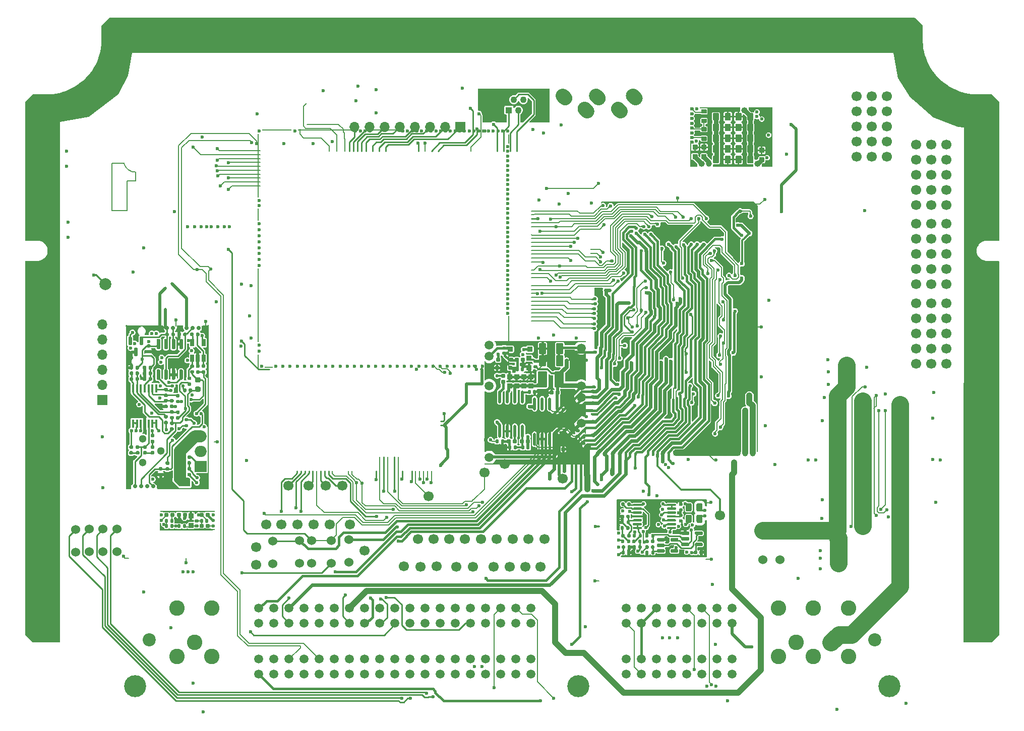
<source format=gbl>
G75*
G70*
%OFA0B0*%
%FSLAX25Y25*%
%IPPOS*%
%LPD*%
%AMOC8*
5,1,8,0,0,1.08239X$1,22.5*
%
%AMM3*
21,1,0.023620,0.018900,0.000000,0.000000,180.000000*
21,1,0.018900,0.023620,0.000000,0.000000,180.000000*
1,1,0.004720,-0.009450,0.009450*
1,1,0.004720,0.009450,0.009450*
1,1,0.004720,0.009450,-0.009450*
1,1,0.004720,-0.009450,-0.009450*
%
%AMM4*
21,1,0.019680,0.019680,0.000000,0.000000,270.000000*
21,1,0.015750,0.023620,0.000000,0.000000,270.000000*
1,1,0.003940,-0.009840,-0.007870*
1,1,0.003940,-0.009840,0.007870*
1,1,0.003940,0.009840,0.007870*
1,1,0.003940,0.009840,-0.007870*
%
%AMM42*
21,1,0.039370,0.007870,0.000000,0.000000,135.000000*
1,1,0.007870,0.013920,-0.013920*
1,1,0.007870,-0.013920,0.013920*
%
%AMM5*
21,1,0.033470,0.026770,0.000000,0.000000,270.000000*
21,1,0.026770,0.033470,0.000000,0.000000,270.000000*
1,1,0.006690,-0.013390,-0.013390*
1,1,0.006690,-0.013390,0.013390*
1,1,0.006690,0.013390,0.013390*
1,1,0.006690,0.013390,-0.013390*
%
%AMM52*
21,1,0.035830,0.026770,0.000000,0.000000,0.000000*
21,1,0.029130,0.033470,0.000000,0.000000,0.000000*
1,1,0.006690,0.014570,-0.013390*
1,1,0.006690,-0.014570,-0.013390*
1,1,0.006690,-0.014570,0.013390*
1,1,0.006690,0.014570,0.013390*
%
%AMM54*
21,1,0.070870,0.036220,0.000000,0.000000,90.000000*
21,1,0.061810,0.045280,0.000000,0.000000,90.000000*
1,1,0.009060,0.018110,0.030910*
1,1,0.009060,0.018110,-0.030910*
1,1,0.009060,-0.018110,-0.030910*
1,1,0.009060,-0.018110,0.030910*
%
%AMM56*
21,1,0.023620,0.018900,0.000000,0.000000,90.000000*
21,1,0.018900,0.023620,0.000000,0.000000,90.000000*
1,1,0.004720,0.009450,0.009450*
1,1,0.004720,0.009450,-0.009450*
1,1,0.004720,-0.009450,-0.009450*
1,1,0.004720,-0.009450,0.009450*
%
%AMM6*
21,1,0.019680,0.019680,0.000000,0.000000,0.000000*
21,1,0.015750,0.023620,0.000000,0.000000,0.000000*
1,1,0.003940,0.007870,-0.009840*
1,1,0.003940,-0.007870,-0.009840*
1,1,0.003940,-0.007870,0.009840*
1,1,0.003940,0.007870,0.009840*
%
%AMM66*
21,1,0.106300,0.050390,0.000000,0.000000,90.000000*
21,1,0.093700,0.062990,0.000000,0.000000,90.000000*
1,1,0.012600,0.025200,0.046850*
1,1,0.012600,0.025200,-0.046850*
1,1,0.012600,-0.025200,-0.046850*
1,1,0.012600,-0.025200,0.046850*
%
%AMM67*
21,1,0.122050,0.075590,0.000000,0.000000,180.000000*
21,1,0.103150,0.094490,0.000000,0.000000,180.000000*
1,1,0.018900,-0.051580,0.037800*
1,1,0.018900,0.051580,0.037800*
1,1,0.018900,0.051580,-0.037800*
1,1,0.018900,-0.051580,-0.037800*
%
%AMM68*
21,1,0.118110,0.083460,0.000000,0.000000,0.000000*
21,1,0.097240,0.104330,0.000000,0.000000,0.000000*
1,1,0.020870,0.048620,-0.041730*
1,1,0.020870,-0.048620,-0.041730*
1,1,0.020870,-0.048620,0.041730*
1,1,0.020870,0.048620,0.041730*
%
%ADD10C,0.00787*%
%ADD105R,0.34449X0.00984*%
%ADD106R,0.24803X0.00984*%
%ADD107O,0.01575X0.00787*%
%ADD108O,0.02362X0.01575*%
%ADD109O,0.02362X0.03150*%
%ADD11R,0.00787X0.17323*%
%ADD110O,0.01575X0.02362*%
%ADD111O,0.44882X0.04331*%
%ADD112O,0.00787X1.60630*%
%ADD113O,1.00787X0.00787*%
%ADD12R,0.04724X0.00787*%
%ADD122M3*%
%ADD123M4*%
%ADD124M5*%
%ADD125M6*%
%ADD13R,0.26772X0.00787*%
%ADD14R,0.15748X0.00787*%
%ADD149C,0.01968*%
%ADD15R,0.07087X0.00787*%
%ADD150C,0.05118*%
%ADD16R,0.00787X0.39370*%
%ADD169M42*%
%ADD17C,0.02362*%
%ADD18C,0.03937*%
%ADD188M52*%
%ADD19R,0.59449X0.00984*%
%ADD190M54*%
%ADD192M56*%
%ADD193O,0.00787X0.40158*%
%ADD20R,0.56201X0.00984*%
%ADD204M66*%
%ADD205O,0.01968X0.08661*%
%ADD206M67*%
%ADD207M68*%
%ADD21R,0.00984X0.20374*%
%ADD22R,0.00984X0.24350*%
%ADD23R,0.00984X0.04390*%
%ADD237R,0.07874X0.07500*%
%ADD238O,0.07874X0.07500*%
%ADD24C,0.02756*%
%ADD240R,0.01772X0.05709*%
%ADD241R,0.02559X0.04803*%
%ADD25C,0.11811*%
%ADD27R,0.03858X0.00984*%
%ADD30R,0.04331X0.00984*%
%ADD31R,0.00984X1.08661*%
%ADD32R,0.03740X0.00984*%
%ADD33C,0.05906*%
%ADD34O,0.66929X0.00787*%
%ADD35O,0.60630X0.00787*%
%ADD36O,0.00787X0.40157*%
%ADD37O,0.00787X0.01181*%
%ADD38O,0.00787X0.10236*%
%ADD39O,0.00787X0.05906*%
%ADD40O,0.00787X0.12992*%
%ADD41O,0.00787X0.03937*%
%ADD42O,0.00787X0.18898*%
%ADD43O,0.00787X0.04823*%
%ADD44O,0.36614X0.00787*%
%ADD45R,0.00787X0.08268*%
%ADD46R,0.36220X0.00787*%
%ADD47R,0.00787X0.48819*%
%ADD48R,0.00787X0.06299*%
%ADD49R,0.17717X0.00787*%
%ADD50R,0.00787X0.07874*%
%ADD51R,0.05512X0.00787*%
%ADD52R,0.00787X0.19291*%
%ADD53R,0.19685X0.00787*%
%ADD54R,0.00787X0.42126*%
%ADD55R,0.00787X0.09055*%
%ADD56C,0.10236*%
%ADD57C,0.14567*%
%ADD58C,0.08661*%
%ADD59C,0.06693*%
%ADD63O,0.03150X0.02362*%
%ADD64O,0.03937X0.05906*%
%ADD74C,0.06000*%
%ADD76C,0.07874*%
%ADD79O,0.06693X0.06693*%
%ADD80R,0.06693X0.06693*%
%ADD81O,0.04331X0.09449*%
%ADD82C,0.04331*%
%ADD83R,0.04331X0.04331*%
%ADD84C,0.03150*%
%ADD85C,0.01575*%
%ADD86C,0.01000*%
%ADD87C,0.01969*%
%ADD88C,0.01181*%
%ADD92C,0.00984*%
X0000000Y0000000D02*
%LPD*%
G01*
D10*
X0058268Y0367618D02*
X0066142Y0367618D01*
X0058268Y0336122D02*
X0058268Y0367618D01*
X0068110Y0355807D02*
X0068110Y0336122D01*
X0068110Y0336122D02*
X0058268Y0336122D01*
X0074016Y0355807D02*
X0068110Y0355807D01*
X0074016Y0355807D02*
X0074016Y0361713D01*
X0074016Y0361713D02*
G75*
G02*
X0066142Y0367618I-000309J0007791D01*
G01*
D11*
X0440945Y0373917D03*
D12*
X0442913Y0365650D03*
D13*
X0460236Y0404232D03*
X0468898Y0365650D03*
D14*
X0487008Y0404232D03*
D15*
X0491339Y0365650D03*
D16*
X0494488Y0384941D03*
D17*
X0444882Y0403445D03*
D18*
X0476378Y0402657D03*
X0448031Y0367224D03*
X0452756Y0367224D03*
X0485039Y0367224D03*
D17*
X0441732Y0403445D03*
X0441732Y0400295D03*
X0441732Y0397146D03*
X0441732Y0393996D03*
X0441732Y0390846D03*
X0441732Y0387697D03*
X0441732Y0384547D03*
X0393344Y0118156D03*
X0393344Y0122880D03*
X0393344Y0113431D03*
X0393344Y0108707D03*
D19*
X0421789Y0144731D03*
D20*
X0423413Y0107526D03*
D21*
X0392557Y0135036D03*
D23*
X0451021Y0143028D03*
D22*
X0451021Y0119209D03*
D17*
X0450135Y0134140D03*
X0450135Y0138077D03*
D24*
X0073602Y0153760D03*
X0085413Y0153760D03*
X0081476Y0153760D03*
X0077539Y0153760D03*
D105*
X0105197Y0152283D03*
D106*
X0079705Y0259961D03*
D27*
X0103169Y0259961D03*
D31*
X0067795Y0206122D03*
D32*
X0069173Y0152283D03*
D30*
X0120256Y0259961D03*
D31*
X0121929Y0206122D03*
D24*
X0111594Y0258450D03*
X0107657Y0258450D03*
X0094681Y0258450D03*
X0098681Y0258450D03*
X0115531Y0258450D03*
D33*
X0368567Y0245323D03*
X0368567Y0220126D03*
X0368567Y0212646D03*
X0368567Y0195717D03*
D17*
X0370339Y0186268D03*
X0370339Y0182331D03*
D34*
X0338055Y0168552D03*
D39*
X0371126Y0177213D03*
D37*
X0371126Y0249457D03*
X0304984Y0168748D03*
D40*
X0304984Y0230166D03*
D35*
X0341205Y0249654D03*
D38*
X0371126Y0203985D03*
D42*
X0371126Y0232922D03*
D41*
X0371126Y0190205D03*
D36*
X0304984Y0196701D03*
D33*
X0368567Y0171111D03*
X0307543Y0247095D03*
X0307543Y0239811D03*
X0307543Y0220323D03*
X0307543Y0172882D03*
D17*
X0125197Y0134941D03*
D44*
X0108071Y0125098D03*
D17*
X0125197Y0131201D03*
D43*
X0090157Y0127165D03*
D44*
X0108071Y0137303D03*
D17*
X0125197Y0127461D03*
X0090945Y0131398D03*
X0090945Y0134941D03*
X0319734Y0378627D03*
X0319734Y0375478D03*
X0319734Y0372328D03*
X0319734Y0369179D03*
X0319734Y0366029D03*
X0319734Y0362879D03*
X0319734Y0359730D03*
X0319734Y0356580D03*
X0319734Y0353431D03*
X0319734Y0350281D03*
X0319734Y0347131D03*
X0319734Y0343982D03*
X0319734Y0340832D03*
X0319734Y0337683D03*
X0319734Y0334533D03*
X0319734Y0331383D03*
X0319734Y0328234D03*
X0319734Y0325084D03*
X0319734Y0321935D03*
X0319734Y0318785D03*
X0319734Y0315635D03*
X0319734Y0312486D03*
X0319734Y0309336D03*
X0319734Y0306187D03*
X0319734Y0303037D03*
X0319734Y0299887D03*
X0319734Y0296738D03*
X0319734Y0293588D03*
X0319734Y0290438D03*
X0319734Y0287289D03*
X0319734Y0284139D03*
X0319734Y0280990D03*
X0319734Y0277840D03*
X0319734Y0274690D03*
X0319734Y0271541D03*
X0319734Y0268391D03*
X0319734Y0245163D03*
X0319734Y0242013D03*
D53*
X0167372Y0389651D03*
D51*
X0161860Y0232564D03*
D55*
X0154774Y0236698D03*
D48*
X0320522Y0383746D03*
D46*
X0199262Y0389651D03*
D52*
X0320522Y0256777D03*
D47*
X0154774Y0273509D03*
D50*
X0320522Y0236108D03*
D54*
X0154774Y0365832D03*
D45*
X0154774Y0333549D03*
D49*
X0239616Y0389651D03*
D17*
X0319734Y0388864D03*
X0316585Y0388864D03*
X0313435Y0388864D03*
X0310285Y0388864D03*
X0307136Y0388864D03*
X0303986Y0388864D03*
X0300837Y0388864D03*
X0297687Y0388864D03*
X0294537Y0388864D03*
X0291388Y0388864D03*
X0288238Y0388864D03*
X0285089Y0388864D03*
X0281939Y0388864D03*
X0278789Y0388864D03*
X0275640Y0388864D03*
X0272490Y0388864D03*
X0269341Y0388864D03*
X0266191Y0388864D03*
X0263041Y0388864D03*
X0259892Y0388864D03*
X0256742Y0388864D03*
X0253593Y0388864D03*
X0250443Y0388864D03*
X0228789Y0388864D03*
X0225640Y0388864D03*
X0222490Y0388864D03*
X0219341Y0388864D03*
X0179183Y0388864D03*
X0155561Y0388864D03*
X0317372Y0233352D03*
X0312648Y0233352D03*
X0307923Y0233352D03*
X0303199Y0233352D03*
X0298474Y0233352D03*
X0294144Y0233352D03*
X0289419Y0233352D03*
X0284695Y0233352D03*
X0279971Y0233352D03*
X0275246Y0233352D03*
X0270522Y0233352D03*
X0265797Y0233352D03*
X0261073Y0233352D03*
X0256348Y0233352D03*
X0251624Y0233352D03*
X0246900Y0233352D03*
X0242175Y0233352D03*
X0237451Y0233352D03*
X0232726Y0233352D03*
X0228002Y0233352D03*
X0223278Y0233352D03*
X0218553Y0233352D03*
X0213829Y0233352D03*
X0209104Y0233352D03*
X0204380Y0233352D03*
X0199656Y0233352D03*
X0194931Y0233352D03*
X0190207Y0233352D03*
X0185482Y0233352D03*
X0180758Y0233352D03*
X0176033Y0233352D03*
X0171309Y0233352D03*
X0166585Y0233352D03*
X0157136Y0233352D03*
X0155561Y0243194D03*
X0155561Y0247131D03*
X0155561Y0299887D03*
X0155561Y0303824D03*
X0155561Y0307761D03*
X0155561Y0311698D03*
X0155561Y0315635D03*
X0155561Y0319572D03*
X0155561Y0323509D03*
X0155561Y0327446D03*
X0155561Y0339651D03*
X0155561Y0342801D03*
D56*
X0545071Y0073315D03*
X0521843Y0073315D03*
X0499008Y0073315D03*
X0533654Y0050480D03*
X0510425Y0050480D03*
X0545071Y0041307D03*
X0521843Y0041307D03*
X0499008Y0041307D03*
D33*
X0468181Y0073315D03*
X0458181Y0073315D03*
X0448181Y0073315D03*
X0438181Y0073315D03*
X0428181Y0073315D03*
X0418181Y0073315D03*
X0408181Y0073315D03*
X0398181Y0073315D03*
X0468181Y0063315D03*
X0458181Y0063315D03*
X0448181Y0063315D03*
X0438181Y0063315D03*
X0428181Y0063315D03*
X0418181Y0063315D03*
X0408181Y0063315D03*
X0398181Y0063315D03*
X0468181Y0039496D03*
X0458181Y0039496D03*
X0448181Y0039496D03*
X0438181Y0039496D03*
X0428181Y0039496D03*
X0418181Y0039496D03*
X0408181Y0039496D03*
X0398181Y0039496D03*
X0468181Y0029496D03*
X0458181Y0029496D03*
X0448181Y0029496D03*
X0438181Y0029496D03*
X0428181Y0029496D03*
X0418181Y0029496D03*
X0408181Y0029496D03*
X0398181Y0029496D03*
X0155307Y0029496D03*
X0165307Y0029496D03*
X0175307Y0029496D03*
X0185307Y0029496D03*
X0195307Y0029496D03*
X0205307Y0029496D03*
X0215307Y0029496D03*
X0225307Y0029496D03*
X0235307Y0029496D03*
X0245307Y0029496D03*
X0255307Y0029496D03*
X0265307Y0029496D03*
X0275307Y0029496D03*
X0285307Y0029496D03*
X0295307Y0029496D03*
X0305307Y0029496D03*
X0315307Y0029496D03*
X0325307Y0029496D03*
X0335307Y0029496D03*
X0155307Y0039496D03*
X0165307Y0039496D03*
X0175307Y0039496D03*
X0185307Y0039496D03*
X0195307Y0039496D03*
X0205307Y0039496D03*
X0215307Y0039496D03*
X0225307Y0039496D03*
X0235307Y0039496D03*
X0245307Y0039496D03*
X0255307Y0039496D03*
X0265307Y0039496D03*
X0275307Y0039496D03*
X0285307Y0039496D03*
X0295307Y0039496D03*
X0305307Y0039496D03*
X0315307Y0039496D03*
X0325307Y0039496D03*
X0335307Y0039496D03*
X0155307Y0063315D03*
X0165307Y0063315D03*
X0175307Y0063315D03*
X0185307Y0063315D03*
X0195307Y0063315D03*
X0205307Y0063315D03*
X0215307Y0063315D03*
X0225307Y0063315D03*
X0235307Y0063315D03*
X0245307Y0063315D03*
X0255307Y0063315D03*
X0265307Y0063315D03*
X0275307Y0063315D03*
X0285307Y0063315D03*
X0295307Y0063315D03*
X0305307Y0063315D03*
X0315307Y0063315D03*
X0325307Y0063315D03*
X0335307Y0063315D03*
X0155307Y0073315D03*
X0165307Y0073315D03*
X0175307Y0073315D03*
X0185307Y0073315D03*
X0195307Y0073315D03*
X0205307Y0073315D03*
X0215307Y0073315D03*
X0225307Y0073315D03*
X0235307Y0073315D03*
X0245307Y0073315D03*
X0255307Y0073315D03*
X0265307Y0073315D03*
X0275307Y0073315D03*
X0285307Y0073315D03*
X0295307Y0073315D03*
X0305307Y0073315D03*
X0315307Y0073315D03*
X0325307Y0073315D03*
X0335307Y0073315D03*
D56*
X0124205Y0073315D03*
X0101370Y0073315D03*
X0112787Y0050480D03*
X0124205Y0041307D03*
X0101370Y0041307D03*
D57*
X0572236Y0021622D03*
D58*
X0562591Y0052331D03*
D57*
X0366724Y0021622D03*
D58*
X0083063Y0052331D03*
D57*
X0073417Y0021622D03*
D59*
X0175000Y0154327D03*
X0590000Y0287598D03*
X0590000Y0297598D03*
X0590000Y0307598D03*
X0590000Y0317598D03*
X0590000Y0327598D03*
X0600000Y0287598D03*
X0600000Y0297598D03*
X0600000Y0307598D03*
X0600000Y0317598D03*
X0600000Y0327598D03*
X0610000Y0287598D03*
X0610000Y0297598D03*
X0610000Y0307598D03*
X0610000Y0317598D03*
X0610000Y0327598D03*
X0225197Y0111319D03*
D17*
X0127982Y0369741D03*
X0135206Y0368068D03*
X0127135Y0365902D03*
X0127982Y0362458D03*
X0128277Y0359111D03*
X0135206Y0357831D03*
X0130049Y0352713D03*
X0135206Y0350154D03*
X0111879Y0378402D03*
X0127923Y0377221D03*
D107*
X0375380Y0334454D03*
X0375380Y0332721D03*
X0375380Y0330989D03*
X0375380Y0329257D03*
X0375380Y0327524D03*
X0375380Y0325792D03*
X0375380Y0324060D03*
X0375380Y0310654D03*
X0375380Y0308056D03*
X0375380Y0305457D03*
X0375380Y0302859D03*
X0375380Y0298430D03*
X0375380Y0296698D03*
X0375380Y0294965D03*
X0375380Y0293233D03*
X0375380Y0291501D03*
X0375380Y0289769D03*
X0375380Y0288036D03*
X0375380Y0286304D03*
X0375380Y0277662D03*
X0375380Y0274529D03*
X0375380Y0271379D03*
X0375380Y0268230D03*
X0375380Y0265458D03*
X0375380Y0261284D03*
X0375380Y0258686D03*
D108*
X0375793Y0242721D03*
X0375793Y0219690D03*
D63*
X0376167Y0216442D03*
X0376167Y0212997D03*
X0376167Y0208765D03*
D108*
X0375793Y0204040D03*
X0375793Y0201481D03*
D63*
X0376167Y0196461D03*
D108*
X0375793Y0192644D03*
D63*
X0376167Y0187505D03*
D108*
X0375793Y0184277D03*
X0375793Y0181599D03*
X0375793Y0178864D03*
D109*
X0379337Y0175202D03*
X0383963Y0175202D03*
X0389278Y0175202D03*
X0393904Y0175202D03*
D110*
X0397919Y0174808D03*
X0400716Y0174808D03*
X0404259Y0174808D03*
X0412428Y0174808D03*
X0415951Y0174808D03*
X0418826Y0174808D03*
D109*
X0422250Y0175202D03*
D110*
X0426089Y0174808D03*
D111*
X0451482Y0175989D03*
D64*
X0476853Y0176481D03*
X0481797Y0176481D03*
D112*
X0484941Y0259104D03*
G36*
G01*
X0484657Y0338812D02*
X0481873Y0341596D01*
G75*
G02*
X0481873Y0342153I0000278J0000278D01*
G01*
X0481873Y0342153D01*
G75*
G02*
X0482430Y0342153I0000278J-000278D01*
G01*
X0485214Y0339369D01*
G75*
G02*
X0485214Y0338812I-000278J-000278D01*
G01*
X0485214Y0338812D01*
G75*
G02*
X0484657Y0338812I-000278J0000278D01*
G01*
G37*
D113*
X0432185Y0341880D03*
D59*
X0199508Y0154228D03*
X0160138Y0128642D03*
X0302145Y0118947D03*
X0267717Y0147146D03*
X0460379Y0134747D03*
X0312676Y0118947D03*
X0272835Y0100886D03*
X0262106Y0100591D03*
D74*
X0034252Y0125315D03*
X0034252Y0110315D03*
D59*
X0590000Y0340000D03*
X0590000Y0350000D03*
X0590000Y0360000D03*
X0590000Y0370000D03*
X0590000Y0380000D03*
X0600000Y0340000D03*
X0600000Y0350000D03*
X0600000Y0360000D03*
X0600000Y0370000D03*
X0600000Y0380000D03*
X0610000Y0340000D03*
X0610000Y0350000D03*
X0610000Y0360000D03*
X0610000Y0370000D03*
X0610000Y0380000D03*
D74*
X0214961Y0103524D03*
X0214961Y0118524D03*
D59*
X0341634Y0100689D03*
X0210630Y0154228D03*
X0291712Y0118947D03*
X0180807Y0128642D03*
D74*
X0190354Y0117933D03*
X0190354Y0102933D03*
X0488484Y0105413D03*
X0488484Y0124705D03*
D59*
X0323279Y0118947D03*
X0281279Y0118947D03*
X0356299Y0158760D03*
X0285925Y0100689D03*
D74*
X0052362Y0125512D03*
X0052362Y0110512D03*
D59*
X0251083Y0100886D03*
D74*
X0203150Y0102933D03*
X0203150Y0117933D03*
D59*
X0215679Y0128647D03*
X0270846Y0118947D03*
X0331594Y0100689D03*
X0344279Y0118947D03*
X0153543Y0113681D03*
D79*
X0051969Y0260827D03*
X0051969Y0250827D03*
X0051969Y0240827D03*
X0051969Y0230827D03*
X0051969Y0220827D03*
D80*
X0051969Y0210827D03*
D59*
X0570472Y0411811D03*
X0570472Y0401811D03*
X0570472Y0391811D03*
X0570472Y0381811D03*
X0570472Y0371811D03*
X0560472Y0411811D03*
X0560472Y0401811D03*
X0560472Y0391811D03*
X0560472Y0381811D03*
X0560472Y0371811D03*
X0550472Y0411811D03*
X0550472Y0401811D03*
X0550472Y0391811D03*
X0550472Y0381811D03*
X0550472Y0371811D03*
X0188189Y0154232D03*
D74*
X0182382Y0103012D03*
X0182382Y0118012D03*
D59*
X0170079Y0128642D03*
D74*
X0061417Y0125512D03*
X0061417Y0110512D03*
X0499902Y0105413D03*
X0499902Y0124705D03*
D59*
X0590000Y0234803D03*
X0590000Y0244803D03*
X0590000Y0254803D03*
X0590000Y0264803D03*
X0590000Y0274803D03*
X0600000Y0234803D03*
X0600000Y0244803D03*
X0600000Y0254803D03*
X0600000Y0264803D03*
X0600000Y0274803D03*
X0610000Y0234803D03*
X0610000Y0244803D03*
X0610000Y0254803D03*
X0610000Y0264803D03*
X0610000Y0274803D03*
X0304479Y0162847D03*
G36*
G01*
X0367478Y0406932D02*
X0367478Y0406932D01*
G75*
G02*
X0374159Y0406932I0003341J-003341D01*
G01*
X0375829Y0405261D01*
G75*
G02*
X0375829Y0398580I-003341J-003341D01*
G01*
X0375829Y0398580D01*
G75*
G02*
X0369148Y0398580I-003341J0003341D01*
G01*
X0367478Y0400250D01*
G75*
G02*
X0367478Y0406932I0003341J0003341D01*
G01*
G37*
G36*
G01*
X0374958Y0415593D02*
X0374958Y0415593D01*
G75*
G02*
X0381639Y0415593I0003341J-003341D01*
G01*
X0383310Y0413923D01*
G75*
G02*
X0383310Y0407241I-003341J-003341D01*
G01*
X0383310Y0407241D01*
G75*
G02*
X0376628Y0407241I-003341J0003341D01*
G01*
X0374958Y0408912D01*
G75*
G02*
X0374958Y0415593I0003341J0003341D01*
G01*
G37*
G36*
G01*
X0399367Y0415593D02*
X0399367Y0415593D01*
G75*
G02*
X0406049Y0415593I0003341J-003341D01*
G01*
X0407719Y0413923D01*
G75*
G02*
X0407719Y0407241I-003341J-003341D01*
G01*
X0407719Y0407241D01*
G75*
G02*
X0401038Y0407241I-003341J0003341D01*
G01*
X0399367Y0408912D01*
G75*
G02*
X0399367Y0415593I0003341J0003341D01*
G01*
G37*
G36*
G01*
X0389525Y0406932D02*
X0389525Y0406932D01*
G75*
G02*
X0396206Y0406932I0003341J-003341D01*
G01*
X0397877Y0405261D01*
G75*
G02*
X0397877Y0398580I-003341J-003341D01*
G01*
X0397877Y0398580D01*
G75*
G02*
X0391195Y0398580I-003341J0003341D01*
G01*
X0389525Y0400250D01*
G75*
G02*
X0389525Y0406932I0003341J0003341D01*
G01*
G37*
G36*
G01*
X0352911Y0415593D02*
X0352911Y0415593D01*
G75*
G02*
X0359592Y0415593I0003341J-003341D01*
G01*
X0361262Y0413923D01*
G75*
G02*
X0361262Y0407241I-003341J-003341D01*
G01*
X0361262Y0407241D01*
G75*
G02*
X0354581Y0407241I-003341J0003341D01*
G01*
X0352911Y0408912D01*
G75*
G02*
X0352911Y0415593I0003341J0003341D01*
G01*
G37*
X0310531Y0100689D03*
X0202165Y0128543D03*
X0191535Y0128543D03*
D80*
X0288504Y0391732D03*
D79*
X0278504Y0391732D03*
X0268504Y0391732D03*
X0258504Y0391732D03*
X0248504Y0391732D03*
X0238504Y0391732D03*
X0228504Y0391732D03*
X0218504Y0391732D03*
D59*
X0333679Y0118947D03*
D74*
X0164567Y0117756D03*
X0164567Y0102756D03*
D59*
X0317879Y0168447D03*
X0296752Y0100689D03*
X0321161Y0100689D03*
D81*
X0341339Y0406201D03*
X0312598Y0406201D03*
D82*
X0333268Y0402756D03*
X0330118Y0409646D03*
X0326969Y0402756D03*
X0323819Y0409646D03*
D83*
X0320669Y0402756D03*
D59*
X0260413Y0118947D03*
X0153543Y0101870D03*
D74*
X0043307Y0125512D03*
X0043307Y0110512D03*
D76*
X0053787Y0287713D03*
D17*
X0127165Y0275984D03*
X0275460Y0167554D03*
X0365153Y0242721D03*
X0099479Y0335747D03*
X0079147Y0311516D03*
X0232779Y0416347D03*
X0232879Y0401047D03*
X0260728Y0381004D03*
D76*
X0010236Y0121063D03*
D17*
X0100669Y0264038D03*
X0526622Y0111319D03*
X0220866Y0418504D03*
D76*
X0010236Y0084055D03*
D17*
X0455118Y0088878D03*
X0065948Y0107717D03*
D76*
X0010236Y0337500D03*
D17*
X0150394Y0251870D03*
X0172047Y0380610D03*
X0602803Y0143224D03*
X0418504Y0147539D03*
X0318799Y0191339D03*
X0377813Y0127113D03*
X0454589Y0105557D03*
X0511811Y0092815D03*
X0340551Y0343209D03*
X0489764Y0343701D03*
D76*
X0010236Y0284055D03*
D17*
X0377716Y0091384D03*
X0518679Y0171147D03*
X0569535Y0215075D03*
X0531543Y0237713D03*
X0259449Y0231398D03*
D76*
X0010236Y0380315D03*
D17*
X0203937Y0381791D03*
X0557087Y0232579D03*
X0111811Y0023524D03*
X0531937Y0221374D03*
X0526425Y0099114D03*
X0571506Y0133447D03*
D76*
X0450394Y0452559D03*
D17*
X0029079Y0318547D03*
X0529181Y0212713D03*
D76*
X0010827Y0057185D03*
X0408957Y0452756D03*
D17*
X0375197Y0341240D03*
X0097244Y0060138D03*
X0304823Y0388976D03*
D76*
X0633465Y0126870D03*
D17*
X0504136Y0373524D03*
X0111811Y0097343D03*
D76*
X0010236Y0160531D03*
D17*
X0537402Y0006201D03*
X0527606Y0132577D03*
X0527803Y0144799D03*
D76*
X0633465Y0166339D03*
D17*
X0600779Y0171747D03*
X0355118Y0392815D03*
X0339764Y0236516D03*
X0219679Y0409047D03*
X0127848Y0183247D03*
X0492913Y0393996D03*
X0197779Y0415547D03*
X0490157Y0193996D03*
X0353937Y0340453D03*
X0120079Y0262847D03*
D76*
X0105610Y0452657D03*
D17*
X0496457Y0168406D03*
D76*
X0279331Y0452657D03*
D17*
X0336614Y0390059D03*
D76*
X0192421Y0452657D03*
X0582776Y0452756D03*
D17*
X0531740Y0229642D03*
X0277953Y0201969D03*
D76*
X0633465Y0343307D03*
D17*
X0526622Y0106398D03*
X0439079Y0171465D03*
D76*
X0495866Y0452756D03*
X0633465Y0207776D03*
D17*
X0051969Y0186516D03*
X0029079Y0328547D03*
X0046079Y0293547D03*
D76*
X0633465Y0058465D03*
D17*
X0601575Y0216043D03*
X0583071Y0010138D03*
X0555906Y0336122D03*
D76*
X0633465Y0386122D03*
D17*
X0343701Y0387697D03*
X0150079Y0286547D03*
D76*
X0633465Y0246752D03*
D17*
X0028083Y0365551D03*
X0487401Y0226270D03*
X0191339Y0380610D03*
X0324016Y0181004D03*
X0523479Y0171147D03*
X0079134Y0083760D03*
D76*
X0062795Y0452657D03*
D17*
X0605779Y0171247D03*
X0105118Y0097343D03*
X0052362Y0153051D03*
D76*
X0238878Y0452657D03*
D17*
X0118504Y0004626D03*
X0601031Y0198933D03*
X0454379Y0143147D03*
X0359843Y0347539D03*
X0289779Y0417347D03*
X0340157Y0251870D03*
X0457695Y0171373D03*
X0072079Y0295547D03*
X0107165Y0103161D03*
X0492520Y0277067D03*
D76*
X0010236Y0201969D03*
X0633465Y0089862D03*
D17*
X0154134Y0400295D03*
D76*
X0322146Y0452756D03*
X0537303Y0452559D03*
X0363976Y0452756D03*
D17*
X0117979Y0384947D03*
X0371949Y0237402D03*
X0528045Y0197213D03*
X0149079Y0266547D03*
X0350394Y0253839D03*
X0365354Y0251870D03*
X0299213Y0231396D03*
X0432185Y0344741D03*
D76*
X0010236Y0240945D03*
X0147441Y0452657D03*
D17*
X0028122Y0375591D03*
X0371879Y0200047D03*
D76*
X0633465Y0289862D03*
D17*
X0487722Y0259104D03*
X0143594Y0246752D03*
X0143886Y0287697D03*
X0108465Y0097343D03*
X0300787Y0400394D03*
X0310433Y0393307D03*
X0144254Y0096752D03*
X0135257Y0310749D03*
X0150602Y0381421D03*
X0123425Y0297638D03*
X0135827Y0325492D03*
X0229134Y0080020D03*
X0305279Y0184547D03*
X0281779Y0228747D03*
X0345669Y0350787D03*
X0379979Y0354147D03*
X0345472Y0240059D03*
X0265354Y0380791D03*
X0426181Y0166339D03*
X0422244Y0170276D03*
X0424213Y0168307D03*
X0481379Y0047647D03*
X0342717Y0281496D03*
X0343307Y0301969D03*
X0546801Y0127119D03*
X0556327Y0219654D03*
X0256386Y0156910D03*
X0250000Y0158563D03*
X0245201Y0150607D03*
X0292608Y0141642D03*
X0239579Y0080347D03*
X0237852Y0150607D03*
X0371179Y0060947D03*
X0303154Y0143161D03*
X0232776Y0158264D03*
X0223707Y0156089D03*
X0300929Y0140935D03*
X0219978Y0156098D03*
X0244199Y0138482D03*
X0296779Y0136907D03*
X0233071Y0133762D03*
X0235925Y0079331D03*
X0239900Y0133366D03*
X0183071Y0137301D03*
X0149803Y0057579D03*
X0179921Y0139665D03*
X0170079Y0137301D03*
X0147244Y0170776D03*
X0469685Y0166437D03*
X0469685Y0162894D03*
X0469685Y0169587D03*
X0341732Y0011766D03*
X0429134Y0168998D03*
X0465110Y0012010D03*
X0397919Y0166212D03*
X0378979Y0150947D03*
X0376379Y0150847D03*
X0389079Y0162147D03*
X0389079Y0164947D03*
X0381779Y0161147D03*
X0381779Y0158147D03*
X0379132Y0155413D03*
X0377279Y0160947D03*
X0422279Y0053547D03*
X0432179Y0053547D03*
X0426779Y0053547D03*
X0372441Y0151870D03*
X0372279Y0161247D03*
X0246979Y0126847D03*
X0247409Y0117628D03*
X0357087Y0164075D03*
X0357087Y0166437D03*
X0347579Y0162347D03*
X0347579Y0158947D03*
X0205807Y0097343D03*
X0278279Y0229187D03*
X0354228Y0299524D03*
X0354732Y0292313D03*
X0351868Y0293618D03*
X0351868Y0325689D03*
X0341142Y0297244D03*
X0339479Y0281247D03*
X0212545Y0081791D03*
X0175394Y0079823D03*
X0114579Y0297347D03*
X0153839Y0380474D03*
X0158779Y0135847D03*
X0132677Y0325492D03*
X0310747Y0020445D03*
X0443307Y0032579D03*
X0128346Y0325492D03*
X0124016Y0325492D03*
X0120866Y0325492D03*
X0451669Y0021461D03*
X0117323Y0325492D03*
X0454724Y0022736D03*
X0350394Y0013551D03*
X0112795Y0325492D03*
X0457618Y0021496D03*
X0108268Y0325492D03*
D84*
X0579378Y0138158D03*
D17*
X0543945Y0217240D03*
X0538433Y0119587D03*
X0507379Y0393247D03*
D84*
X0579299Y0207843D03*
D17*
X0500879Y0335647D03*
D84*
X0554673Y0127512D03*
X0554673Y0130662D03*
X0579378Y0134615D03*
X0554673Y0207056D03*
X0554673Y0210205D03*
D17*
X0538433Y0111319D03*
D84*
X0579299Y0204300D03*
D17*
X0543945Y0233776D03*
X0543945Y0225508D03*
X0538433Y0103051D03*
X0563453Y0213788D03*
X0563510Y0134615D03*
X0366380Y0318028D03*
X0261898Y0158621D03*
X0264236Y0156201D03*
X0266618Y0158462D03*
X0269291Y0156201D03*
X0270709Y0014668D03*
X0250000Y0013453D03*
X0266142Y0016831D03*
X0255512Y0013453D03*
X0457079Y0049147D03*
X0364020Y0315272D03*
X0570500Y0138158D03*
X0565382Y0203906D03*
X0569535Y0203906D03*
X0566489Y0138552D03*
X0361659Y0312516D03*
X0143736Y0249896D03*
X0409579Y0150447D03*
X0362379Y0150147D03*
X0341142Y0322441D03*
X0339979Y0331047D03*
X0413179Y0148247D03*
X0362079Y0049147D03*
X0372479Y0143647D03*
X0305479Y0092947D03*
X0348379Y0289547D03*
X0348379Y0330614D03*
X0361579Y0303147D03*
X0361279Y0237947D03*
X0295379Y0403847D03*
X0299707Y0390157D03*
X0404259Y0165967D03*
X0302756Y0034547D03*
X0298033Y0034547D03*
D87*
X0278374Y0194652D02*
X0277992Y0194270D01*
X0292441Y0221622D02*
X0292441Y0208719D01*
X0275460Y0168028D02*
X0280279Y0172847D01*
D85*
X0375793Y0242721D02*
X0365153Y0242721D01*
D92*
X0277833Y0194270D02*
X0275443Y0194270D01*
D87*
X0302510Y0231317D02*
X0303063Y0230764D01*
X0303063Y0230764D02*
X0303063Y0221622D01*
X0280279Y0177847D02*
X0279179Y0178947D01*
X0303063Y0221622D02*
X0292441Y0221622D01*
D92*
X0302510Y0234230D02*
X0302510Y0231317D01*
D87*
X0292441Y0208719D02*
X0278374Y0194652D01*
X0279179Y0178947D02*
X0279179Y0192924D01*
X0275460Y0167554D02*
X0275460Y0168028D01*
X0277992Y0194270D02*
X0277833Y0194270D01*
X0279179Y0192924D02*
X0277833Y0194270D01*
X0280279Y0172847D02*
X0280279Y0177847D01*
D10*
X0182530Y0386762D02*
X0184941Y0384350D01*
X0201841Y0378967D02*
X0201841Y0375683D01*
X0184941Y0384350D02*
X0196457Y0384350D01*
X0182530Y0390381D02*
X0182530Y0386762D01*
X0196457Y0384350D02*
X0201841Y0378967D01*
X0211909Y0384055D02*
X0212234Y0383730D01*
X0211224Y0388380D02*
X0211909Y0387695D01*
X0187156Y0393333D02*
X0208045Y0393333D01*
X0212234Y0383730D02*
X0212234Y0375683D01*
X0208045Y0393333D02*
X0211224Y0390154D01*
X0211909Y0387695D02*
X0211909Y0384055D01*
X0211224Y0390154D02*
X0211224Y0388380D01*
D86*
X0260728Y0381004D02*
X0260777Y0380955D01*
X0260777Y0380955D02*
X0260777Y0375683D01*
D10*
X0156250Y0370753D02*
X0128994Y0370753D01*
X0128994Y0370753D02*
X0127982Y0369741D01*
X0066609Y0107057D02*
X0065948Y0107717D01*
X0432185Y0344741D02*
X0432185Y0344741D01*
X0484941Y0259104D02*
X0487722Y0259104D01*
X0432185Y0341880D02*
X0432185Y0344741D01*
D86*
X0277953Y0197441D02*
X0277380Y0196868D01*
D10*
X0483543Y0340482D02*
X0486545Y0340482D01*
X0120256Y0262670D02*
X0120079Y0262847D01*
X0297313Y0234230D02*
X0297313Y0233295D01*
X0100669Y0259961D02*
X0100669Y0264038D01*
X0451021Y0105557D02*
X0454589Y0105557D01*
D88*
X0380352Y0127113D02*
X0377813Y0127113D01*
D10*
X0297313Y0233295D02*
X0299213Y0231396D01*
X0456099Y0171373D02*
X0451482Y0175989D01*
X0457695Y0171373D02*
X0456099Y0171373D01*
X0107165Y0106417D02*
X0107165Y0103161D01*
D88*
X0053787Y0287713D02*
X0047953Y0293547D01*
X0453994Y0142762D02*
X0454379Y0143147D01*
D10*
X0486545Y0340482D02*
X0489764Y0343701D01*
X0125924Y0183247D02*
X0125866Y0183189D01*
X0451021Y0142762D02*
X0453994Y0142762D01*
X0066609Y0106417D02*
X0066609Y0107057D01*
D86*
X0277380Y0196868D02*
X0275443Y0196868D01*
D10*
X0127848Y0183247D02*
X0125924Y0183247D01*
X0380352Y0091384D02*
X0377716Y0091384D01*
D86*
X0277953Y0201969D02*
X0277953Y0197441D01*
D10*
X0120256Y0259961D02*
X0120256Y0262670D01*
D88*
X0047953Y0293547D02*
X0046079Y0293547D01*
D10*
X0069173Y0106417D02*
X0066609Y0106417D01*
X0302067Y0384843D02*
X0302067Y0399110D01*
X0301179Y0400002D02*
X0300787Y0400394D01*
X0301179Y0399998D02*
X0301179Y0400002D01*
X0295423Y0375683D02*
X0295423Y0378199D01*
X0295423Y0378199D02*
X0302067Y0384843D01*
X0302067Y0399110D02*
X0301179Y0399998D01*
D86*
X0310433Y0393307D02*
X0312746Y0390994D01*
X0312746Y0390994D02*
X0312746Y0375683D01*
X0320669Y0392323D02*
X0317077Y0388730D01*
X0320669Y0402756D02*
X0320669Y0392323D01*
X0317077Y0388730D02*
X0317077Y0375683D01*
X0326969Y0393209D02*
X0321407Y0387647D01*
X0326969Y0402756D02*
X0326969Y0393209D01*
X0321407Y0387647D02*
X0321407Y0375683D01*
X0327272Y0413098D02*
X0333161Y0413098D01*
X0333161Y0413098D02*
X0337106Y0409154D01*
X0323819Y0409646D02*
X0327272Y0413098D01*
X0337106Y0409154D02*
X0337106Y0400000D01*
X0325738Y0388632D02*
X0325738Y0375683D01*
X0337106Y0400000D02*
X0325738Y0388632D01*
X0144254Y0096752D02*
X0196969Y0096752D01*
X0196969Y0096752D02*
X0203150Y0102933D01*
X0147679Y0122647D02*
X0185640Y0122647D01*
D10*
X0340716Y0175160D02*
X0340716Y0199994D01*
X0206691Y0128959D02*
X0210904Y0133173D01*
X0190354Y0117933D02*
X0203150Y0117933D01*
X0338105Y0202605D02*
X0329982Y0202605D01*
X0206691Y0121474D02*
X0206691Y0128959D01*
D86*
X0145379Y0144153D02*
X0145379Y0124947D01*
X0137646Y0151886D02*
X0145379Y0144153D01*
D10*
X0223622Y0128248D02*
X0241125Y0128248D01*
X0329982Y0202605D02*
X0329561Y0202184D01*
D86*
X0137646Y0308360D02*
X0137646Y0151886D01*
D10*
X0298528Y0132972D02*
X0340716Y0175160D01*
D86*
X0145379Y0124947D02*
X0147679Y0122647D01*
D10*
X0210904Y0133173D02*
X0218697Y0133173D01*
X0340716Y0199994D02*
X0338105Y0202605D01*
X0218697Y0133173D02*
X0223622Y0128248D01*
X0241125Y0128248D02*
X0245850Y0132972D01*
D86*
X0135257Y0310749D02*
X0137646Y0308360D01*
X0185640Y0122647D02*
X0190354Y0117933D01*
D10*
X0203150Y0117933D02*
X0206691Y0121474D01*
X0245850Y0132972D02*
X0298528Y0132972D01*
X0143004Y0085119D02*
X0143004Y0055788D01*
X0123425Y0297638D02*
X0121916Y0299147D01*
X0131980Y0096143D02*
X0143004Y0085119D01*
X0122165Y0290209D02*
X0122165Y0296378D01*
X0109135Y0382587D02*
X0149437Y0382587D01*
X0104352Y0311374D02*
X0104352Y0377804D01*
X0143004Y0055788D02*
X0148851Y0049941D01*
X0104352Y0377804D02*
X0109135Y0382587D01*
X0148851Y0049941D02*
X0184862Y0049941D01*
X0121916Y0299147D02*
X0116579Y0299147D01*
X0116579Y0299147D02*
X0104352Y0311374D01*
X0184862Y0049941D02*
X0195307Y0039496D01*
X0122165Y0296378D02*
X0123425Y0297638D01*
X0149437Y0382587D02*
X0150602Y0381421D01*
X0131980Y0280394D02*
X0122165Y0290209D01*
X0131980Y0280394D02*
X0131980Y0096143D01*
X0156250Y0352564D02*
X0137616Y0352564D01*
X0137616Y0352564D02*
X0135206Y0350154D01*
X0135294Y0368155D02*
X0135206Y0368068D01*
X0156250Y0368155D02*
X0135294Y0368155D01*
X0156250Y0365557D02*
X0127481Y0365557D01*
X0127481Y0365557D02*
X0127135Y0365902D01*
X0156250Y0357761D02*
X0135276Y0357761D01*
X0135276Y0357761D02*
X0135206Y0357831D01*
X0156250Y0355163D02*
X0132498Y0355163D01*
X0132498Y0355163D02*
X0130049Y0352713D01*
D85*
X0226346Y0063315D02*
X0225307Y0063315D01*
X0408181Y0039496D02*
X0408181Y0063315D01*
X0408181Y0063315D02*
X0418181Y0073315D01*
X0230413Y0067382D02*
X0226346Y0063315D01*
X0229134Y0080020D02*
X0230413Y0078740D01*
X0230413Y0078740D02*
X0230413Y0067382D01*
D10*
X0274793Y0234230D02*
X0274793Y0233333D01*
X0308035Y0195815D02*
X0308035Y0192191D01*
X0274793Y0233333D02*
X0276579Y0231547D01*
X0279779Y0231547D02*
X0281779Y0229547D01*
X0308035Y0192191D02*
X0308035Y0187304D01*
X0308035Y0187304D02*
X0305279Y0184547D01*
X0276579Y0231547D02*
X0279779Y0231547D01*
X0281779Y0229547D02*
X0281779Y0228747D01*
X0265108Y0380545D02*
X0265108Y0375683D01*
X0265354Y0380791D02*
X0265108Y0380545D01*
X0329492Y0222784D02*
X0331642Y0222784D01*
X0368439Y0350787D02*
X0376419Y0350787D01*
X0376419Y0350787D02*
X0379879Y0354247D01*
X0331642Y0222784D02*
X0345472Y0236614D01*
X0345472Y0236614D02*
X0345472Y0240059D01*
X0368439Y0350787D02*
X0345669Y0350787D01*
X0379879Y0354247D02*
X0379979Y0354147D01*
X0129526Y0360360D02*
X0128277Y0359111D01*
X0156250Y0360360D02*
X0129526Y0360360D01*
X0128482Y0362958D02*
X0127982Y0362458D01*
X0156250Y0362958D02*
X0128482Y0362958D01*
X0156250Y0373352D02*
X0116930Y0373352D01*
X0116930Y0373352D02*
X0111879Y0378402D01*
D17*
X0422250Y0170282D02*
X0422250Y0175202D01*
X0422244Y0170276D02*
X0422250Y0170282D01*
D87*
X0481379Y0047647D02*
X0476879Y0047647D01*
X0476879Y0047647D02*
X0468181Y0056345D01*
X0468181Y0056345D02*
X0468181Y0063315D01*
D10*
X0343504Y0301969D02*
X0343203Y0302269D01*
X0375380Y0286304D02*
X0366422Y0286304D01*
X0343203Y0302269D02*
X0335490Y0302269D01*
X0361614Y0281496D02*
X0342717Y0281496D01*
X0366422Y0286304D02*
X0361614Y0281496D01*
X0267717Y0147146D02*
X0259061Y0155801D01*
X0259061Y0155801D02*
X0259061Y0164017D01*
X0547589Y0127906D02*
X0547589Y0213140D01*
X0547589Y0213140D02*
X0554103Y0219654D01*
X0546801Y0127119D02*
X0547589Y0127906D01*
X0554103Y0219654D02*
X0556327Y0219654D01*
D86*
X0256386Y0156910D02*
X0256463Y0156986D01*
X0256463Y0156986D02*
X0256463Y0164017D01*
X0250000Y0158563D02*
X0250159Y0158722D01*
X0250159Y0158722D02*
X0250159Y0164017D01*
D10*
X0304479Y0162847D02*
X0304479Y0152018D01*
X0247561Y0145377D02*
X0247561Y0173273D01*
X0296949Y0144872D02*
X0296081Y0144005D01*
X0296081Y0144005D02*
X0291630Y0144005D01*
X0250517Y0142421D02*
X0247561Y0145377D01*
X0291630Y0144005D02*
X0290046Y0142421D01*
X0290046Y0142421D02*
X0250517Y0142421D01*
X0297333Y0144872D02*
X0296949Y0144872D01*
X0304479Y0152018D02*
X0297333Y0144872D01*
D86*
X0245201Y0150607D02*
X0244963Y0150846D01*
X0244963Y0150846D02*
X0244963Y0173273D01*
D10*
X0291812Y0140846D02*
X0249865Y0140846D01*
X0249865Y0140846D02*
X0240550Y0150162D01*
X0292608Y0141642D02*
X0291812Y0140846D01*
X0240550Y0150162D02*
X0240550Y0173273D01*
D86*
X0249760Y0075437D02*
X0249760Y0061953D01*
X0252850Y0058862D02*
X0287444Y0058862D01*
X0244850Y0080347D02*
X0249760Y0075437D01*
X0291897Y0063315D02*
X0295307Y0063315D01*
X0239579Y0080347D02*
X0244850Y0080347D01*
X0249760Y0061953D02*
X0252850Y0058862D01*
X0287444Y0058862D02*
X0291897Y0063315D01*
X0237852Y0150607D02*
X0237951Y0150706D01*
X0237951Y0150706D02*
X0237951Y0173273D01*
D10*
X0249213Y0139272D02*
X0246065Y0142419D01*
X0303154Y0143161D02*
X0303018Y0143297D01*
X0246065Y0142419D02*
X0237797Y0142419D01*
X0237797Y0142419D02*
X0235353Y0144864D01*
X0297601Y0143297D02*
X0293575Y0139272D01*
X0303018Y0143297D02*
X0297601Y0143297D01*
X0293575Y0139272D02*
X0249213Y0139272D01*
X0235353Y0144864D02*
X0235353Y0173273D01*
D86*
X0232754Y0158285D02*
X0232754Y0164017D01*
X0232776Y0158264D02*
X0232754Y0158285D01*
D10*
X0221336Y0158460D02*
X0223707Y0156089D01*
X0295800Y0139270D02*
X0294227Y0137697D01*
X0217061Y0161540D02*
X0220140Y0158460D01*
X0225805Y0140844D02*
X0223707Y0142943D01*
X0223707Y0156089D02*
X0223707Y0142943D01*
X0294227Y0137697D02*
X0248325Y0137697D01*
X0220140Y0158460D02*
X0221336Y0158460D01*
X0245177Y0140844D02*
X0225805Y0140844D01*
X0248325Y0137697D02*
X0245177Y0140844D01*
X0217061Y0164017D02*
X0217061Y0161540D01*
X0300929Y0140935D02*
X0299263Y0139270D01*
X0299263Y0139270D02*
X0295800Y0139270D01*
X0225940Y0138482D02*
X0219978Y0144444D01*
X0244199Y0138482D02*
X0225940Y0138482D01*
X0214463Y0161911D02*
X0217421Y0158953D01*
X0219978Y0156395D02*
X0219978Y0156098D01*
X0214463Y0164017D02*
X0214463Y0161911D01*
X0219978Y0144444D02*
X0219978Y0156098D01*
X0217421Y0158953D02*
X0219978Y0156395D01*
X0217618Y0156492D02*
X0213370Y0160740D01*
X0213370Y0160740D02*
X0205496Y0160740D01*
X0205496Y0160740D02*
X0204045Y0162191D01*
X0217618Y0156492D02*
X0217618Y0144577D01*
X0296779Y0136907D02*
X0295993Y0136122D01*
X0204045Y0162191D02*
X0204045Y0164017D01*
X0226073Y0136122D02*
X0217618Y0144577D01*
X0295993Y0136122D02*
X0226073Y0136122D01*
D86*
X0240079Y0075866D02*
X0240079Y0067047D01*
X0215846Y0143972D02*
X0215846Y0155870D01*
X0235925Y0079331D02*
X0236614Y0079331D01*
X0226056Y0133762D02*
X0215846Y0143972D01*
X0215846Y0155870D02*
X0212764Y0158953D01*
X0240079Y0067047D02*
X0236346Y0063315D01*
X0212764Y0158953D02*
X0204201Y0158953D01*
X0233071Y0133762D02*
X0226056Y0133762D01*
X0201447Y0161443D02*
X0201447Y0164017D01*
X0201711Y0161443D02*
X0201447Y0161443D01*
X0204201Y0158953D02*
X0201711Y0161443D01*
X0236346Y0063315D02*
X0235307Y0063315D01*
X0236614Y0079331D02*
X0240079Y0075866D01*
X0200098Y0159248D02*
X0201378Y0159248D01*
X0201378Y0159248D02*
X0206398Y0154228D01*
X0206398Y0154228D02*
X0210630Y0154228D01*
X0198848Y0160498D02*
X0200098Y0159248D01*
X0198848Y0164017D02*
X0198848Y0160498D01*
X0196250Y0164017D02*
X0196250Y0157486D01*
X0196250Y0157486D02*
X0199508Y0154228D01*
D10*
X0220925Y0136516D02*
X0226043Y0131398D01*
X0226043Y0131398D02*
X0237931Y0131398D01*
X0193652Y0141289D02*
X0198425Y0136516D01*
X0237931Y0131398D02*
X0239900Y0133366D01*
X0198425Y0136516D02*
X0220925Y0136516D01*
X0193652Y0164017D02*
X0193652Y0141289D01*
D86*
X0191053Y0164017D02*
X0191053Y0156895D01*
X0191053Y0156895D02*
X0188386Y0154228D01*
X0183071Y0157082D02*
X0188455Y0162466D01*
X0188455Y0162466D02*
X0188455Y0164017D01*
X0183071Y0157082D02*
X0183071Y0137301D01*
X0180020Y0139764D02*
X0179921Y0139665D01*
X0238185Y0055410D02*
X0245307Y0062531D01*
X0185856Y0164017D02*
X0185856Y0162624D01*
X0151972Y0055410D02*
X0238185Y0055410D01*
X0180020Y0156787D02*
X0180020Y0139764D01*
X0185856Y0162624D02*
X0180020Y0156787D01*
X0149803Y0057579D02*
X0151972Y0055410D01*
X0245307Y0062531D02*
X0245307Y0063315D01*
X0175000Y0154327D02*
X0183258Y0162584D01*
X0183258Y0162584D02*
X0183258Y0164017D01*
X0172441Y0159051D02*
X0177165Y0159051D01*
X0180659Y0162545D02*
X0180659Y0164017D01*
X0170079Y0137301D02*
X0170079Y0137695D01*
X0170079Y0156689D02*
X0172441Y0159051D01*
X0170079Y0137301D02*
X0170079Y0156689D01*
X0177165Y0159051D02*
X0180659Y0162545D01*
D18*
X0358179Y0043647D02*
X0351179Y0050647D01*
X0472379Y0017147D02*
X0396679Y0017147D01*
X0487379Y0032147D02*
X0472379Y0017147D01*
X0396679Y0017147D02*
X0370179Y0043647D01*
X0469685Y0162894D02*
X0469685Y0169587D01*
X0351179Y0075947D02*
X0342479Y0084647D01*
X0351179Y0050647D02*
X0351179Y0075947D01*
X0468379Y0085947D02*
X0487379Y0066947D01*
X0370179Y0043647D02*
X0358179Y0043647D01*
X0468379Y0161587D02*
X0468379Y0085947D01*
X0469685Y0162894D02*
X0468379Y0161587D01*
X0487379Y0066947D02*
X0487379Y0032147D01*
X0226639Y0084647D02*
X0215307Y0073315D01*
X0342479Y0084647D02*
X0226639Y0084647D01*
D85*
X0270433Y0019783D02*
X0165020Y0019783D01*
X0429134Y0168998D02*
X0428541Y0168998D01*
X0272047Y0018169D02*
X0270433Y0019783D01*
X0428541Y0168998D02*
X0426089Y0171451D01*
X0165020Y0019783D02*
X0155307Y0029496D01*
X0426089Y0171451D02*
X0426089Y0174808D01*
X0277506Y0011766D02*
X0272047Y0017224D01*
X0341732Y0011766D02*
X0277506Y0011766D01*
X0272047Y0017224D02*
X0272047Y0018169D01*
D17*
X0190574Y0088582D02*
X0175307Y0073315D01*
X0397919Y0161888D02*
X0383731Y0147700D01*
X0357779Y0136447D02*
X0357779Y0098647D01*
D85*
X0400716Y0173747D02*
X0397919Y0170951D01*
X0397919Y0174808D02*
X0397919Y0170951D01*
D17*
X0369031Y0147700D02*
X0357779Y0136447D01*
X0347714Y0088582D02*
X0190574Y0088582D01*
X0383731Y0147700D02*
X0369031Y0147700D01*
D85*
X0400716Y0174808D02*
X0400716Y0173747D01*
D17*
X0397919Y0170951D02*
X0397919Y0166549D01*
X0357779Y0098647D02*
X0347714Y0088582D01*
X0397919Y0166549D02*
X0397919Y0166212D01*
X0397919Y0166549D02*
X0397919Y0161888D01*
X0382230Y0150847D02*
X0393904Y0162521D01*
X0379079Y0150847D02*
X0382230Y0150847D01*
X0378979Y0150947D02*
X0379079Y0150847D01*
X0376379Y0150847D02*
X0382230Y0150847D01*
X0393904Y0162521D02*
X0393904Y0175202D01*
X0389079Y0164947D02*
X0389079Y0162147D01*
X0389278Y0165146D02*
X0389278Y0175202D01*
X0389079Y0164947D02*
X0389278Y0165146D01*
X0385379Y0164747D02*
X0385379Y0173786D01*
X0385379Y0173786D02*
X0383963Y0175202D01*
D87*
X0381779Y0161147D02*
X0381779Y0158147D01*
D17*
X0381779Y0161147D02*
X0385379Y0164747D01*
X0377279Y0173144D02*
X0379337Y0175202D01*
X0377279Y0157267D02*
X0377279Y0173144D01*
X0379132Y0155413D02*
X0377279Y0157267D01*
D18*
X0372441Y0151870D02*
X0372441Y0161085D01*
X0372279Y0161247D02*
X0372146Y0161380D01*
D85*
X0374089Y0178864D02*
X0372343Y0180610D01*
D18*
X0372146Y0161380D02*
X0372146Y0179528D01*
X0372146Y0179528D02*
X0372785Y0180167D01*
D85*
X0375793Y0181599D02*
X0373332Y0181599D01*
X0375793Y0178864D02*
X0374089Y0178864D01*
X0373332Y0181599D02*
X0372343Y0180610D01*
D18*
X0372441Y0161085D02*
X0372146Y0161380D01*
D85*
X0246979Y0126847D02*
X0245849Y0126847D01*
X0247409Y0117628D02*
X0249760Y0117628D01*
X0245849Y0126847D02*
X0237525Y0118524D01*
X0303549Y0123917D02*
X0332153Y0152521D01*
X0357505Y0152521D02*
X0362205Y0157221D01*
X0249760Y0117628D02*
X0256049Y0123917D01*
X0237525Y0118524D02*
X0214961Y0118524D01*
X0256049Y0123917D02*
X0303549Y0123917D01*
X0362205Y0157221D02*
X0362205Y0183267D01*
X0362205Y0183267D02*
X0371555Y0192618D01*
X0332153Y0152521D02*
X0357505Y0152521D01*
X0375768Y0192618D02*
X0375793Y0192644D01*
X0371555Y0192618D02*
X0375768Y0192618D01*
D17*
X0368804Y0196461D02*
X0357087Y0184744D01*
X0357087Y0184744D02*
X0357087Y0164075D01*
X0357102Y0164583D02*
X0357087Y0164567D01*
X0357087Y0166929D02*
X0357087Y0164567D01*
X0376167Y0196461D02*
X0368804Y0196461D01*
X0350591Y0188484D02*
X0370871Y0208765D01*
X0347579Y0162347D02*
X0350591Y0165359D01*
X0347579Y0158947D02*
X0347579Y0162347D01*
X0370871Y0208765D02*
X0376167Y0208765D01*
X0350591Y0165359D02*
X0350591Y0188484D01*
D85*
X0155697Y0073315D02*
X0160437Y0078055D01*
X0301293Y0126280D02*
X0347622Y0172609D01*
X0155307Y0073315D02*
X0155697Y0073315D01*
X0246433Y0120547D02*
X0249341Y0120547D01*
X0160437Y0078055D02*
X0167582Y0078055D01*
X0347622Y0190536D02*
X0370083Y0212997D01*
X0167582Y0078055D02*
X0184114Y0094587D01*
X0370083Y0212997D02*
X0376167Y0212997D01*
X0220472Y0094587D02*
X0246433Y0120547D01*
X0249341Y0120547D02*
X0255073Y0126280D01*
X0184114Y0094587D02*
X0220472Y0094587D01*
X0347622Y0172609D02*
X0347622Y0190536D01*
X0255073Y0126280D02*
X0301293Y0126280D01*
X0249231Y0123942D02*
X0253931Y0128642D01*
X0253931Y0128642D02*
X0300317Y0128642D01*
X0368938Y0216442D02*
X0370960Y0216442D01*
X0345047Y0173372D02*
X0345047Y0192551D01*
X0205807Y0097343D02*
X0219685Y0097343D01*
X0300317Y0128642D02*
X0345047Y0173372D01*
X0370960Y0216442D02*
X0376167Y0216442D01*
X0246284Y0123942D02*
X0249231Y0123942D01*
X0219685Y0097343D02*
X0246284Y0123942D01*
X0369887Y0216442D02*
X0370960Y0216442D01*
X0345047Y0192551D02*
X0368938Y0216442D01*
D10*
X0354798Y0258686D02*
X0350191Y0263293D01*
X0350191Y0263293D02*
X0335490Y0263293D01*
X0375380Y0258686D02*
X0354798Y0258686D01*
X0352219Y0265891D02*
X0335490Y0265891D01*
X0375380Y0261284D02*
X0356826Y0261284D01*
X0356826Y0261284D02*
X0352219Y0265891D01*
X0357082Y0265458D02*
X0354050Y0268490D01*
X0354050Y0268490D02*
X0335490Y0268490D01*
X0375380Y0265458D02*
X0357082Y0265458D01*
X0358739Y0268230D02*
X0355880Y0271088D01*
X0375380Y0268230D02*
X0358739Y0268230D01*
X0355880Y0271088D02*
X0335490Y0271088D01*
X0359625Y0271379D02*
X0357317Y0273687D01*
X0357317Y0273687D02*
X0335490Y0273687D01*
X0375380Y0271379D02*
X0359625Y0271379D01*
X0375380Y0274529D02*
X0361002Y0274529D01*
X0361002Y0274529D02*
X0359247Y0276285D01*
X0359247Y0276285D02*
X0335490Y0276285D01*
X0375380Y0277662D02*
X0362397Y0277662D01*
X0361176Y0278883D02*
X0335490Y0278883D01*
X0362397Y0277662D02*
X0361176Y0278883D01*
X0270463Y0234230D02*
X0273345Y0231347D01*
X0274554Y0231347D02*
X0276715Y0229187D01*
X0273345Y0231347D02*
X0274554Y0231347D01*
X0276715Y0229187D02*
X0278279Y0229187D01*
X0360712Y0284080D02*
X0364668Y0288036D01*
X0335490Y0284080D02*
X0360712Y0284080D01*
X0364668Y0288036D02*
X0375380Y0288036D01*
X0359110Y0286679D02*
X0362200Y0289769D01*
X0362200Y0289769D02*
X0375380Y0289769D01*
X0335490Y0286679D02*
X0359110Y0286679D01*
X0354228Y0299524D02*
X0371539Y0299524D01*
X0355653Y0293233D02*
X0375380Y0293233D01*
X0372633Y0298430D02*
X0375380Y0298430D01*
X0337328Y0297072D02*
X0335490Y0297072D01*
X0339862Y0299606D02*
X0337328Y0297072D01*
X0354228Y0299524D02*
X0354146Y0299606D01*
X0354732Y0292313D02*
X0355653Y0293233D01*
X0371539Y0299524D02*
X0372633Y0298430D01*
X0354146Y0299606D02*
X0339862Y0299606D01*
X0351834Y0325655D02*
X0335490Y0325655D01*
X0351868Y0293618D02*
X0353215Y0294965D01*
X0351868Y0325689D02*
X0362205Y0325689D01*
X0364040Y0327524D02*
X0375380Y0327524D01*
X0362205Y0325689D02*
X0364040Y0327524D01*
X0353215Y0294965D02*
X0375380Y0294965D01*
X0351868Y0325689D02*
X0351834Y0325655D01*
X0341688Y0296698D02*
X0365989Y0296698D01*
X0365989Y0296698D02*
X0375380Y0296698D01*
X0341142Y0297244D02*
X0341688Y0296698D01*
X0335490Y0281482D02*
X0339244Y0281482D01*
X0339244Y0281482D02*
X0339479Y0281247D01*
X0371369Y0305457D02*
X0366762Y0310064D01*
X0375380Y0305457D02*
X0371369Y0305457D01*
X0366762Y0310064D02*
X0335490Y0310064D01*
X0366560Y0307466D02*
X0371167Y0302859D01*
X0335490Y0307466D02*
X0366560Y0307466D01*
X0371167Y0302859D02*
X0375380Y0302859D01*
X0335490Y0320458D02*
X0335982Y0319966D01*
X0363962Y0319966D02*
X0368056Y0324060D01*
X0335982Y0319966D02*
X0363962Y0319966D01*
X0368056Y0324060D02*
X0375380Y0324060D01*
X0354569Y0329257D02*
X0375380Y0329257D01*
X0353566Y0328253D02*
X0354569Y0329257D01*
X0335490Y0328253D02*
X0353566Y0328253D01*
X0337190Y0333450D02*
X0335490Y0333450D01*
X0361805Y0332721D02*
X0360471Y0334055D01*
X0360471Y0334055D02*
X0337795Y0334055D01*
X0337795Y0334055D02*
X0337190Y0333450D01*
X0375380Y0332721D02*
X0361805Y0332721D01*
D86*
X0210854Y0080100D02*
X0210854Y0067768D01*
X0210854Y0067768D02*
X0215307Y0063315D01*
X0212545Y0081791D02*
X0210854Y0080100D01*
X0170854Y0075283D02*
X0175394Y0079823D01*
X0170854Y0067768D02*
X0170854Y0075283D01*
X0175307Y0063315D02*
X0170854Y0067768D01*
D10*
X0148733Y0387342D02*
X0153937Y0382138D01*
X0148117Y0048169D02*
X0182835Y0048169D01*
X0130209Y0279661D02*
X0130209Y0095409D01*
X0182835Y0048169D02*
X0182835Y0047697D01*
X0102279Y0307347D02*
X0102279Y0379147D01*
X0153937Y0382138D02*
X0153937Y0380573D01*
X0114579Y0297347D02*
X0117879Y0297347D01*
X0102279Y0379147D02*
X0110473Y0387342D01*
X0120551Y0289318D02*
X0130209Y0279661D01*
X0153937Y0380573D02*
X0153839Y0380474D01*
X0117879Y0297347D02*
X0120551Y0294675D01*
X0141232Y0084385D02*
X0141232Y0055054D01*
X0182835Y0048169D02*
X0182835Y0047024D01*
X0112279Y0297347D02*
X0102279Y0307347D01*
X0182835Y0047024D02*
X0175307Y0039496D01*
X0114579Y0297347D02*
X0112279Y0297347D01*
X0141232Y0055054D02*
X0148117Y0048169D01*
X0110473Y0387342D02*
X0148733Y0387342D01*
X0120551Y0294675D02*
X0120551Y0289318D01*
X0130209Y0095409D02*
X0141232Y0084385D01*
D87*
X0089744Y0281280D02*
X0093406Y0284941D01*
X0089744Y0258484D02*
X0089744Y0281280D01*
D10*
X0339141Y0175810D02*
X0339141Y0198076D01*
X0297879Y0134547D02*
X0339141Y0175810D01*
X0159685Y0134941D02*
X0219156Y0134941D01*
X0245197Y0134547D02*
X0297879Y0134547D01*
X0224274Y0129823D02*
X0240473Y0129823D01*
X0240473Y0129823D02*
X0245197Y0134547D01*
X0219156Y0134941D02*
X0224274Y0129823D01*
X0158779Y0135847D02*
X0159685Y0134941D01*
X0339141Y0198076D02*
X0336972Y0200245D01*
X0311024Y0069031D02*
X0315307Y0073315D01*
X0311024Y0020722D02*
X0311024Y0069031D01*
X0310747Y0020445D02*
X0311024Y0020722D01*
X0443307Y0032579D02*
X0443307Y0068189D01*
X0443307Y0068189D02*
X0438181Y0073315D01*
X0453337Y0068159D02*
X0453337Y0024123D01*
X0453337Y0024123D02*
X0454724Y0022736D01*
X0448181Y0073315D02*
X0453337Y0068159D01*
X0339441Y0024504D02*
X0339441Y0065185D01*
X0339441Y0065185D02*
X0335445Y0069181D01*
X0350394Y0013551D02*
X0339441Y0024504D01*
X0335445Y0069181D02*
X0329441Y0069181D01*
X0329441Y0069181D02*
X0325307Y0073315D01*
X0186860Y0407310D02*
X0184793Y0405243D01*
X0202559Y0390650D02*
X0207037Y0386171D01*
X0184793Y0392199D02*
X0186343Y0390650D01*
X0184793Y0405243D02*
X0184793Y0392199D01*
X0207037Y0386171D02*
X0207037Y0375683D01*
X0186343Y0390650D02*
X0202559Y0390650D01*
D87*
X0500879Y0353347D02*
X0510479Y0362947D01*
D10*
X0563453Y0207063D02*
X0561839Y0205448D01*
X0563453Y0213788D02*
X0562232Y0212568D01*
D25*
X0554673Y0210205D02*
X0554673Y0127512D01*
D87*
X0500879Y0335647D02*
X0500879Y0353347D01*
D10*
X0562232Y0135892D02*
X0563510Y0134615D01*
D25*
X0579378Y0207764D02*
X0579299Y0207843D01*
D87*
X0510479Y0390147D02*
X0507379Y0393247D01*
D25*
X0538433Y0119587D02*
X0538433Y0103051D01*
X0579378Y0138158D02*
X0579378Y0207764D01*
X0543945Y0225508D02*
X0543945Y0233776D01*
X0538772Y0055598D02*
X0547264Y0055598D01*
X0538055Y0119965D02*
X0538433Y0119587D01*
D10*
X0562232Y0212568D02*
X0562232Y0135892D01*
D25*
X0543945Y0219516D02*
X0543945Y0225508D01*
X0533654Y0050480D02*
X0538772Y0055598D01*
X0499902Y0124705D02*
X0538055Y0124705D01*
X0488484Y0124705D02*
X0499902Y0124705D01*
X0547264Y0055598D02*
X0579378Y0087713D01*
X0538055Y0213626D02*
X0543945Y0219516D01*
D87*
X0510479Y0362947D02*
X0510479Y0390147D01*
D10*
X0563453Y0213788D02*
X0563453Y0207063D01*
D25*
X0538055Y0124705D02*
X0538055Y0213626D01*
X0579378Y0087713D02*
X0579378Y0138158D01*
D10*
X0366380Y0318028D02*
X0366212Y0317860D01*
X0366212Y0317860D02*
X0335490Y0317860D01*
X0261898Y0158621D02*
X0261659Y0158859D01*
X0261659Y0158859D02*
X0261659Y0164017D01*
X0264258Y0156223D02*
X0264258Y0164017D01*
X0264236Y0156201D02*
X0264258Y0156223D01*
X0266618Y0158462D02*
X0266856Y0158700D01*
X0266856Y0158700D02*
X0266856Y0164017D01*
X0269455Y0156364D02*
X0269455Y0164017D01*
X0269291Y0156201D02*
X0269455Y0156364D01*
X0156250Y0375950D02*
X0129194Y0375950D01*
X0129194Y0375950D02*
X0127923Y0377221D01*
D86*
X0055342Y0062307D02*
X0055342Y0099874D01*
X0048075Y0107142D02*
X0048075Y0121224D01*
X0048075Y0121224D02*
X0052362Y0125512D01*
X0263201Y0015921D02*
X0101728Y0015921D01*
X0101728Y0015921D02*
X0055342Y0062307D01*
X0267164Y0014362D02*
X0264760Y0014362D01*
X0264760Y0014362D02*
X0263201Y0015921D01*
X0055342Y0099874D02*
X0048075Y0107142D01*
X0270709Y0014668D02*
X0267470Y0014668D01*
X0267470Y0014668D02*
X0267164Y0014362D01*
X0249575Y0013878D02*
X0250000Y0013453D01*
X0101181Y0013878D02*
X0159517Y0013878D01*
X0159517Y0013878D02*
X0249575Y0013878D01*
X0039020Y0108717D02*
X0053543Y0094193D01*
X0043307Y0125512D02*
X0039020Y0121224D01*
X0053543Y0094193D02*
X0053543Y0061516D01*
X0039020Y0121224D02*
X0039020Y0108717D01*
X0053543Y0061516D02*
X0101181Y0013878D01*
X0102469Y0017709D02*
X0057130Y0063047D01*
X0266142Y0016831D02*
X0265264Y0017709D01*
X0057130Y0121224D02*
X0061417Y0125512D01*
X0265264Y0017709D02*
X0102469Y0017709D01*
X0057130Y0063047D02*
X0057130Y0121224D01*
X0029965Y0107535D02*
X0051756Y0085744D01*
X0051756Y0085744D02*
X0051756Y0060775D01*
X0051969Y0060563D02*
X0100441Y0012090D01*
X0247709Y0012090D02*
X0248815Y0010984D01*
X0051756Y0060775D02*
X0051969Y0060563D01*
X0248815Y0010984D02*
X0251185Y0010984D01*
X0100441Y0012090D02*
X0247709Y0012090D01*
X0034252Y0125315D02*
X0029965Y0121028D01*
X0251185Y0010984D02*
X0253653Y0013453D01*
X0253653Y0013453D02*
X0255512Y0013453D01*
X0029965Y0121028D02*
X0029965Y0107535D01*
D10*
X0565356Y0136192D02*
X0564129Y0137419D01*
X0565382Y0140912D02*
X0565382Y0203906D01*
X0364009Y0315261D02*
X0335490Y0315261D01*
X0564129Y0137419D02*
X0564129Y0139659D01*
X0570500Y0138158D02*
X0568533Y0136192D01*
X0364020Y0315272D02*
X0364009Y0315261D01*
X0564129Y0139659D02*
X0565382Y0140912D01*
X0568533Y0136192D02*
X0565356Y0136192D01*
X0361512Y0312663D02*
X0335490Y0312663D01*
X0361659Y0312516D02*
X0361512Y0312663D01*
X0569535Y0141598D02*
X0569535Y0203906D01*
X0566489Y0138552D02*
X0569535Y0141598D01*
D86*
X0146063Y0240319D02*
X0155289Y0231093D01*
X0143736Y0249896D02*
X0143941Y0249896D01*
X0155289Y0231093D02*
X0162195Y0231093D01*
X0143941Y0249896D02*
X0146063Y0247774D01*
X0146063Y0247774D02*
X0146063Y0240319D01*
D87*
X0107657Y0258484D02*
X0107657Y0278268D01*
X0107657Y0278268D02*
X0098032Y0287894D01*
X0093681Y0270945D02*
X0093701Y0270965D01*
X0093681Y0258484D02*
X0093681Y0270945D01*
D85*
X0364862Y0157731D02*
X0364862Y0182283D01*
X0364862Y0152631D02*
X0362379Y0150147D01*
X0370084Y0187505D02*
X0376167Y0187505D01*
X0364862Y0182283D02*
X0370084Y0187505D01*
X0364862Y0157731D02*
X0364862Y0152631D01*
D86*
X0243872Y0387100D02*
X0248504Y0391732D01*
X0227053Y0385222D02*
X0234519Y0385222D01*
X0223081Y0375683D02*
X0223081Y0381250D01*
X0234519Y0385222D02*
X0236397Y0387100D01*
X0236397Y0387100D02*
X0243872Y0387100D01*
X0223081Y0381250D02*
X0227053Y0385222D01*
X0233780Y0387008D02*
X0238504Y0391732D01*
X0225655Y0387008D02*
X0233780Y0387008D01*
X0220463Y0381815D02*
X0225655Y0387008D01*
X0220463Y0375683D02*
X0220463Y0381815D01*
X0217845Y0375683D02*
X0217845Y0381722D01*
X0217845Y0381722D02*
X0227854Y0391732D01*
X0227854Y0391732D02*
X0228504Y0391732D01*
X0215226Y0375683D02*
X0215226Y0381663D01*
X0218504Y0384941D02*
X0218504Y0391732D01*
X0215226Y0381663D02*
X0218504Y0384941D01*
X0254305Y0379958D02*
X0257876Y0383529D01*
X0257876Y0383529D02*
X0280301Y0383529D01*
X0240785Y0379958D02*
X0254305Y0379958D01*
X0239124Y0378297D02*
X0240785Y0379958D01*
X0280301Y0383529D02*
X0288504Y0391732D01*
X0239124Y0375683D02*
X0239124Y0378297D01*
X0257137Y0385315D02*
X0272086Y0385315D01*
X0272086Y0385315D02*
X0278504Y0391732D01*
X0238616Y0381744D02*
X0253566Y0381744D01*
X0234793Y0377921D02*
X0238616Y0381744D01*
X0234793Y0375683D02*
X0234793Y0377921D01*
X0253566Y0381744D02*
X0257137Y0385315D01*
X0263872Y0387100D02*
X0268504Y0391732D01*
X0256397Y0387100D02*
X0263872Y0387100D01*
X0233029Y0381651D02*
X0235998Y0381651D01*
X0235998Y0381651D02*
X0237876Y0383529D01*
X0230463Y0379085D02*
X0233029Y0381651D01*
X0237876Y0383529D02*
X0252826Y0383529D01*
X0230463Y0375683D02*
X0230463Y0379085D01*
X0252826Y0383529D02*
X0256397Y0387100D01*
X0258504Y0391732D02*
X0252086Y0385315D01*
X0226132Y0381152D02*
X0226132Y0375683D01*
X0228417Y0383437D02*
X0226132Y0381152D01*
X0235259Y0383437D02*
X0228417Y0383437D01*
X0252086Y0385315D02*
X0237137Y0385315D01*
X0237137Y0385315D02*
X0235259Y0383437D01*
D10*
X0365877Y0336049D02*
X0335490Y0336049D01*
X0375380Y0334454D02*
X0367472Y0334454D01*
X0367472Y0334454D02*
X0365877Y0336049D01*
D86*
X0339783Y0330852D02*
X0339979Y0331047D01*
D10*
X0363780Y0322441D02*
X0367131Y0325792D01*
X0341142Y0322441D02*
X0363780Y0322441D01*
D86*
X0335490Y0330852D02*
X0339783Y0330852D01*
D10*
X0367131Y0325792D02*
X0375380Y0325792D01*
X0375380Y0291501D02*
X0360432Y0291501D01*
X0358884Y0289953D02*
X0351573Y0289953D01*
X0347052Y0294474D02*
X0335490Y0294474D01*
X0360432Y0291501D02*
X0358884Y0289953D01*
X0351573Y0289953D02*
X0347052Y0294474D01*
D85*
X0411024Y0173403D02*
X0412428Y0174808D01*
X0367679Y0054747D02*
X0362079Y0049147D01*
X0413179Y0148247D02*
X0413179Y0154036D01*
X0367679Y0139147D02*
X0367679Y0054747D01*
X0372179Y0143647D02*
X0367679Y0139147D01*
X0411024Y0156191D02*
X0411024Y0173403D01*
X0413179Y0154036D02*
X0411024Y0156191D01*
X0368390Y0151658D02*
X0353979Y0137247D01*
X0375793Y0184277D02*
X0370498Y0184277D01*
X0353979Y0100347D02*
X0345379Y0091747D01*
X0345379Y0091747D02*
X0306579Y0091747D01*
X0370498Y0184277D02*
X0368390Y0182169D01*
X0368390Y0182169D02*
X0368390Y0151658D01*
X0305479Y0092847D02*
X0305479Y0092947D01*
X0306579Y0091747D02*
X0305479Y0092847D01*
X0353979Y0137247D02*
X0353979Y0100347D01*
X0208379Y0120347D02*
X0211130Y0123098D01*
D86*
X0164567Y0117756D02*
X0182126Y0117756D01*
D85*
X0238760Y0123098D02*
X0246665Y0131004D01*
X0368312Y0219690D02*
X0375793Y0219690D01*
X0299341Y0131004D02*
X0342685Y0174348D01*
X0211130Y0123098D02*
X0238760Y0123098D01*
X0246665Y0131004D02*
X0299341Y0131004D01*
X0208379Y0114847D02*
X0208379Y0120347D01*
X0182382Y0118012D02*
X0187795Y0112598D01*
X0342685Y0174348D02*
X0342685Y0194063D01*
X0187795Y0112598D02*
X0206130Y0112598D01*
X0342685Y0194063D02*
X0368312Y0219690D01*
X0206130Y0112598D02*
X0208379Y0114847D01*
D86*
X0182126Y0117756D02*
X0182382Y0118012D01*
D10*
X0375380Y0330989D02*
X0348721Y0330989D01*
X0348379Y0330647D02*
X0348379Y0330614D01*
X0335490Y0291875D02*
X0345851Y0291875D01*
X0345851Y0291875D02*
X0346051Y0291875D01*
X0348721Y0330989D02*
X0348379Y0330647D01*
X0346051Y0291875D02*
X0348379Y0289547D01*
X0359858Y0304868D02*
X0361579Y0303147D01*
X0335490Y0304868D02*
X0359858Y0304868D01*
D86*
X0291437Y0381299D02*
X0275056Y0381299D01*
X0296850Y0393019D02*
X0296850Y0402376D01*
X0275056Y0381299D02*
X0269439Y0375683D01*
X0296850Y0402376D02*
X0295379Y0403847D01*
X0296850Y0393019D02*
X0296850Y0386713D01*
X0296850Y0386713D02*
X0291437Y0381299D01*
X0299707Y0390157D02*
X0299707Y0386616D01*
X0299707Y0386616D02*
X0292604Y0379514D01*
X0292604Y0379514D02*
X0277601Y0379514D01*
X0277601Y0379514D02*
X0273770Y0375683D01*
D87*
X0418826Y0174808D02*
X0418826Y0173194D01*
D88*
X0418826Y0173194D02*
X0418826Y0167400D01*
X0418826Y0167400D02*
X0434579Y0151647D01*
X0434579Y0151647D02*
X0453979Y0151647D01*
X0453979Y0151647D02*
X0460379Y0145247D01*
X0460379Y0145247D02*
X0460379Y0134747D01*
X0404259Y0174808D02*
X0404259Y0165967D01*
D87*
X0370969Y0204040D02*
X0353756Y0186827D01*
X0375793Y0204040D02*
X0370969Y0204040D01*
X0353756Y0186827D02*
X0353756Y0161303D01*
X0353756Y0161303D02*
X0356299Y0158760D01*
D10*
X0403543Y0057953D02*
X0398181Y0063315D01*
X0403543Y0034134D02*
X0403543Y0057953D01*
X0408181Y0029496D02*
X0403543Y0034134D01*
G36*
X0389238Y0166430D02*
G01*
X0389499Y0166389D01*
X0389647Y0166341D01*
X0389911Y0166206D01*
X0390037Y0166115D01*
X0390246Y0165905D01*
X0390337Y0165780D01*
X0390472Y0165515D01*
X0390520Y0165368D01*
X0390573Y0165036D01*
X0390579Y0164958D01*
X0390579Y0162188D01*
X0390500Y0161920D01*
X0390433Y0161837D01*
X0389320Y0160724D01*
X0389075Y0160590D01*
X0388892Y0160585D01*
X0388758Y0160606D01*
X0388611Y0160654D01*
X0388346Y0160789D01*
X0388221Y0160880D01*
X0388011Y0161089D01*
X0387920Y0161215D01*
X0387785Y0161479D01*
X0387737Y0161627D01*
X0387685Y0161959D01*
X0387679Y0162036D01*
X0387679Y0164958D01*
X0387685Y0165036D01*
X0387737Y0165368D01*
X0387785Y0165515D01*
X0387920Y0165780D01*
X0388011Y0165905D01*
X0388221Y0166115D01*
X0388346Y0166206D01*
X0388611Y0166341D01*
X0388758Y0166389D01*
X0389051Y0166435D01*
X0389206Y0166435D01*
X0389238Y0166430D01*
G37*
G36*
X0589223Y0463736D02*
G01*
X0589305Y0463670D01*
X0594142Y0458833D01*
X0594276Y0458588D01*
X0594287Y0458482D01*
X0594287Y0449181D01*
X0594287Y0449180D01*
X0594287Y0448233D01*
X0594430Y0445963D01*
X0594430Y0445963D01*
X0594715Y0443707D01*
X0594715Y0443707D01*
X0595141Y0441473D01*
X0595141Y0441473D01*
X0595707Y0439270D01*
X0595707Y0439270D01*
X0596410Y0437107D01*
X0597247Y0434992D01*
X0597247Y0434992D01*
X0598215Y0432934D01*
X0598215Y0432934D01*
X0599311Y0430941D01*
X0599311Y0430941D01*
X0599311Y0430941D01*
X0600530Y0429021D01*
X0600530Y0429021D01*
X0601867Y0427181D01*
X0601867Y0427181D01*
X0602885Y0425950D01*
X0603316Y0425429D01*
X0604873Y0423771D01*
X0605964Y0422746D01*
X0606531Y0422214D01*
X0606531Y0422214D01*
X0606531Y0422214D01*
X0606964Y0421856D01*
X0608283Y0420764D01*
X0608283Y0420764D01*
X0608283Y0420764D01*
X0608283Y0420764D01*
X0610123Y0419427D01*
X0612044Y0418209D01*
X0614037Y0417113D01*
X0616095Y0416145D01*
X0618209Y0415307D01*
X0619200Y0414986D01*
X0620372Y0414605D01*
X0620372Y0414605D01*
X0622575Y0414039D01*
X0622575Y0414039D01*
X0622575Y0414039D01*
X0624809Y0413613D01*
X0626402Y0413412D01*
X0627065Y0413328D01*
X0627065Y0413328D01*
X0627065Y0413328D01*
X0629335Y0413185D01*
X0629335Y0413185D01*
X0629335Y0413185D01*
X0630323Y0413185D01*
X0639585Y0413185D01*
X0639853Y0413106D01*
X0639935Y0413040D01*
X0644772Y0408203D01*
X0644906Y0407958D01*
X0644917Y0407852D01*
X0644917Y0316799D01*
X0644839Y0316531D01*
X0644627Y0316348D01*
X0644421Y0316303D01*
X0636417Y0316303D01*
X0636417Y0316303D01*
X0636115Y0316303D01*
X0635129Y0316154D01*
X0635129Y0316154D01*
X0635129Y0316154D01*
X0634175Y0315860D01*
X0634175Y0315860D01*
X0633276Y0315427D01*
X0633276Y0315427D01*
X0632452Y0314865D01*
X0632452Y0314865D01*
X0631721Y0314187D01*
X0631720Y0314187D01*
X0631676Y0314131D01*
X0631098Y0313406D01*
X0630599Y0312542D01*
X0630599Y0312542D01*
X0630235Y0311614D01*
X0630235Y0311614D01*
X0630013Y0310641D01*
X0629938Y0309646D01*
X0630013Y0308651D01*
X0630235Y0307678D01*
X0630235Y0307678D01*
X0630599Y0306749D01*
X0630599Y0306749D01*
X0631098Y0305885D01*
X0631098Y0305885D01*
X0631098Y0305885D01*
X0631720Y0305105D01*
X0632452Y0304426D01*
X0632452Y0304426D01*
X0633276Y0303864D01*
X0633276Y0303864D01*
X0633276Y0303864D01*
X0634175Y0303431D01*
X0634175Y0303431D01*
X0634175Y0303431D01*
X0635129Y0303137D01*
X0635129Y0303137D01*
X0635129Y0303137D01*
X0636115Y0302988D01*
X0636465Y0302988D01*
X0644421Y0302988D01*
X0644689Y0302909D01*
X0644872Y0302698D01*
X0644917Y0302492D01*
X0644917Y0055888D01*
X0644839Y0055620D01*
X0644772Y0055537D01*
X0639935Y0050700D01*
X0639690Y0050566D01*
X0639585Y0050555D01*
X0621759Y0050555D01*
X0621491Y0050634D01*
X0621308Y0050845D01*
X0621263Y0051052D01*
X0621654Y0391240D01*
X0617782Y0391627D01*
X0617655Y0391657D01*
X0601264Y0397902D01*
X0601114Y0397991D01*
X0589803Y0407852D01*
X0585882Y0411270D01*
X0585788Y0411381D01*
X0584751Y0413040D01*
X0578002Y0423839D01*
X0577935Y0424009D01*
X0577653Y0425492D01*
X0574803Y0440453D01*
X0071654Y0440453D01*
X0068911Y0425564D01*
X0068864Y0425427D01*
X0062650Y0413387D01*
X0062509Y0413220D01*
X0043007Y0398398D01*
X0042798Y0398305D01*
X0024016Y0394783D01*
X0023821Y0051051D01*
X0023742Y0050783D01*
X0023530Y0050600D01*
X0023325Y0050555D01*
X0006085Y0050555D01*
X0005817Y0050634D01*
X0005734Y0050700D01*
X0000897Y0055537D01*
X0000763Y0055782D01*
X0000752Y0055888D01*
X0000752Y0302492D01*
X0000831Y0302760D01*
X0001042Y0302943D01*
X0001248Y0302988D01*
X0009055Y0302988D01*
X0009554Y0302988D01*
X0009554Y0302988D01*
X0009554Y0302988D01*
X0010541Y0303137D01*
X0011494Y0303431D01*
X0012393Y0303864D01*
X0013218Y0304426D01*
X0013950Y0305104D01*
X0014572Y0305885D01*
X0015034Y0306685D01*
X0015071Y0306749D01*
X0015071Y0306749D01*
X0015435Y0307678D01*
X0015657Y0308651D01*
X0015732Y0309646D01*
X0015657Y0310641D01*
X0015586Y0310955D01*
X0015435Y0311614D01*
X0015435Y0311614D01*
X0015071Y0312543D01*
X0014762Y0313077D01*
X0014572Y0313407D01*
X0014479Y0313522D01*
X0013950Y0314187D01*
X0013950Y0314187D01*
X0013218Y0314866D01*
X0012393Y0315428D01*
X0011494Y0315861D01*
X0010541Y0316155D01*
X0010541Y0316155D01*
X0010541Y0316155D01*
X0009554Y0316303D01*
X0009554Y0316303D01*
X0009055Y0316303D01*
X0001248Y0316303D01*
X0000980Y0316382D01*
X0000797Y0316593D01*
X0000752Y0316799D01*
X0000752Y0407852D01*
X0000831Y0408120D01*
X0000897Y0408203D01*
X0005734Y0413040D01*
X0005979Y0413174D01*
X0006085Y0413185D01*
X0016334Y0413185D01*
X0016334Y0413185D01*
X0018604Y0413328D01*
X0018604Y0413328D01*
X0018604Y0413328D01*
X0018604Y0413328D01*
X0019186Y0413401D01*
X0020860Y0413613D01*
X0023094Y0414039D01*
X0023094Y0414039D01*
X0023094Y0414039D01*
X0025121Y0414559D01*
X0025297Y0414605D01*
X0025297Y0414605D01*
X0025297Y0414605D01*
X0025785Y0414763D01*
X0027460Y0415307D01*
X0029575Y0416145D01*
X0031633Y0417113D01*
X0033626Y0418209D01*
X0035546Y0419427D01*
X0037386Y0420764D01*
X0039138Y0422214D01*
X0040796Y0423771D01*
X0042353Y0425429D01*
X0043803Y0427181D01*
X0045140Y0429021D01*
X0046358Y0430941D01*
X0047454Y0432934D01*
X0048422Y0434992D01*
X0049259Y0437107D01*
X0049662Y0438344D01*
X0049962Y0439270D01*
X0049962Y0439270D01*
X0050528Y0441473D01*
X0050528Y0441473D01*
X0050528Y0441473D01*
X0050528Y0441473D01*
X0050954Y0443707D01*
X0051239Y0445963D01*
X0051382Y0448233D01*
X0051382Y0448233D01*
X0051382Y0458482D01*
X0051461Y0458750D01*
X0051527Y0458833D01*
X0056364Y0463670D01*
X0056609Y0463804D01*
X0056715Y0463815D01*
X0588955Y0463815D01*
X0589223Y0463736D01*
G37*
G36*
X0347351Y0416968D02*
G01*
X0347534Y0416757D01*
X0347579Y0416551D01*
X0347579Y0395043D01*
X0347500Y0394775D01*
X0347289Y0394592D01*
X0347083Y0394547D01*
X0334675Y0394547D01*
X0334406Y0394626D01*
X0334223Y0394837D01*
X0334184Y0395114D01*
X0334300Y0395368D01*
X0334324Y0395394D01*
X0338138Y0399208D01*
X0338308Y0399502D01*
X0338396Y0399830D01*
X0338396Y0400170D01*
X0338396Y0409323D01*
X0338308Y0409651D01*
X0338308Y0409651D01*
X0338138Y0409945D01*
X0338138Y0409945D01*
X0337898Y0410185D01*
X0336113Y0411970D01*
X0333953Y0414130D01*
X0333953Y0414130D01*
X0333659Y0414300D01*
X0333659Y0414300D01*
X0333331Y0414388D01*
X0333331Y0414388D01*
X0327441Y0414388D01*
X0327102Y0414388D01*
X0327102Y0414388D01*
X0326774Y0414300D01*
X0326774Y0414300D01*
X0326480Y0414130D01*
X0326480Y0414130D01*
X0325007Y0412658D01*
X0324762Y0412524D01*
X0324508Y0412539D01*
X0324508Y0412538D01*
X0324502Y0412540D01*
X0324493Y0412540D01*
X0324481Y0412545D01*
X0324481Y0412545D01*
X0324481Y0412545D01*
X0323819Y0412619D01*
X0323157Y0412545D01*
X0323157Y0412545D01*
X0323157Y0412545D01*
X0322529Y0412325D01*
X0322150Y0412086D01*
X0321965Y0411970D01*
X0321965Y0411970D01*
X0321965Y0411970D01*
X0321965Y0411970D01*
X0321494Y0411500D01*
X0321494Y0411500D01*
X0321140Y0410936D01*
X0320962Y0410427D01*
X0320920Y0410307D01*
X0320845Y0409646D01*
X0320920Y0408984D01*
X0320920Y0408984D01*
X0321140Y0408356D01*
X0321140Y0408356D01*
X0321494Y0407792D01*
X0321494Y0407792D01*
X0321494Y0407792D01*
X0321965Y0407321D01*
X0321965Y0407321D01*
X0321965Y0407321D01*
X0322529Y0406967D01*
X0323157Y0406747D01*
X0323819Y0406672D01*
X0324481Y0406747D01*
X0325109Y0406967D01*
X0325673Y0407321D01*
X0326144Y0407792D01*
X0326498Y0408356D01*
X0326500Y0408362D01*
X0326503Y0408366D01*
X0326510Y0408381D01*
X0326512Y0408379D01*
X0326663Y0408590D01*
X0326923Y0408693D01*
X0327197Y0408639D01*
X0327399Y0408445D01*
X0327437Y0408362D01*
X0327439Y0408356D01*
X0327793Y0407792D01*
X0327793Y0407792D01*
X0327793Y0407792D01*
X0328264Y0407321D01*
X0328264Y0407321D01*
X0328264Y0407321D01*
X0328828Y0406967D01*
X0329456Y0406747D01*
X0330118Y0406672D01*
X0330780Y0406747D01*
X0331408Y0406967D01*
X0331972Y0407321D01*
X0332443Y0407792D01*
X0332797Y0408356D01*
X0333017Y0408984D01*
X0333092Y0409646D01*
X0333034Y0410152D01*
X0333083Y0410427D01*
X0333272Y0410633D01*
X0333543Y0410703D01*
X0333808Y0410616D01*
X0333878Y0410558D01*
X0335672Y0408765D01*
X0335806Y0408519D01*
X0335817Y0408414D01*
X0335817Y0400740D01*
X0335738Y0400471D01*
X0335672Y0400389D01*
X0329975Y0394693D01*
X0329730Y0394559D01*
X0329625Y0394547D01*
X0328754Y0394547D01*
X0328486Y0394626D01*
X0328303Y0394837D01*
X0328258Y0395043D01*
X0328258Y0399802D01*
X0328337Y0400071D01*
X0328490Y0400222D01*
X0328822Y0400431D01*
X0329293Y0400902D01*
X0329647Y0401466D01*
X0329867Y0402094D01*
X0329942Y0402756D01*
X0329867Y0403418D01*
X0329647Y0404046D01*
X0329293Y0404610D01*
X0329293Y0404610D01*
X0329293Y0404610D01*
X0328822Y0405081D01*
X0328822Y0405081D01*
X0328822Y0405081D01*
X0328503Y0405281D01*
X0328259Y0405435D01*
X0327829Y0405585D01*
X0327630Y0405655D01*
X0326969Y0405729D01*
X0326307Y0405655D01*
X0326307Y0405655D01*
X0326307Y0405655D01*
X0325678Y0405435D01*
X0325299Y0405197D01*
X0325115Y0405081D01*
X0325115Y0405081D01*
X0325115Y0405081D01*
X0325115Y0405081D01*
X0324644Y0404610D01*
X0324540Y0404445D01*
X0324331Y0404260D01*
X0324054Y0404217D01*
X0323799Y0404331D01*
X0323646Y0404564D01*
X0323624Y0404709D01*
X0323624Y0404999D01*
X0323624Y0404999D01*
X0323608Y0405081D01*
X0323578Y0405229D01*
X0323404Y0405490D01*
X0323143Y0405665D01*
X0323143Y0405665D01*
X0322912Y0405711D01*
X0322912Y0405711D01*
X0318426Y0405711D01*
X0318426Y0405711D01*
X0318196Y0405665D01*
X0318196Y0405665D01*
X0317935Y0405490D01*
X0317760Y0405229D01*
X0317760Y0405229D01*
X0317715Y0404999D01*
X0317715Y0400513D01*
X0317738Y0400394D01*
X0317760Y0400283D01*
X0317935Y0400021D01*
X0318196Y0399847D01*
X0318426Y0399801D01*
X0318884Y0399801D01*
X0319152Y0399722D01*
X0319335Y0399511D01*
X0319380Y0399305D01*
X0319380Y0395043D01*
X0319301Y0394775D01*
X0319090Y0394592D01*
X0318884Y0394547D01*
X0312192Y0394547D01*
X0311924Y0394626D01*
X0311817Y0394718D01*
X0311737Y0394812D01*
X0311260Y0395118D01*
X0310716Y0395278D01*
X0310150Y0395278D01*
X0309606Y0395118D01*
X0309129Y0394812D01*
X0309049Y0394718D01*
X0308814Y0394567D01*
X0308674Y0394547D01*
X0303746Y0394547D01*
X0303478Y0394626D01*
X0303295Y0394837D01*
X0303250Y0395043D01*
X0303250Y0399266D01*
X0303250Y0399266D01*
X0303236Y0399317D01*
X0303169Y0399567D01*
X0303123Y0399647D01*
X0303014Y0399837D01*
X0303014Y0399837D01*
X0302913Y0399937D01*
X0302779Y0400182D01*
X0302773Y0400358D01*
X0302777Y0400389D01*
X0302778Y0400394D01*
X0302698Y0400955D01*
X0302462Y0401470D01*
X0302091Y0401898D01*
X0302091Y0401898D01*
X0302091Y0401898D01*
X0301614Y0402205D01*
X0301071Y0402364D01*
X0300775Y0402364D01*
X0300507Y0402443D01*
X0300324Y0402654D01*
X0300279Y0402860D01*
X0300279Y0416551D01*
X0300357Y0416819D01*
X0300569Y0417002D01*
X0300775Y0417047D01*
X0347083Y0417047D01*
X0347351Y0416968D01*
G37*
X0440551Y0365256D02*
%LPD*%
G01*
D11*
X0440984Y0373957D03*
D12*
X0442953Y0365689D03*
D13*
X0460275Y0404272D03*
X0468937Y0365689D03*
D14*
X0487047Y0404272D03*
D15*
X0491378Y0365689D03*
D16*
X0494527Y0384980D03*
D17*
X0444921Y0403484D03*
D18*
X0476417Y0402697D03*
X0448071Y0367264D03*
X0452795Y0367264D03*
X0485079Y0367264D03*
D17*
X0441771Y0403484D03*
X0441771Y0400335D03*
X0441771Y0397185D03*
X0441771Y0394036D03*
X0441771Y0390886D03*
X0441771Y0387736D03*
X0441771Y0384587D03*
G36*
G01*
X0451181Y0382421D02*
X0448110Y0382421D01*
G75*
G02*
X0447834Y0382697I0000000J0000276D01*
G01*
X0447834Y0384902D01*
G75*
G02*
X0448110Y0385177I0000276J0000000D01*
G01*
X0451181Y0385177D01*
G75*
G02*
X0451457Y0384902I0000000J-000276D01*
G01*
X0451457Y0382697D01*
G75*
G02*
X0451181Y0382421I-000276J0000000D01*
G01*
G37*
G36*
G01*
X0451181Y0388721D02*
X0448110Y0388721D01*
G75*
G02*
X0447834Y0388996I0000000J0000276D01*
G01*
X0447834Y0391201D01*
G75*
G02*
X0448110Y0391476I0000276J0000000D01*
G01*
X0451181Y0391476D01*
G75*
G02*
X0451457Y0391201I0000000J-000276D01*
G01*
X0451457Y0388996D01*
G75*
G02*
X0451181Y0388721I-000276J0000000D01*
G01*
G37*
G36*
G01*
X0448110Y0403287D02*
X0451181Y0403287D01*
G75*
G02*
X0451457Y0403012I0000000J-000276D01*
G01*
X0451457Y0400807D01*
G75*
G02*
X0451181Y0400532I-000276J0000000D01*
G01*
X0448110Y0400532D01*
G75*
G02*
X0447834Y0400807I0000000J0000276D01*
G01*
X0447834Y0403012D01*
G75*
G02*
X0448110Y0403287I0000276J0000000D01*
G01*
G37*
G36*
G01*
X0448110Y0396988D02*
X0451181Y0396988D01*
G75*
G02*
X0451457Y0396713I0000000J-000276D01*
G01*
X0451457Y0394508D01*
G75*
G02*
X0451181Y0394232I-000276J0000000D01*
G01*
X0448110Y0394232D01*
G75*
G02*
X0447834Y0394508I0000000J0000276D01*
G01*
X0447834Y0396713D01*
G75*
G02*
X0448110Y0396988I0000276J0000000D01*
G01*
G37*
G36*
G01*
X0467362Y0400433D02*
X0467362Y0396299D01*
G75*
G02*
X0466968Y0395906I-000394J0000000D01*
G01*
X0463819Y0395906D01*
G75*
G02*
X0463425Y0396299I0000000J0000394D01*
G01*
X0463425Y0400433D01*
G75*
G02*
X0463819Y0400827I0000394J0000000D01*
G01*
X0466968Y0400827D01*
G75*
G02*
X0467362Y0400433I0000000J-000394D01*
G01*
G37*
G36*
G01*
X0459488Y0400433D02*
X0459488Y0396299D01*
G75*
G02*
X0459094Y0395906I-000394J0000000D01*
G01*
X0455945Y0395906D01*
G75*
G02*
X0455551Y0396299I0000000J0000394D01*
G01*
X0455551Y0400433D01*
G75*
G02*
X0455945Y0400827I0000394J0000000D01*
G01*
X0459094Y0400827D01*
G75*
G02*
X0459488Y0400433I0000000J-000394D01*
G01*
G37*
G36*
G01*
X0470512Y0382126D02*
X0470512Y0386260D01*
G75*
G02*
X0470905Y0386654I0000394J0000000D01*
G01*
X0474055Y0386654D01*
G75*
G02*
X0474449Y0386260I0000000J-000394D01*
G01*
X0474449Y0382126D01*
G75*
G02*
X0474055Y0381732I-000394J0000000D01*
G01*
X0470905Y0381732D01*
G75*
G02*
X0470512Y0382126I0000000J0000394D01*
G01*
G37*
G36*
G01*
X0478386Y0382126D02*
X0478386Y0386260D01*
G75*
G02*
X0478779Y0386654I0000394J0000000D01*
G01*
X0481929Y0386654D01*
G75*
G02*
X0482323Y0386260I0000000J-000394D01*
G01*
X0482323Y0382126D01*
G75*
G02*
X0481929Y0381732I-000394J0000000D01*
G01*
X0478779Y0381732D01*
G75*
G02*
X0478386Y0382126I0000000J0000394D01*
G01*
G37*
G36*
G01*
X0442401Y0379921D02*
X0445079Y0379921D01*
G75*
G02*
X0445413Y0379587I0000000J-000335D01*
G01*
X0445413Y0376910D01*
G75*
G02*
X0445079Y0376575I-000335J0000000D01*
G01*
X0442401Y0376575D01*
G75*
G02*
X0442067Y0376910I0000000J0000335D01*
G01*
X0442067Y0379587D01*
G75*
G02*
X0442401Y0379921I0000335J0000000D01*
G01*
G37*
G36*
G01*
X0442401Y0373701D02*
X0445079Y0373701D01*
G75*
G02*
X0445413Y0373366I0000000J-000335D01*
G01*
X0445413Y0370689D01*
G75*
G02*
X0445079Y0370354I-000335J0000000D01*
G01*
X0442401Y0370354D01*
G75*
G02*
X0442067Y0370689I0000000J0000335D01*
G01*
X0442067Y0373366D01*
G75*
G02*
X0442401Y0373701I0000335J0000000D01*
G01*
G37*
G36*
G01*
X0486496Y0377854D02*
X0489173Y0377854D01*
G75*
G02*
X0489508Y0377520I0000000J-000335D01*
G01*
X0489508Y0374843D01*
G75*
G02*
X0489173Y0374508I-000335J0000000D01*
G01*
X0486496Y0374508D01*
G75*
G02*
X0486161Y0374843I0000000J0000335D01*
G01*
X0486161Y0377520D01*
G75*
G02*
X0486496Y0377854I0000335J0000000D01*
G01*
G37*
G36*
G01*
X0486496Y0371634D02*
X0489173Y0371634D01*
G75*
G02*
X0489508Y0371299I0000000J-000335D01*
G01*
X0489508Y0368622D01*
G75*
G02*
X0489173Y0368287I-000335J0000000D01*
G01*
X0486496Y0368287D01*
G75*
G02*
X0486161Y0368622I0000000J0000335D01*
G01*
X0486161Y0371299D01*
G75*
G02*
X0486496Y0371634I0000335J0000000D01*
G01*
G37*
G36*
G01*
X0467362Y0393347D02*
X0467362Y0389213D01*
G75*
G02*
X0466968Y0388819I-000394J0000000D01*
G01*
X0463819Y0388819D01*
G75*
G02*
X0463425Y0389213I0000000J0000394D01*
G01*
X0463425Y0393347D01*
G75*
G02*
X0463819Y0393740I0000394J0000000D01*
G01*
X0466968Y0393740D01*
G75*
G02*
X0467362Y0393347I0000000J-000394D01*
G01*
G37*
G36*
G01*
X0459488Y0393347D02*
X0459488Y0389213D01*
G75*
G02*
X0459094Y0388819I-000394J0000000D01*
G01*
X0455945Y0388819D01*
G75*
G02*
X0455551Y0389213I0000000J0000394D01*
G01*
X0455551Y0393347D01*
G75*
G02*
X0455945Y0393740I0000394J0000000D01*
G01*
X0459094Y0393740D01*
G75*
G02*
X0459488Y0393347I0000000J-000394D01*
G01*
G37*
G36*
G01*
X0470512Y0389213D02*
X0470512Y0393347D01*
G75*
G02*
X0470905Y0393740I0000394J0000000D01*
G01*
X0474055Y0393740D01*
G75*
G02*
X0474449Y0393347I0000000J-000394D01*
G01*
X0474449Y0389213D01*
G75*
G02*
X0474055Y0388819I-000394J0000000D01*
G01*
X0470905Y0388819D01*
G75*
G02*
X0470512Y0389213I0000000J0000394D01*
G01*
G37*
G36*
G01*
X0478386Y0389213D02*
X0478386Y0393347D01*
G75*
G02*
X0478779Y0393740I0000394J0000000D01*
G01*
X0481929Y0393740D01*
G75*
G02*
X0482323Y0393347I0000000J-000394D01*
G01*
X0482323Y0389213D01*
G75*
G02*
X0481929Y0388819I-000394J0000000D01*
G01*
X0478779Y0388819D01*
G75*
G02*
X0478386Y0389213I0000000J0000394D01*
G01*
G37*
G36*
G01*
X0467362Y0379173D02*
X0467362Y0375039D01*
G75*
G02*
X0466968Y0374646I-000394J0000000D01*
G01*
X0463819Y0374646D01*
G75*
G02*
X0463425Y0375039I0000000J0000394D01*
G01*
X0463425Y0379173D01*
G75*
G02*
X0463819Y0379567I0000394J0000000D01*
G01*
X0466968Y0379567D01*
G75*
G02*
X0467362Y0379173I0000000J-000394D01*
G01*
G37*
G36*
G01*
X0459488Y0379173D02*
X0459488Y0375039D01*
G75*
G02*
X0459094Y0374646I-000394J0000000D01*
G01*
X0455945Y0374646D01*
G75*
G02*
X0455551Y0375039I0000000J0000394D01*
G01*
X0455551Y0379173D01*
G75*
G02*
X0455945Y0379567I0000394J0000000D01*
G01*
X0459094Y0379567D01*
G75*
G02*
X0459488Y0379173I0000000J-000394D01*
G01*
G37*
G36*
G01*
X0470512Y0367953D02*
X0470512Y0372087D01*
G75*
G02*
X0470905Y0372480I0000394J0000000D01*
G01*
X0474055Y0372480D01*
G75*
G02*
X0474449Y0372087I0000000J-000394D01*
G01*
X0474449Y0367953D01*
G75*
G02*
X0474055Y0367559I-000394J0000000D01*
G01*
X0470905Y0367559D01*
G75*
G02*
X0470512Y0367953I0000000J0000394D01*
G01*
G37*
G36*
G01*
X0478386Y0367953D02*
X0478386Y0372087D01*
G75*
G02*
X0478779Y0372480I0000394J0000000D01*
G01*
X0481929Y0372480D01*
G75*
G02*
X0482323Y0372087I0000000J-000394D01*
G01*
X0482323Y0367953D01*
G75*
G02*
X0481929Y0367559I-000394J0000000D01*
G01*
X0478779Y0367559D01*
G75*
G02*
X0478386Y0367953I0000000J0000394D01*
G01*
G37*
G36*
G01*
X0448307Y0379921D02*
X0450984Y0379921D01*
G75*
G02*
X0451319Y0379587I0000000J-000335D01*
G01*
X0451319Y0376910D01*
G75*
G02*
X0450984Y0376575I-000335J0000000D01*
G01*
X0448307Y0376575D01*
G75*
G02*
X0447972Y0376910I0000000J0000335D01*
G01*
X0447972Y0379587D01*
G75*
G02*
X0448307Y0379921I0000335J0000000D01*
G01*
G37*
G36*
G01*
X0448307Y0373701D02*
X0450984Y0373701D01*
G75*
G02*
X0451319Y0373366I0000000J-000335D01*
G01*
X0451319Y0370689D01*
G75*
G02*
X0450984Y0370354I-000335J0000000D01*
G01*
X0448307Y0370354D01*
G75*
G02*
X0447972Y0370689I0000000J0000335D01*
G01*
X0447972Y0373366D01*
G75*
G02*
X0448307Y0373701I0000335J0000000D01*
G01*
G37*
G36*
G01*
X0467362Y0372087D02*
X0467362Y0367953D01*
G75*
G02*
X0466968Y0367559I-000394J0000000D01*
G01*
X0463819Y0367559D01*
G75*
G02*
X0463425Y0367953I0000000J0000394D01*
G01*
X0463425Y0372087D01*
G75*
G02*
X0463819Y0372480I0000394J0000000D01*
G01*
X0466968Y0372480D01*
G75*
G02*
X0467362Y0372087I0000000J-000394D01*
G01*
G37*
G36*
G01*
X0459488Y0372087D02*
X0459488Y0367953D01*
G75*
G02*
X0459094Y0367559I-000394J0000000D01*
G01*
X0455945Y0367559D01*
G75*
G02*
X0455551Y0367953I0000000J0000394D01*
G01*
X0455551Y0372087D01*
G75*
G02*
X0455945Y0372480I0000394J0000000D01*
G01*
X0459094Y0372480D01*
G75*
G02*
X0459488Y0372087I0000000J-000394D01*
G01*
G37*
G36*
G01*
X0470512Y0375039D02*
X0470512Y0379173D01*
G75*
G02*
X0470905Y0379567I0000394J0000000D01*
G01*
X0474055Y0379567D01*
G75*
G02*
X0474449Y0379173I0000000J-000394D01*
G01*
X0474449Y0375039D01*
G75*
G02*
X0474055Y0374646I-000394J0000000D01*
G01*
X0470905Y0374646D01*
G75*
G02*
X0470512Y0375039I0000000J0000394D01*
G01*
G37*
G36*
G01*
X0478386Y0375039D02*
X0478386Y0379173D01*
G75*
G02*
X0478779Y0379567I0000394J0000000D01*
G01*
X0481929Y0379567D01*
G75*
G02*
X0482323Y0379173I0000000J-000394D01*
G01*
X0482323Y0375039D01*
G75*
G02*
X0481929Y0374646I-000394J0000000D01*
G01*
X0478779Y0374646D01*
G75*
G02*
X0478386Y0375039I0000000J0000394D01*
G01*
G37*
G36*
G01*
X0470512Y0396299D02*
X0470512Y0400433D01*
G75*
G02*
X0470905Y0400827I0000394J0000000D01*
G01*
X0474055Y0400827D01*
G75*
G02*
X0474449Y0400433I0000000J-000394D01*
G01*
X0474449Y0396299D01*
G75*
G02*
X0474055Y0395906I-000394J0000000D01*
G01*
X0470905Y0395906D01*
G75*
G02*
X0470512Y0396299I0000000J0000394D01*
G01*
G37*
G36*
G01*
X0478386Y0396299D02*
X0478386Y0400433D01*
G75*
G02*
X0478779Y0400827I0000394J0000000D01*
G01*
X0481929Y0400827D01*
G75*
G02*
X0482323Y0400433I0000000J-000394D01*
G01*
X0482323Y0396299D01*
G75*
G02*
X0481929Y0395906I-000394J0000000D01*
G01*
X0478779Y0395906D01*
G75*
G02*
X0478386Y0396299I0000000J0000394D01*
G01*
G37*
G36*
G01*
X0467362Y0386260D02*
X0467362Y0382126D01*
G75*
G02*
X0466968Y0381732I-000394J0000000D01*
G01*
X0463819Y0381732D01*
G75*
G02*
X0463425Y0382126I0000000J0000394D01*
G01*
X0463425Y0386260D01*
G75*
G02*
X0463819Y0386654I0000394J0000000D01*
G01*
X0466968Y0386654D01*
G75*
G02*
X0467362Y0386260I0000000J-000394D01*
G01*
G37*
G36*
G01*
X0459488Y0386260D02*
X0459488Y0382126D01*
G75*
G02*
X0459094Y0381732I-000394J0000000D01*
G01*
X0455945Y0381732D01*
G75*
G02*
X0455551Y0382126I0000000J0000394D01*
G01*
X0455551Y0386260D01*
G75*
G02*
X0455945Y0386654I0000394J0000000D01*
G01*
X0459094Y0386654D01*
G75*
G02*
X0459488Y0386260I0000000J-000394D01*
G01*
G37*
D17*
X0468937Y0402500D03*
X0453754Y0372160D03*
X0490984Y0402303D03*
X0461850Y0373563D03*
X0492953Y0397185D03*
X0476023Y0387736D03*
X0492559Y0367658D03*
X0453582Y0402500D03*
X0468937Y0373563D03*
X0442953Y0367658D03*
X0461457Y0367264D03*
X0461457Y0402303D03*
X0468937Y0380650D03*
X0468937Y0394823D03*
X0468937Y0387736D03*
X0476417Y0367264D03*
X0461850Y0394823D03*
X0457900Y0381097D03*
X0480354Y0373563D03*
X0480354Y0380650D03*
X0444527Y0382225D03*
X0457520Y0387736D03*
X0484660Y0398428D03*
X0487834Y0396791D03*
X0491378Y0371201D03*
X0492364Y0386162D03*
X0484685Y0401516D03*
D10*
X0442559Y0390099D02*
X0441771Y0390886D01*
X0449645Y0395610D02*
X0449645Y0390099D01*
X0449645Y0390099D02*
X0442559Y0390099D01*
D84*
X0449645Y0371535D02*
X0452795Y0368386D01*
X0452795Y0368386D02*
X0452795Y0367264D01*
X0449645Y0372028D02*
X0449645Y0371535D01*
X0487775Y0369961D02*
X0485079Y0367264D01*
X0487834Y0369961D02*
X0487775Y0369961D01*
X0480354Y0398760D02*
X0476417Y0402697D01*
X0457520Y0381477D02*
X0457900Y0381097D01*
X0448071Y0367272D02*
X0448071Y0367264D01*
X0443740Y0372028D02*
X0443740Y0371603D01*
X0443740Y0371603D02*
X0448071Y0367272D01*
X0457520Y0394823D02*
X0457520Y0387736D01*
X0457520Y0398366D02*
X0457520Y0394823D01*
X0480354Y0398366D02*
X0480354Y0398760D01*
X0480354Y0370020D02*
X0480354Y0398366D01*
X0457520Y0387736D02*
X0457520Y0381477D01*
X0457900Y0381097D02*
X0457900Y0370400D01*
X0457900Y0370400D02*
X0457520Y0370020D01*
D10*
X0449055Y0401319D02*
X0449645Y0401910D01*
X0443849Y0401319D02*
X0449055Y0401319D01*
X0441771Y0403484D02*
X0441771Y0403397D01*
X0441771Y0403397D02*
X0443849Y0401319D01*
X0448858Y0384587D02*
X0449645Y0383799D01*
X0441771Y0384587D02*
X0448858Y0384587D01*
G36*
X0441743Y0370014D02*
G01*
X0442040Y0369816D01*
X0442040Y0369816D01*
X0442040Y0369816D01*
X0442310Y0369762D01*
X0442310Y0369762D01*
X0442314Y0369762D01*
X0442315Y0369761D01*
X0442334Y0369760D01*
X0442334Y0369756D01*
X0442578Y0369684D01*
X0442659Y0369619D01*
X0445172Y0367106D01*
X0445304Y0366864D01*
X0445315Y0366761D01*
X0445315Y0366177D01*
X0445237Y0365913D01*
X0445029Y0365733D01*
X0444827Y0365689D01*
X0441472Y0365689D01*
X0441208Y0365767D01*
X0441028Y0365974D01*
X0440984Y0366177D01*
X0440984Y0369608D01*
X0441062Y0369872D01*
X0441269Y0370052D01*
X0441542Y0370091D01*
X0441743Y0370014D01*
G37*
G36*
X0473437Y0404194D02*
G01*
X0473617Y0403986D01*
X0473661Y0403784D01*
X0473661Y0402102D01*
X0473584Y0401839D01*
X0473376Y0401658D01*
X0473173Y0401614D01*
X0472972Y0401614D01*
X0472972Y0398858D01*
X0475236Y0398858D01*
X0475236Y0399453D01*
X0475314Y0399717D01*
X0475521Y0399897D01*
X0475724Y0399941D01*
X0475906Y0399941D01*
X0476170Y0399864D01*
X0476251Y0399798D01*
X0477650Y0398399D01*
X0477782Y0398157D01*
X0477793Y0398054D01*
X0477793Y0396202D01*
X0477850Y0395915D01*
X0477850Y0395915D01*
X0477900Y0395840D01*
X0478068Y0395588D01*
X0478068Y0395588D01*
X0478095Y0395548D01*
X0478083Y0395540D01*
X0478176Y0395371D01*
X0478187Y0395268D01*
X0478187Y0394378D01*
X0478109Y0394114D01*
X0478091Y0394092D01*
X0477850Y0393731D01*
X0477850Y0393731D01*
X0477793Y0393444D01*
X0477793Y0389116D01*
X0477850Y0388828D01*
X0477850Y0388828D01*
X0477850Y0388828D01*
X0478068Y0388502D01*
X0478068Y0388502D01*
X0478095Y0388462D01*
X0478083Y0388454D01*
X0478176Y0388285D01*
X0478187Y0388181D01*
X0478187Y0387292D01*
X0478109Y0387028D01*
X0478091Y0387006D01*
X0477850Y0386645D01*
X0477850Y0386645D01*
X0477793Y0386357D01*
X0477793Y0382029D01*
X0477850Y0381741D01*
X0477850Y0381741D01*
X0477875Y0381704D01*
X0478068Y0381415D01*
X0478068Y0381415D01*
X0478095Y0381375D01*
X0478083Y0381367D01*
X0478176Y0381198D01*
X0478187Y0381094D01*
X0478187Y0380205D01*
X0478109Y0379941D01*
X0478091Y0379919D01*
X0477850Y0379558D01*
X0477850Y0379558D01*
X0477793Y0379270D01*
X0477793Y0374942D01*
X0477850Y0374655D01*
X0477850Y0374655D01*
X0477850Y0374655D01*
X0478068Y0374328D01*
X0478068Y0374328D01*
X0478095Y0374288D01*
X0478083Y0374281D01*
X0478176Y0374111D01*
X0478187Y0374008D01*
X0478187Y0373118D01*
X0478109Y0372855D01*
X0478091Y0372832D01*
X0477850Y0372472D01*
X0477850Y0372471D01*
X0477793Y0372184D01*
X0477793Y0367856D01*
X0477850Y0367568D01*
X0477850Y0367568D01*
X0477850Y0367568D01*
X0478068Y0367242D01*
X0478386Y0367030D01*
X0478395Y0367024D01*
X0478395Y0367024D01*
X0478682Y0366967D01*
X0478682Y0366967D01*
X0481834Y0366967D01*
X0482098Y0366889D01*
X0482279Y0366681D01*
X0482323Y0366478D01*
X0482323Y0366177D01*
X0482245Y0365913D01*
X0482037Y0365733D01*
X0481834Y0365689D01*
X0456039Y0365689D01*
X0455775Y0365767D01*
X0455595Y0365974D01*
X0455551Y0366177D01*
X0455551Y0366478D01*
X0455629Y0366742D01*
X0455836Y0366923D01*
X0456039Y0366967D01*
X0459191Y0366967D01*
X0459191Y0366967D01*
X0459479Y0367024D01*
X0459805Y0367242D01*
X0460023Y0367568D01*
X0460081Y0367856D01*
X0460081Y0369528D01*
X0462638Y0369528D01*
X0462638Y0367777D01*
X0462638Y0367776D01*
X0462649Y0367678D01*
X0462649Y0367678D01*
X0462827Y0367274D01*
X0462827Y0367274D01*
X0463140Y0366962D01*
X0463140Y0366962D01*
X0463544Y0366783D01*
X0463642Y0366772D01*
X0464901Y0366772D01*
X0464901Y0366772D01*
X0464901Y0369528D01*
X0465886Y0369528D01*
X0465886Y0366772D01*
X0467145Y0366772D01*
X0467145Y0366772D01*
X0467243Y0366783D01*
X0467243Y0366783D01*
X0467647Y0366962D01*
X0467647Y0366962D01*
X0467960Y0367274D01*
X0467960Y0367274D01*
X0468138Y0367678D01*
X0468138Y0367678D01*
X0468149Y0367776D01*
X0468149Y0367777D01*
X0468149Y0369528D01*
X0469724Y0369528D01*
X0469724Y0367777D01*
X0469724Y0367776D01*
X0469736Y0367678D01*
X0469736Y0367678D01*
X0469914Y0367274D01*
X0469914Y0367274D01*
X0470226Y0366962D01*
X0470226Y0366962D01*
X0470630Y0366783D01*
X0470729Y0366772D01*
X0471988Y0366772D01*
X0471988Y0366772D01*
X0471988Y0369528D01*
X0472972Y0369528D01*
X0472972Y0366772D01*
X0474231Y0366772D01*
X0474231Y0366772D01*
X0474330Y0366783D01*
X0474330Y0366783D01*
X0474734Y0366962D01*
X0474734Y0366962D01*
X0475046Y0367274D01*
X0475046Y0367274D01*
X0475225Y0367678D01*
X0475225Y0367678D01*
X0475236Y0367776D01*
X0475236Y0367777D01*
X0475236Y0369528D01*
X0472972Y0369528D01*
X0471988Y0369528D01*
X0469724Y0369528D01*
X0468149Y0369528D01*
X0465886Y0369528D01*
X0464901Y0369528D01*
X0462638Y0369528D01*
X0460081Y0369528D01*
X0460081Y0370410D01*
X0460082Y0370435D01*
X0460086Y0370474D01*
X0460086Y0370474D01*
X0460085Y0370491D01*
X0460084Y0370512D01*
X0462638Y0370512D01*
X0468149Y0370512D01*
X0469724Y0370512D01*
X0475236Y0370512D01*
X0475236Y0372263D01*
X0475236Y0372263D01*
X0475225Y0372362D01*
X0475225Y0372362D01*
X0475046Y0372766D01*
X0475046Y0372766D01*
X0474734Y0373078D01*
X0474734Y0373078D01*
X0474647Y0373116D01*
X0474437Y0373294D01*
X0474356Y0373557D01*
X0474430Y0373822D01*
X0474636Y0374005D01*
X0474647Y0374010D01*
X0474734Y0374048D01*
X0474734Y0374048D01*
X0475046Y0374360D01*
X0475046Y0374360D01*
X0475225Y0374764D01*
X0475225Y0374764D01*
X0475236Y0374863D01*
X0475236Y0374863D01*
X0475236Y0376614D01*
X0469724Y0376614D01*
X0469724Y0374863D01*
X0469724Y0374863D01*
X0469736Y0374764D01*
X0469736Y0374764D01*
X0469914Y0374360D01*
X0469914Y0374360D01*
X0470226Y0374048D01*
X0470226Y0374048D01*
X0470313Y0374010D01*
X0470524Y0373832D01*
X0470604Y0373569D01*
X0470530Y0373304D01*
X0470325Y0373122D01*
X0470313Y0373116D01*
X0470226Y0373078D01*
X0470226Y0373078D01*
X0469914Y0372766D01*
X0469914Y0372766D01*
X0469736Y0372362D01*
X0469736Y0372362D01*
X0469724Y0372263D01*
X0469724Y0370512D01*
X0468149Y0370512D01*
X0468149Y0372263D01*
X0468149Y0372263D01*
X0468138Y0372362D01*
X0468138Y0372362D01*
X0467960Y0372766D01*
X0467960Y0372766D01*
X0467647Y0373078D01*
X0467647Y0373078D01*
X0467560Y0373116D01*
X0467350Y0373294D01*
X0467269Y0373557D01*
X0467343Y0373822D01*
X0467549Y0374005D01*
X0467560Y0374010D01*
X0467647Y0374048D01*
X0467647Y0374048D01*
X0467960Y0374360D01*
X0467960Y0374360D01*
X0468138Y0374764D01*
X0468138Y0374764D01*
X0468149Y0374863D01*
X0468149Y0374863D01*
X0468149Y0376614D01*
X0462638Y0376614D01*
X0462638Y0374863D01*
X0462638Y0374863D01*
X0462649Y0374764D01*
X0462649Y0374764D01*
X0462827Y0374360D01*
X0462827Y0374360D01*
X0463140Y0374048D01*
X0463140Y0374048D01*
X0463227Y0374010D01*
X0463437Y0373832D01*
X0463518Y0373569D01*
X0463444Y0373304D01*
X0463238Y0373122D01*
X0463227Y0373116D01*
X0463140Y0373078D01*
X0463140Y0373078D01*
X0462827Y0372766D01*
X0462827Y0372766D01*
X0462649Y0372362D01*
X0462649Y0372362D01*
X0462638Y0372263D01*
X0462638Y0370512D01*
X0460084Y0370512D01*
X0460081Y0370547D01*
X0460081Y0372184D01*
X0460076Y0372206D01*
X0460067Y0372301D01*
X0460067Y0374825D01*
X0460076Y0374921D01*
X0460081Y0374942D01*
X0460081Y0377599D01*
X0462638Y0377599D01*
X0468149Y0377599D01*
X0469724Y0377599D01*
X0475236Y0377599D01*
X0475236Y0379350D01*
X0475236Y0379350D01*
X0475225Y0379448D01*
X0475225Y0379448D01*
X0475046Y0379852D01*
X0475046Y0379852D01*
X0474734Y0380165D01*
X0474734Y0380165D01*
X0474647Y0380203D01*
X0474437Y0380381D01*
X0474356Y0380644D01*
X0474430Y0380908D01*
X0474636Y0381091D01*
X0474647Y0381096D01*
X0474734Y0381135D01*
X0474734Y0381135D01*
X0475046Y0381447D01*
X0475046Y0381447D01*
X0475225Y0381851D01*
X0475225Y0381851D01*
X0475236Y0381950D01*
X0475236Y0381950D01*
X0475236Y0383701D01*
X0469724Y0383701D01*
X0469724Y0381950D01*
X0469724Y0381950D01*
X0469736Y0381851D01*
X0469736Y0381851D01*
X0469914Y0381447D01*
X0469914Y0381447D01*
X0470226Y0381135D01*
X0470226Y0381135D01*
X0470313Y0381096D01*
X0470524Y0380919D01*
X0470604Y0380656D01*
X0470530Y0380391D01*
X0470325Y0380208D01*
X0470313Y0380203D01*
X0470226Y0380165D01*
X0470226Y0380165D01*
X0469914Y0379852D01*
X0469914Y0379852D01*
X0469736Y0379448D01*
X0469736Y0379448D01*
X0469724Y0379350D01*
X0469724Y0377599D01*
X0468149Y0377599D01*
X0468149Y0379350D01*
X0468149Y0379350D01*
X0468138Y0379448D01*
X0468138Y0379448D01*
X0467960Y0379852D01*
X0467960Y0379852D01*
X0467647Y0380165D01*
X0467647Y0380165D01*
X0467560Y0380203D01*
X0467350Y0380381D01*
X0467269Y0380644D01*
X0467343Y0380908D01*
X0467549Y0381091D01*
X0467560Y0381096D01*
X0467647Y0381135D01*
X0467647Y0381135D01*
X0467960Y0381447D01*
X0467960Y0381447D01*
X0468138Y0381851D01*
X0468138Y0381851D01*
X0468149Y0381950D01*
X0468149Y0381950D01*
X0468149Y0383701D01*
X0462638Y0383701D01*
X0462638Y0381950D01*
X0462638Y0381950D01*
X0462649Y0381851D01*
X0462649Y0381851D01*
X0462827Y0381447D01*
X0462827Y0381447D01*
X0463140Y0381135D01*
X0463140Y0381135D01*
X0463227Y0381096D01*
X0463437Y0380919D01*
X0463518Y0380656D01*
X0463444Y0380391D01*
X0463238Y0380208D01*
X0463227Y0380203D01*
X0463140Y0380165D01*
X0463140Y0380165D01*
X0462827Y0379852D01*
X0462827Y0379852D01*
X0462649Y0379448D01*
X0462649Y0379448D01*
X0462638Y0379350D01*
X0462638Y0377599D01*
X0460081Y0377599D01*
X0460081Y0379270D01*
X0460076Y0379292D01*
X0460067Y0379388D01*
X0460067Y0381060D01*
X0460068Y0381084D01*
X0460076Y0381320D01*
X0460034Y0381490D01*
X0460030Y0381514D01*
X0460029Y0381517D01*
X0460020Y0381587D01*
X0460025Y0381748D01*
X0460081Y0382029D01*
X0460081Y0384685D01*
X0462638Y0384685D01*
X0468149Y0384685D01*
X0469724Y0384685D01*
X0475236Y0384685D01*
X0475236Y0386436D01*
X0475236Y0386436D01*
X0475225Y0386535D01*
X0475225Y0386535D01*
X0475046Y0386939D01*
X0475046Y0386939D01*
X0474734Y0387251D01*
X0474734Y0387251D01*
X0474647Y0387290D01*
X0474437Y0387467D01*
X0474356Y0387730D01*
X0474430Y0387995D01*
X0474636Y0388178D01*
X0474647Y0388183D01*
X0474734Y0388221D01*
X0474734Y0388221D01*
X0475046Y0388534D01*
X0475046Y0388534D01*
X0475225Y0388938D01*
X0475225Y0388938D01*
X0475236Y0389036D01*
X0475236Y0389036D01*
X0475236Y0390787D01*
X0469724Y0390787D01*
X0469724Y0389036D01*
X0469724Y0389036D01*
X0469736Y0388938D01*
X0469736Y0388938D01*
X0469914Y0388534D01*
X0469914Y0388534D01*
X0470226Y0388221D01*
X0470226Y0388221D01*
X0470313Y0388183D01*
X0470524Y0388005D01*
X0470604Y0387742D01*
X0470530Y0387478D01*
X0470325Y0387295D01*
X0470313Y0387290D01*
X0470226Y0387251D01*
X0470226Y0387251D01*
X0469914Y0386939D01*
X0469914Y0386939D01*
X0469736Y0386535D01*
X0469736Y0386535D01*
X0469724Y0386436D01*
X0469724Y0384685D01*
X0468149Y0384685D01*
X0468149Y0386436D01*
X0468149Y0386436D01*
X0468138Y0386535D01*
X0468138Y0386535D01*
X0467960Y0386939D01*
X0467960Y0386939D01*
X0467647Y0387251D01*
X0467647Y0387251D01*
X0467560Y0387290D01*
X0467350Y0387467D01*
X0467269Y0387730D01*
X0467343Y0387995D01*
X0467549Y0388178D01*
X0467560Y0388183D01*
X0467647Y0388221D01*
X0467647Y0388221D01*
X0467960Y0388534D01*
X0467960Y0388534D01*
X0468138Y0388938D01*
X0468138Y0388938D01*
X0468149Y0389036D01*
X0468149Y0389036D01*
X0468149Y0390787D01*
X0462638Y0390787D01*
X0462638Y0389036D01*
X0462638Y0389036D01*
X0462649Y0388938D01*
X0462649Y0388938D01*
X0462827Y0388534D01*
X0462827Y0388534D01*
X0463140Y0388221D01*
X0463140Y0388221D01*
X0463227Y0388183D01*
X0463437Y0388005D01*
X0463518Y0387742D01*
X0463444Y0387478D01*
X0463238Y0387295D01*
X0463227Y0387290D01*
X0463140Y0387251D01*
X0463140Y0387251D01*
X0462827Y0386939D01*
X0462827Y0386939D01*
X0462649Y0386535D01*
X0462649Y0386535D01*
X0462638Y0386436D01*
X0462638Y0384685D01*
X0460081Y0384685D01*
X0460081Y0386357D01*
X0460081Y0386357D01*
X0460081Y0386357D01*
X0460023Y0386645D01*
X0460023Y0386645D01*
X0460023Y0386645D01*
X0459805Y0386971D01*
X0459779Y0387011D01*
X0459790Y0387019D01*
X0459698Y0387188D01*
X0459687Y0387292D01*
X0459687Y0388181D01*
X0459764Y0388445D01*
X0459782Y0388467D01*
X0459805Y0388502D01*
X0459805Y0388502D01*
X0460023Y0388828D01*
X0460081Y0389116D01*
X0460081Y0391772D01*
X0462638Y0391772D01*
X0468149Y0391772D01*
X0469724Y0391772D01*
X0475236Y0391772D01*
X0475236Y0393523D01*
X0475236Y0393523D01*
X0475225Y0393622D01*
X0475225Y0393622D01*
X0475046Y0394026D01*
X0475046Y0394026D01*
X0474734Y0394338D01*
X0474734Y0394338D01*
X0474647Y0394376D01*
X0474437Y0394554D01*
X0474356Y0394817D01*
X0474430Y0395082D01*
X0474636Y0395264D01*
X0474647Y0395270D01*
X0474734Y0395308D01*
X0474734Y0395308D01*
X0475046Y0395620D01*
X0475046Y0395620D01*
X0475225Y0396024D01*
X0475225Y0396024D01*
X0475236Y0396123D01*
X0475236Y0396123D01*
X0475236Y0397874D01*
X0469724Y0397874D01*
X0469724Y0396123D01*
X0469724Y0396123D01*
X0469736Y0396024D01*
X0469736Y0396024D01*
X0469914Y0395620D01*
X0469914Y0395620D01*
X0470226Y0395308D01*
X0470226Y0395308D01*
X0470313Y0395270D01*
X0470524Y0395092D01*
X0470604Y0394829D01*
X0470530Y0394564D01*
X0470325Y0394381D01*
X0470313Y0394376D01*
X0470226Y0394338D01*
X0470226Y0394338D01*
X0469914Y0394026D01*
X0469914Y0394026D01*
X0469736Y0393622D01*
X0469736Y0393622D01*
X0469724Y0393523D01*
X0469724Y0391772D01*
X0468149Y0391772D01*
X0468149Y0393523D01*
X0468149Y0393523D01*
X0468138Y0393622D01*
X0468138Y0393622D01*
X0467960Y0394026D01*
X0467960Y0394026D01*
X0467647Y0394338D01*
X0467647Y0394338D01*
X0467560Y0394376D01*
X0467350Y0394554D01*
X0467269Y0394817D01*
X0467343Y0395082D01*
X0467549Y0395264D01*
X0467560Y0395270D01*
X0467647Y0395308D01*
X0467647Y0395308D01*
X0467960Y0395620D01*
X0467960Y0395620D01*
X0468138Y0396024D01*
X0468138Y0396024D01*
X0468149Y0396123D01*
X0468149Y0396123D01*
X0468149Y0397874D01*
X0462638Y0397874D01*
X0462638Y0396123D01*
X0462638Y0396123D01*
X0462649Y0396024D01*
X0462649Y0396024D01*
X0462827Y0395620D01*
X0462827Y0395620D01*
X0463140Y0395308D01*
X0463140Y0395308D01*
X0463227Y0395270D01*
X0463437Y0395092D01*
X0463518Y0394829D01*
X0463444Y0394564D01*
X0463238Y0394381D01*
X0463227Y0394376D01*
X0463140Y0394338D01*
X0463140Y0394338D01*
X0462827Y0394026D01*
X0462827Y0394026D01*
X0462649Y0393622D01*
X0462649Y0393622D01*
X0462638Y0393523D01*
X0462638Y0391772D01*
X0460081Y0391772D01*
X0460081Y0393444D01*
X0460081Y0393444D01*
X0460081Y0393444D01*
X0460023Y0393731D01*
X0460023Y0393731D01*
X0460023Y0393731D01*
X0459805Y0394058D01*
X0459779Y0394098D01*
X0459790Y0394105D01*
X0459698Y0394275D01*
X0459687Y0394378D01*
X0459687Y0395268D01*
X0459764Y0395531D01*
X0459782Y0395554D01*
X0459805Y0395588D01*
X0459805Y0395588D01*
X0460023Y0395915D01*
X0460081Y0396202D01*
X0460081Y0398858D01*
X0462638Y0398858D01*
X0464901Y0398858D01*
X0464901Y0401614D01*
X0465886Y0401614D01*
X0465886Y0398858D01*
X0468149Y0398858D01*
X0469724Y0398858D01*
X0471988Y0398858D01*
X0471988Y0401614D01*
X0470729Y0401614D01*
X0470729Y0401614D01*
X0470630Y0401603D01*
X0470630Y0401603D01*
X0470226Y0401424D01*
X0470226Y0401424D01*
X0469914Y0401112D01*
X0469914Y0401112D01*
X0469736Y0400708D01*
X0469736Y0400708D01*
X0469724Y0400610D01*
X0469724Y0398858D01*
X0468149Y0398858D01*
X0468149Y0400609D01*
X0468149Y0400610D01*
X0468138Y0400708D01*
X0468138Y0400708D01*
X0467960Y0401112D01*
X0467960Y0401112D01*
X0467647Y0401424D01*
X0467647Y0401424D01*
X0467243Y0401603D01*
X0467145Y0401614D01*
X0465886Y0401614D01*
X0464901Y0401614D01*
X0463642Y0401614D01*
X0463642Y0401614D01*
X0463544Y0401603D01*
X0463544Y0401603D01*
X0463140Y0401424D01*
X0463140Y0401424D01*
X0462827Y0401112D01*
X0462827Y0401112D01*
X0462649Y0400708D01*
X0462649Y0400708D01*
X0462638Y0400610D01*
X0462638Y0398858D01*
X0460081Y0398858D01*
X0460081Y0400530D01*
X0460081Y0400530D01*
X0460081Y0400530D01*
X0460023Y0400818D01*
X0460023Y0400818D01*
X0460009Y0400840D01*
X0459805Y0401144D01*
X0459567Y0401303D01*
X0459479Y0401362D01*
X0459479Y0401362D01*
X0459191Y0401419D01*
X0459191Y0401419D01*
X0455848Y0401419D01*
X0455848Y0401419D01*
X0455560Y0401362D01*
X0455560Y0401362D01*
X0455234Y0401144D01*
X0455016Y0400818D01*
X0455016Y0400818D01*
X0454959Y0400530D01*
X0454959Y0396202D01*
X0455016Y0395915D01*
X0455016Y0395915D01*
X0455066Y0395840D01*
X0455234Y0395588D01*
X0455234Y0395588D01*
X0455260Y0395548D01*
X0455249Y0395540D01*
X0455341Y0395371D01*
X0455352Y0395268D01*
X0455352Y0394378D01*
X0455275Y0394114D01*
X0455257Y0394092D01*
X0455016Y0393731D01*
X0455016Y0393731D01*
X0454959Y0393444D01*
X0454959Y0389116D01*
X0455016Y0388828D01*
X0455016Y0388828D01*
X0455016Y0388828D01*
X0455234Y0388502D01*
X0455234Y0388502D01*
X0455260Y0388462D01*
X0455249Y0388454D01*
X0455341Y0388285D01*
X0455352Y0388181D01*
X0455352Y0387292D01*
X0455275Y0387028D01*
X0455257Y0387006D01*
X0455016Y0386645D01*
X0455016Y0386645D01*
X0454959Y0386357D01*
X0454959Y0382029D01*
X0455016Y0381741D01*
X0455016Y0381741D01*
X0455260Y0381375D01*
X0455256Y0381372D01*
X0455359Y0381189D01*
X0455383Y0381091D01*
X0455385Y0381084D01*
X0455389Y0381059D01*
X0455413Y0380886D01*
X0455441Y0380822D01*
X0455468Y0380743D01*
X0455484Y0380674D01*
X0455484Y0380674D01*
X0455517Y0380616D01*
X0455579Y0380348D01*
X0455486Y0380089D01*
X0455363Y0379971D01*
X0455234Y0379884D01*
X0455234Y0379884D01*
X0455209Y0379848D01*
X0455016Y0379558D01*
X0455016Y0379558D01*
X0454959Y0379270D01*
X0454959Y0374942D01*
X0455016Y0374655D01*
X0455016Y0374655D01*
X0455016Y0374655D01*
X0455234Y0374328D01*
X0455515Y0374140D01*
X0455692Y0373929D01*
X0455732Y0373734D01*
X0455732Y0373392D01*
X0455655Y0373128D01*
X0455515Y0372986D01*
X0455234Y0372798D01*
X0455016Y0372472D01*
X0455016Y0372471D01*
X0454959Y0372184D01*
X0454959Y0370508D01*
X0454881Y0370244D01*
X0454673Y0370064D01*
X0454470Y0370020D01*
X0454428Y0370020D01*
X0454164Y0370097D01*
X0454083Y0370163D01*
X0452054Y0372192D01*
X0451922Y0372433D01*
X0451911Y0372537D01*
X0451911Y0373458D01*
X0451857Y0373728D01*
X0451857Y0373728D01*
X0451857Y0373728D01*
X0451653Y0374035D01*
X0451346Y0374240D01*
X0451346Y0374240D01*
X0451346Y0374240D01*
X0451075Y0374293D01*
X0451075Y0374293D01*
X0448216Y0374293D01*
X0448216Y0374293D01*
X0447945Y0374240D01*
X0447945Y0374240D01*
X0447638Y0374035D01*
X0447434Y0373728D01*
X0447434Y0373728D01*
X0447380Y0373458D01*
X0447380Y0372207D01*
X0447302Y0371943D01*
X0447094Y0371763D01*
X0446822Y0371723D01*
X0446572Y0371838D01*
X0446546Y0371861D01*
X0446149Y0372259D01*
X0446017Y0372501D01*
X0446006Y0372604D01*
X0446006Y0373458D01*
X0445952Y0373728D01*
X0445952Y0373728D01*
X0445952Y0373728D01*
X0445747Y0374035D01*
X0445440Y0374240D01*
X0445440Y0374240D01*
X0445440Y0374240D01*
X0445170Y0374293D01*
X0445170Y0374293D01*
X0442310Y0374293D01*
X0442310Y0374293D01*
X0442040Y0374240D01*
X0442040Y0374240D01*
X0441743Y0374042D01*
X0441481Y0373960D01*
X0441216Y0374032D01*
X0441032Y0374237D01*
X0440984Y0374448D01*
X0440984Y0375571D01*
X0441062Y0375835D01*
X0441269Y0376015D01*
X0441542Y0376054D01*
X0441748Y0375973D01*
X0441756Y0375968D01*
X0442140Y0375798D01*
X0442234Y0375788D01*
X0442234Y0375787D01*
X0443248Y0375787D01*
X0443248Y0377756D01*
X0444232Y0377756D01*
X0444232Y0375787D01*
X0445246Y0375787D01*
X0445246Y0375788D01*
X0445340Y0375798D01*
X0445340Y0375798D01*
X0445724Y0375968D01*
X0445724Y0375968D01*
X0446020Y0376264D01*
X0446020Y0376264D01*
X0446190Y0376648D01*
X0446190Y0376648D01*
X0446201Y0376742D01*
X0446201Y0376742D01*
X0446201Y0377756D01*
X0447185Y0377756D01*
X0447185Y0376742D01*
X0447196Y0376648D01*
X0447196Y0376648D01*
X0447365Y0376264D01*
X0447365Y0376264D01*
X0447662Y0375968D01*
X0447662Y0375968D01*
X0448046Y0375798D01*
X0448139Y0375788D01*
X0448139Y0375787D01*
X0449153Y0375787D01*
X0449153Y0377756D01*
X0450138Y0377756D01*
X0450138Y0375787D01*
X0451152Y0375787D01*
X0451152Y0375788D01*
X0451245Y0375798D01*
X0451245Y0375798D01*
X0451629Y0375968D01*
X0451629Y0375968D01*
X0451926Y0376264D01*
X0451926Y0376264D01*
X0452095Y0376648D01*
X0452095Y0376648D01*
X0452106Y0376742D01*
X0452106Y0376742D01*
X0452106Y0377756D01*
X0450138Y0377756D01*
X0449153Y0377756D01*
X0447185Y0377756D01*
X0446201Y0377756D01*
X0444232Y0377756D01*
X0443248Y0377756D01*
X0443248Y0378252D01*
X0443325Y0378516D01*
X0443533Y0378696D01*
X0443736Y0378740D01*
X0446201Y0378740D01*
X0447185Y0378740D01*
X0449153Y0378740D01*
X0449153Y0380709D01*
X0450138Y0380709D01*
X0450138Y0378740D01*
X0452106Y0378740D01*
X0452106Y0379754D01*
X0452106Y0379754D01*
X0452095Y0379848D01*
X0452095Y0379848D01*
X0451926Y0380232D01*
X0451926Y0380232D01*
X0451629Y0380528D01*
X0451629Y0380528D01*
X0451245Y0380698D01*
X0451152Y0380709D01*
X0450138Y0380709D01*
X0449153Y0380709D01*
X0448139Y0380709D01*
X0448046Y0380698D01*
X0448046Y0380698D01*
X0447662Y0380528D01*
X0447662Y0380528D01*
X0447365Y0380232D01*
X0447365Y0380232D01*
X0447196Y0379848D01*
X0447196Y0379848D01*
X0447185Y0379754D01*
X0447185Y0378740D01*
X0446201Y0378740D01*
X0446201Y0379754D01*
X0446201Y0379754D01*
X0446190Y0379848D01*
X0446190Y0379848D01*
X0446020Y0380232D01*
X0446020Y0380232D01*
X0445874Y0380378D01*
X0445742Y0380619D01*
X0445762Y0380894D01*
X0445850Y0381043D01*
X0445985Y0381198D01*
X0446035Y0381256D01*
X0446035Y0381256D01*
X0446035Y0381256D01*
X0446247Y0381720D01*
X0446319Y0382225D01*
X0446307Y0382312D01*
X0446346Y0382585D01*
X0446526Y0382793D01*
X0446790Y0382870D01*
X0447054Y0382793D01*
X0447234Y0382585D01*
X0447269Y0382477D01*
X0447292Y0382358D01*
X0447292Y0382358D01*
X0447445Y0382130D01*
X0447484Y0382071D01*
X0447771Y0381879D01*
X0447771Y0381879D01*
X0447771Y0381879D01*
X0447913Y0381851D01*
X0448025Y0381829D01*
X0451266Y0381829D01*
X0451520Y0381879D01*
X0451807Y0382071D01*
X0451999Y0382358D01*
X0452049Y0382611D01*
X0452049Y0384987D01*
X0451999Y0385240D01*
X0451999Y0385240D01*
X0451999Y0385240D01*
X0451807Y0385528D01*
X0451623Y0385650D01*
X0451520Y0385719D01*
X0451520Y0385719D01*
X0451520Y0385719D01*
X0451520Y0385719D01*
X0451266Y0385770D01*
X0448025Y0385770D01*
X0447771Y0385719D01*
X0447771Y0385719D01*
X0447675Y0385655D01*
X0447413Y0385573D01*
X0447404Y0385573D01*
X0443487Y0385573D01*
X0443223Y0385650D01*
X0443118Y0385741D01*
X0443072Y0385794D01*
X0442958Y0386045D01*
X0442953Y0386114D01*
X0442953Y0386209D01*
X0443030Y0386473D01*
X0443072Y0386529D01*
X0443279Y0386768D01*
X0443491Y0387231D01*
X0443563Y0387736D01*
X0443491Y0388241D01*
X0443408Y0388421D01*
X0443369Y0388694D01*
X0443484Y0388944D01*
X0443715Y0389093D01*
X0443853Y0389112D01*
X0446801Y0389112D01*
X0447065Y0389035D01*
X0447245Y0388827D01*
X0447280Y0388719D01*
X0447292Y0388657D01*
X0447292Y0388657D01*
X0447450Y0388421D01*
X0447484Y0388370D01*
X0447771Y0388178D01*
X0447771Y0388178D01*
X0447771Y0388178D01*
X0447923Y0388148D01*
X0448025Y0388128D01*
X0451266Y0388128D01*
X0451520Y0388178D01*
X0451807Y0388370D01*
X0451999Y0388657D01*
X0452006Y0388694D01*
X0452049Y0388911D01*
X0452049Y0388911D01*
X0452049Y0391286D01*
X0451999Y0391540D01*
X0451999Y0391540D01*
X0451999Y0391540D01*
X0451807Y0391827D01*
X0451520Y0392019D01*
X0451520Y0392019D01*
X0451520Y0392019D01*
X0451520Y0392019D01*
X0451520Y0392019D01*
X0451266Y0392069D01*
X0451266Y0392069D01*
X0451120Y0392069D01*
X0450856Y0392146D01*
X0450676Y0392354D01*
X0450632Y0392557D01*
X0450632Y0393152D01*
X0450709Y0393416D01*
X0450917Y0393596D01*
X0451120Y0393640D01*
X0451266Y0393640D01*
X0451266Y0393640D01*
X0451520Y0393690D01*
X0451807Y0393882D01*
X0451999Y0394169D01*
X0452049Y0394422D01*
X0452049Y0396798D01*
X0451999Y0397051D01*
X0451999Y0397051D01*
X0451999Y0397051D01*
X0451807Y0397339D01*
X0451520Y0397530D01*
X0451520Y0397530D01*
X0451520Y0397530D01*
X0451520Y0397530D01*
X0451520Y0397530D01*
X0451266Y0397581D01*
X0448025Y0397581D01*
X0447771Y0397530D01*
X0447771Y0397530D01*
X0447484Y0397339D01*
X0447292Y0397051D01*
X0447292Y0397051D01*
X0447242Y0396798D01*
X0447242Y0394422D01*
X0447292Y0394169D01*
X0447292Y0394169D01*
X0447484Y0393882D01*
X0447484Y0393882D01*
X0447771Y0393690D01*
X0447771Y0393690D01*
X0447771Y0393690D01*
X0447960Y0393653D01*
X0448025Y0393640D01*
X0448171Y0393640D01*
X0448435Y0393562D01*
X0448615Y0393354D01*
X0448659Y0393152D01*
X0448659Y0392557D01*
X0448582Y0392293D01*
X0448374Y0392113D01*
X0448171Y0392069D01*
X0448025Y0392069D01*
X0447771Y0392019D01*
X0447771Y0392019D01*
X0447484Y0391827D01*
X0447292Y0391540D01*
X0447280Y0391478D01*
X0447152Y0391234D01*
X0446913Y0391098D01*
X0446801Y0391085D01*
X0443944Y0391085D01*
X0443680Y0391162D01*
X0443500Y0391370D01*
X0443423Y0391540D01*
X0443279Y0391855D01*
X0443279Y0391855D01*
X0443279Y0391855D01*
X0443072Y0392094D01*
X0442958Y0392344D01*
X0442953Y0392413D01*
X0442953Y0392508D01*
X0443030Y0392772D01*
X0443072Y0392828D01*
X0443279Y0393067D01*
X0443491Y0393531D01*
X0443563Y0394036D01*
X0443491Y0394540D01*
X0443279Y0395004D01*
X0443279Y0395004D01*
X0443279Y0395004D01*
X0443072Y0395243D01*
X0442958Y0395493D01*
X0442953Y0395563D01*
X0442953Y0395658D01*
X0443030Y0395922D01*
X0443072Y0395977D01*
X0443279Y0396216D01*
X0443491Y0396680D01*
X0443563Y0397185D01*
X0443491Y0397690D01*
X0443279Y0398154D01*
X0443279Y0398154D01*
X0443279Y0398154D01*
X0443072Y0398393D01*
X0442958Y0398643D01*
X0442953Y0398713D01*
X0442953Y0398807D01*
X0443030Y0399071D01*
X0443072Y0399127D01*
X0443279Y0399366D01*
X0443491Y0399830D01*
X0443503Y0399912D01*
X0443617Y0400163D01*
X0443848Y0400311D01*
X0443891Y0400322D01*
X0443900Y0400323D01*
X0443995Y0400333D01*
X0447131Y0400333D01*
X0447394Y0400255D01*
X0447476Y0400190D01*
X0447484Y0400181D01*
X0447484Y0400181D01*
X0447771Y0399989D01*
X0447771Y0399989D01*
X0447771Y0399989D01*
X0447923Y0399959D01*
X0448025Y0399939D01*
X0451266Y0399939D01*
X0451520Y0399989D01*
X0451807Y0400181D01*
X0451999Y0400468D01*
X0452049Y0400722D01*
X0452049Y0403097D01*
X0451999Y0403351D01*
X0451999Y0403351D01*
X0451999Y0403351D01*
X0451891Y0403512D01*
X0451808Y0403775D01*
X0451881Y0404040D01*
X0452086Y0404224D01*
X0452297Y0404272D01*
X0473173Y0404272D01*
X0473437Y0404194D01*
G37*
G36*
X0494303Y0404194D02*
G01*
X0494483Y0403986D01*
X0494527Y0403784D01*
X0494527Y0387682D01*
X0494450Y0387418D01*
X0494242Y0387238D01*
X0493970Y0387199D01*
X0493719Y0387313D01*
X0493670Y0387362D01*
X0493537Y0387516D01*
X0493537Y0387516D01*
X0493537Y0387516D01*
X0493108Y0387791D01*
X0493108Y0387791D01*
X0493108Y0387791D01*
X0492619Y0387935D01*
X0492619Y0387935D01*
X0492109Y0387935D01*
X0492109Y0387935D01*
X0491620Y0387791D01*
X0491620Y0387791D01*
X0491620Y0387791D01*
X0491524Y0387730D01*
X0491191Y0387516D01*
X0490857Y0387130D01*
X0490857Y0387130D01*
X0490645Y0386666D01*
X0490572Y0386162D01*
X0490645Y0385657D01*
X0490835Y0385240D01*
X0490857Y0385193D01*
X0491191Y0384807D01*
X0491620Y0384532D01*
X0492109Y0384388D01*
X0492109Y0384388D01*
X0492109Y0384388D01*
X0492619Y0384388D01*
X0492619Y0384388D01*
X0493108Y0384532D01*
X0493537Y0384807D01*
X0493670Y0384961D01*
X0493902Y0385109D01*
X0494177Y0385109D01*
X0494408Y0384961D01*
X0494522Y0384710D01*
X0494527Y0384641D01*
X0494527Y0366177D01*
X0494450Y0365913D01*
X0494242Y0365733D01*
X0494039Y0365689D01*
X0488323Y0365689D01*
X0488059Y0365767D01*
X0487879Y0365974D01*
X0487834Y0366177D01*
X0487834Y0366753D01*
X0487912Y0367016D01*
X0487977Y0367098D01*
X0488432Y0367552D01*
X0488673Y0367684D01*
X0488777Y0367695D01*
X0489264Y0367695D01*
X0489535Y0367749D01*
X0489535Y0367749D01*
X0489535Y0367749D01*
X0489842Y0367954D01*
X0490046Y0368260D01*
X0490100Y0368531D01*
X0490100Y0369075D01*
X0490178Y0369339D01*
X0490386Y0369519D01*
X0490658Y0369559D01*
X0490726Y0369544D01*
X0490980Y0369469D01*
X0491123Y0369427D01*
X0491123Y0369427D01*
X0491633Y0369427D01*
X0491633Y0369427D01*
X0492122Y0369571D01*
X0492551Y0369847D01*
X0492885Y0370232D01*
X0493097Y0370696D01*
X0493170Y0371201D01*
X0493097Y0371706D01*
X0492885Y0372170D01*
X0492551Y0372555D01*
X0492122Y0372831D01*
X0492122Y0372831D01*
X0492122Y0372831D01*
X0491633Y0372975D01*
X0491633Y0372975D01*
X0491123Y0372975D01*
X0491123Y0372975D01*
X0490633Y0372831D01*
X0490633Y0372831D01*
X0490633Y0372831D01*
X0490502Y0372746D01*
X0490204Y0372555D01*
X0490009Y0372330D01*
X0489778Y0372181D01*
X0489545Y0372171D01*
X0489264Y0372226D01*
X0489264Y0372226D01*
X0486405Y0372226D01*
X0486405Y0372226D01*
X0486134Y0372173D01*
X0486134Y0372173D01*
X0485827Y0371968D01*
X0485623Y0371661D01*
X0485623Y0371661D01*
X0485569Y0371391D01*
X0485569Y0371021D01*
X0485491Y0370757D01*
X0485426Y0370676D01*
X0484912Y0370163D01*
X0484671Y0370031D01*
X0484567Y0370020D01*
X0483403Y0370020D01*
X0483139Y0370097D01*
X0482959Y0370305D01*
X0482915Y0370508D01*
X0482915Y0372184D01*
X0482915Y0372184D01*
X0482858Y0372471D01*
X0482858Y0372472D01*
X0482858Y0372472D01*
X0482640Y0372798D01*
X0482640Y0372798D01*
X0482613Y0372838D01*
X0482625Y0372846D01*
X0482533Y0373015D01*
X0482522Y0373118D01*
X0482522Y0374008D01*
X0482599Y0374272D01*
X0482617Y0374294D01*
X0482640Y0374328D01*
X0482640Y0374328D01*
X0482858Y0374655D01*
X0482915Y0374942D01*
X0482915Y0375689D01*
X0485374Y0375689D01*
X0485374Y0374675D01*
X0485385Y0374581D01*
X0485385Y0374581D01*
X0485554Y0374198D01*
X0485554Y0374198D01*
X0485851Y0373901D01*
X0485851Y0373901D01*
X0486235Y0373731D01*
X0486328Y0373721D01*
X0486328Y0373721D01*
X0487342Y0373721D01*
X0487342Y0375689D01*
X0488327Y0375689D01*
X0488327Y0373721D01*
X0489341Y0373721D01*
X0489341Y0373721D01*
X0489434Y0373731D01*
X0489434Y0373731D01*
X0489818Y0373901D01*
X0489818Y0373901D01*
X0490115Y0374198D01*
X0490115Y0374198D01*
X0490284Y0374581D01*
X0490284Y0374581D01*
X0490295Y0374675D01*
X0490295Y0374675D01*
X0490295Y0375689D01*
X0488327Y0375689D01*
X0487342Y0375689D01*
X0485374Y0375689D01*
X0482915Y0375689D01*
X0482915Y0376673D01*
X0485374Y0376673D01*
X0487342Y0376673D01*
X0487342Y0378642D01*
X0488327Y0378642D01*
X0488327Y0376673D01*
X0490295Y0376673D01*
X0490295Y0377687D01*
X0490295Y0377687D01*
X0490284Y0377781D01*
X0490284Y0377781D01*
X0490115Y0378165D01*
X0490115Y0378165D01*
X0489818Y0378462D01*
X0489818Y0378462D01*
X0489434Y0378631D01*
X0489341Y0378642D01*
X0488327Y0378642D01*
X0487342Y0378642D01*
X0486328Y0378642D01*
X0486235Y0378631D01*
X0486235Y0378631D01*
X0485851Y0378462D01*
X0485851Y0378462D01*
X0485554Y0378165D01*
X0485554Y0378165D01*
X0485385Y0377781D01*
X0485385Y0377781D01*
X0485374Y0377687D01*
X0485374Y0376673D01*
X0482915Y0376673D01*
X0482915Y0379270D01*
X0482915Y0379270D01*
X0482915Y0379270D01*
X0482858Y0379558D01*
X0482858Y0379558D01*
X0482858Y0379558D01*
X0482640Y0379884D01*
X0482640Y0379884D01*
X0482613Y0379924D01*
X0482625Y0379932D01*
X0482533Y0380101D01*
X0482522Y0380205D01*
X0482522Y0381094D01*
X0482599Y0381358D01*
X0482617Y0381381D01*
X0482640Y0381415D01*
X0482640Y0381415D01*
X0482858Y0381741D01*
X0482915Y0382029D01*
X0482915Y0386357D01*
X0482915Y0386357D01*
X0482915Y0386357D01*
X0482858Y0386645D01*
X0482858Y0386645D01*
X0482858Y0386645D01*
X0482640Y0386971D01*
X0482613Y0387011D01*
X0482625Y0387019D01*
X0482533Y0387188D01*
X0482522Y0387292D01*
X0482522Y0388181D01*
X0482599Y0388445D01*
X0482617Y0388467D01*
X0482640Y0388502D01*
X0482640Y0388502D01*
X0482858Y0388828D01*
X0482915Y0389116D01*
X0482915Y0393444D01*
X0482915Y0393444D01*
X0482915Y0393444D01*
X0482858Y0393731D01*
X0482858Y0393731D01*
X0482858Y0393731D01*
X0482640Y0394058D01*
X0482613Y0394098D01*
X0482625Y0394105D01*
X0482533Y0394275D01*
X0482522Y0394378D01*
X0482522Y0395268D01*
X0482599Y0395531D01*
X0482617Y0395554D01*
X0482640Y0395588D01*
X0482640Y0395588D01*
X0482858Y0395915D01*
X0482915Y0396202D01*
X0482915Y0396547D01*
X0482993Y0396811D01*
X0483201Y0396991D01*
X0483473Y0397030D01*
X0483667Y0396958D01*
X0483915Y0396798D01*
X0483915Y0396798D01*
X0483915Y0396798D01*
X0484405Y0396655D01*
X0484405Y0396655D01*
X0484405Y0396655D01*
X0484915Y0396655D01*
X0484915Y0396655D01*
X0485404Y0396798D01*
X0485404Y0396799D01*
X0485409Y0396801D01*
X0485415Y0396802D01*
X0485438Y0396808D01*
X0485439Y0396805D01*
X0485681Y0396840D01*
X0485932Y0396726D01*
X0486080Y0396494D01*
X0486095Y0396426D01*
X0486115Y0396287D01*
X0486235Y0396024D01*
X0486327Y0395823D01*
X0486661Y0395437D01*
X0487090Y0395162D01*
X0487327Y0395092D01*
X0487579Y0395018D01*
X0487579Y0395018D01*
X0487579Y0395018D01*
X0488090Y0395018D01*
X0488090Y0395018D01*
X0488579Y0395162D01*
X0489008Y0395437D01*
X0489342Y0395823D01*
X0489554Y0396287D01*
X0489626Y0396791D01*
X0489554Y0397296D01*
X0489342Y0397760D01*
X0489008Y0398146D01*
X0488579Y0398421D01*
X0488579Y0398421D01*
X0488579Y0398421D01*
X0488090Y0398565D01*
X0488090Y0398565D01*
X0487579Y0398565D01*
X0487579Y0398565D01*
X0487090Y0398421D01*
X0487085Y0398419D01*
X0487080Y0398418D01*
X0487057Y0398412D01*
X0487056Y0398415D01*
X0486813Y0398380D01*
X0486563Y0398494D01*
X0486414Y0398726D01*
X0486399Y0398794D01*
X0486379Y0398933D01*
X0486353Y0398989D01*
X0486167Y0399397D01*
X0486167Y0399397D01*
X0486167Y0399397D01*
X0485959Y0399638D01*
X0485844Y0399888D01*
X0485883Y0400160D01*
X0485959Y0400277D01*
X0486192Y0400547D01*
X0486192Y0400547D01*
X0486192Y0400547D01*
X0486404Y0401011D01*
X0486477Y0401516D01*
X0486404Y0402021D01*
X0486192Y0402485D01*
X0485858Y0402870D01*
X0485429Y0403146D01*
X0485429Y0403146D01*
X0485429Y0403146D01*
X0484940Y0403289D01*
X0484940Y0403289D01*
X0484430Y0403289D01*
X0484430Y0403289D01*
X0483941Y0403146D01*
X0483940Y0403146D01*
X0483940Y0403146D01*
X0483739Y0403016D01*
X0483511Y0402870D01*
X0483177Y0402485D01*
X0483177Y0402485D01*
X0482966Y0402021D01*
X0482929Y0401764D01*
X0482814Y0401514D01*
X0482583Y0401365D01*
X0482350Y0401355D01*
X0482026Y0401419D01*
X0482026Y0401419D01*
X0480962Y0401419D01*
X0480698Y0401497D01*
X0480617Y0401562D01*
X0479316Y0402863D01*
X0479184Y0403105D01*
X0479173Y0403208D01*
X0479173Y0403784D01*
X0479251Y0404047D01*
X0479458Y0404228D01*
X0479661Y0404272D01*
X0494039Y0404272D01*
X0494303Y0404194D01*
G37*
G36*
X0442520Y0382541D02*
G01*
X0442700Y0382333D01*
X0442739Y0382199D01*
X0442808Y0381720D01*
X0442823Y0381687D01*
X0442947Y0381415D01*
X0442954Y0381400D01*
X0442993Y0381127D01*
X0442879Y0380877D01*
X0442648Y0380729D01*
X0442510Y0380709D01*
X0442234Y0380709D01*
X0442140Y0380698D01*
X0442140Y0380698D01*
X0441756Y0380528D01*
X0441748Y0380523D01*
X0441731Y0380517D01*
X0441715Y0380510D01*
X0441714Y0380512D01*
X0441487Y0380438D01*
X0441221Y0380507D01*
X0441034Y0380710D01*
X0440984Y0380926D01*
X0440984Y0382130D01*
X0441062Y0382394D01*
X0441269Y0382574D01*
X0441472Y0382618D01*
X0442256Y0382618D01*
X0442520Y0382541D01*
G37*
X0089764Y0124705D02*
G01*
G75*
G36*
X0120589Y0137107D02*
X0120232Y0137036D01*
X0119829Y0136766D01*
X0119803Y0136728D01*
X0119291Y0136497D01*
X0119068Y0136609D01*
X0118984Y0136665D01*
X0118661Y0136729D01*
X0116772Y0136729D01*
X0116449Y0136665D01*
X0116248Y0136531D01*
X0116115Y0136619D01*
X0115424Y0136757D01*
X0114733Y0136619D01*
X0114147Y0136228D01*
X0113755Y0135642D01*
X0113721Y0135472D01*
X0113131Y0135512D01*
X0113028Y0136027D01*
X0112737Y0136463D01*
X0112301Y0136754D01*
X0111786Y0136857D01*
X0111235Y0136857D01*
X0111235Y0134174D01*
X0111235Y0131490D01*
X0111786Y0131490D01*
X0111955Y0131524D01*
X0112451Y0131167D01*
X0112495Y0130551D01*
X0112439Y0130489D01*
X0111962Y0130200D01*
X0111786Y0130235D01*
X0109109Y0130235D01*
X0108748Y0130163D01*
X0108442Y0129959D01*
X0108237Y0129653D01*
X0108166Y0129292D01*
X0108166Y0129164D01*
X0107575Y0128985D01*
X0107556Y0129013D01*
X0107296Y0129187D01*
X0106988Y0129248D01*
X0105414Y0129248D01*
X0105106Y0129187D01*
X0104846Y0129013D01*
X0104757Y0128880D01*
X0104553Y0128834D01*
X0104306Y0128834D01*
X0104101Y0128880D01*
X0104013Y0129013D01*
X0103752Y0129187D01*
X0103445Y0129248D01*
X0101870Y0129248D01*
X0101563Y0129187D01*
X0101473Y0129127D01*
X0101321Y0129228D01*
X0100630Y0129366D01*
X0099939Y0129228D01*
X0099403Y0129512D01*
X0099318Y0129643D01*
X0099364Y0129713D01*
X0099425Y0130020D01*
X0099425Y0131988D01*
X0099364Y0132296D01*
X0099190Y0132556D01*
X0099177Y0132564D01*
X0099176Y0132792D01*
X0099316Y0133182D01*
X0099496Y0133217D01*
X0099769Y0133400D01*
X0099935Y0133649D01*
X0100047Y0133665D01*
X0100543Y0133619D01*
X0100563Y0133520D01*
X0100833Y0133116D01*
X0101236Y0132847D01*
X0101713Y0132752D01*
X0101870Y0132752D01*
X0101870Y0134941D01*
X0103445Y0134941D01*
X0103445Y0132752D01*
X0103602Y0132752D01*
X0103755Y0132782D01*
X0104166Y0132711D01*
X0104396Y0132354D01*
X0104468Y0131992D01*
X0104860Y0131406D01*
X0105446Y0131014D01*
X0106137Y0130877D01*
X0106828Y0131014D01*
X0107414Y0131406D01*
X0107591Y0131670D01*
X0107725Y0131720D01*
X0108319Y0131776D01*
X0108594Y0131593D01*
X0109109Y0131490D01*
X0109660Y0131490D01*
X0109660Y0134174D01*
X0109660Y0136857D01*
X0109109Y0136857D01*
X0108594Y0136754D01*
X0108135Y0136482D01*
X0107862Y0136665D01*
X0107539Y0136729D01*
X0105650Y0136729D01*
X0105327Y0136665D01*
X0105243Y0136609D01*
X0105021Y0136497D01*
X0104508Y0136728D01*
X0104482Y0136766D01*
X0104079Y0137036D01*
X0103723Y0137107D01*
X0103781Y0137697D01*
X0120530Y0137697D01*
X0120589Y0137107D01*
D02*
G37*
G36*
X0101592Y0137107D02*
X0101236Y0137036D01*
X0100833Y0136766D01*
X0100563Y0136362D01*
X0100543Y0136263D01*
X0100047Y0136218D01*
X0099935Y0136234D01*
X0099769Y0136482D01*
X0099496Y0136665D01*
X0099173Y0136729D01*
X0097283Y0136729D01*
X0096961Y0136665D01*
X0096687Y0136482D01*
X0096588Y0136333D01*
X0096368Y0136286D01*
X0096151Y0136286D01*
X0095932Y0136333D01*
X0095832Y0136482D01*
X0095559Y0136665D01*
X0095236Y0136729D01*
X0093346Y0136729D01*
X0093024Y0136665D01*
X0092750Y0136482D01*
X0092193Y0136711D01*
X0091790Y0136981D01*
X0091158Y0137107D01*
X0091217Y0137697D01*
X0101534Y0137697D01*
X0101592Y0137107D01*
D02*
G37*
G36*
X0090812Y0129010D02*
X0090715Y0128523D01*
X0090853Y0127832D01*
X0091244Y0127246D01*
X0091830Y0126854D01*
X0092521Y0126717D01*
X0092762Y0126169D01*
X0092937Y0125909D01*
X0093197Y0125735D01*
X0093504Y0125674D01*
X0095079Y0125674D01*
X0095386Y0125735D01*
X0095647Y0125909D01*
X0095735Y0126041D01*
X0095940Y0126087D01*
X0096187Y0126087D01*
X0096391Y0126041D01*
X0096480Y0125909D01*
X0096740Y0125735D01*
X0097047Y0125674D01*
X0098622Y0125674D01*
X0098930Y0125735D01*
X0099190Y0125909D01*
X0099873Y0125934D01*
X0099939Y0125890D01*
X0100630Y0125753D01*
X0101321Y0125890D01*
X0101326Y0125893D01*
X0101563Y0125735D01*
X0101870Y0125674D01*
X0103445Y0125674D01*
X0103752Y0125735D01*
X0104013Y0125909D01*
X0104101Y0126041D01*
X0104306Y0126087D01*
X0104553Y0126087D01*
X0104757Y0126041D01*
X0104846Y0125909D01*
X0105106Y0125735D01*
X0105414Y0125674D01*
X0106988Y0125674D01*
X0107296Y0125735D01*
X0107556Y0125909D01*
X0107659Y0126064D01*
X0108364Y0126064D01*
X0108442Y0125947D01*
X0108748Y0125743D01*
X0109109Y0125671D01*
X0111786Y0125671D01*
X0112147Y0125743D01*
X0112453Y0125947D01*
X0113041Y0125932D01*
X0113348Y0125871D01*
X0115317Y0125871D01*
X0115624Y0125932D01*
X0115884Y0126106D01*
X0116449Y0125934D01*
X0116772Y0125870D01*
X0118662Y0125870D01*
X0118984Y0125934D01*
X0119258Y0126117D01*
X0119357Y0126266D01*
X0119577Y0126313D01*
X0119794Y0126313D01*
X0120013Y0126266D01*
X0120113Y0126117D01*
X0120386Y0125934D01*
X0120709Y0125870D01*
X0122599Y0125870D01*
X0122921Y0125934D01*
X0123195Y0126117D01*
X0123722Y0125842D01*
X0124352Y0125421D01*
X0124984Y0125296D01*
X0124926Y0124705D01*
X0089764Y0124705D01*
X0089764Y0128927D01*
X0090257Y0129244D01*
X0090812Y0129010D01*
D02*
G37*
D10*
X0100581Y0127510D02*
X0100630Y0127559D01*
X0100345Y0127510D02*
X0102510Y0127510D01*
X0097773Y0127202D02*
X0098081Y0127510D01*
X0102510Y0127510D02*
X0102818Y0127202D01*
X0098081Y0127510D02*
X0100581Y0127510D01*
X0100295Y0127559D02*
X0100345Y0127510D01*
X0118504Y0134022D02*
X0118504Y0134154D01*
X0120473Y0131849D02*
X0120473Y0132053D01*
X0117717Y0134941D02*
X0118504Y0134154D01*
X0121260Y0131062D02*
X0121464Y0131062D01*
X0118504Y0134022D02*
X0120473Y0132053D01*
X0120473Y0131849D02*
X0121260Y0131062D01*
X0117520Y0131062D02*
X0117717Y0130865D01*
X0117717Y0127658D02*
X0117717Y0130865D01*
X0115424Y0134941D02*
X0117717Y0134941D01*
X0114459Y0131033D02*
X0117892Y0131033D01*
X0114431Y0131004D02*
X0114459Y0131033D01*
X0106496Y0127067D02*
X0109843Y0127067D01*
X0111038Y0127461D02*
X0114431Y0127461D01*
X0110546Y0127953D02*
X0111038Y0127461D01*
X0121534Y0127453D02*
X0125197Y0127453D01*
X0115419Y0134946D02*
X0115424Y0134951D01*
X0092521Y0128523D02*
X0092823Y0128222D01*
X0093701Y0128222D01*
X0093701Y0128187D02*
X0093701Y0128222D01*
X0093701Y0128187D02*
X0094095Y0127793D01*
X0094292Y0127461D02*
X0094292Y0131004D01*
X0091246Y0131590D02*
X0093504Y0133847D01*
X0093504Y0134154D01*
X0090945Y0131004D02*
X0091109Y0131004D01*
X0091246Y0131141D02*
X0091246Y0131590D01*
X0091109Y0131004D02*
X0091246Y0131141D01*
X0093504Y0134154D02*
X0094292Y0134941D01*
X0097933Y0131299D02*
X0097933Y0134646D01*
X0097638Y0131004D02*
X0097933Y0131299D01*
X0097933Y0134646D02*
X0098229Y0134941D01*
D44*
X0108071Y0137303D02*
D03*
X0108071Y0125099D02*
D03*
D43*
X0090158Y0127166D02*
D03*
D85*
X0122047Y0134201D02*
X0125047Y0131201D01*
X0122047Y0134201D02*
X0122047Y0134548D01*
X0125047Y0131201D02*
X0125197Y0131201D01*
X0121654Y0134941D02*
X0122047Y0134548D01*
X0106496Y0134710D02*
X0106710Y0134924D01*
X0106137Y0132896D02*
X0106496Y0133255D01*
X0106496Y0134710D01*
X0106137Y0132683D02*
X0106137Y0132896D01*
D17*
X0125197Y0134941D02*
D03*
X0125197Y0131201D02*
D03*
X0125197Y0127461D02*
D03*
X0090945Y0131398D02*
D03*
X0090945Y0134941D02*
D03*
X0100630Y0127559D02*
D03*
X0115424Y0134951D02*
D03*
X0106137Y0132683D02*
D03*
X0092521Y0128523D02*
D03*
X0091004Y0125990D02*
D03*
X0103706Y0130552D02*
D03*
X0100967Y0131608D02*
D03*
D122*
X0117717Y0134941D02*
D03*
X0121654Y0134941D02*
D03*
X0106594Y0134941D02*
D03*
X0102657Y0134941D02*
D03*
X0098228Y0134941D02*
D03*
X0094291Y0134941D02*
D03*
X0117717Y0127658D02*
D03*
X0121654Y0127658D02*
D03*
D123*
X0114332Y0127461D02*
D03*
X0114332Y0131004D02*
D03*
D124*
X0110447Y0134174D02*
D03*
X0110447Y0127953D02*
D03*
D125*
X0097835Y0131004D02*
D03*
X0094292Y0131004D02*
D03*
X0106201Y0127461D02*
D03*
X0102658Y0127461D02*
D03*
X0121063Y0131062D02*
D03*
X0117520Y0131062D02*
D03*
X0094292Y0127461D02*
D03*
X0097835Y0127461D02*
D03*
X0374311Y0173278D02*
G01*
G75*
G36*
X0387801Y0338203D02*
X0387684Y0338208D01*
X0387571Y0338204D01*
X0387462Y0338191D01*
X0387357Y0338169D01*
X0387256Y0338139D01*
X0387158Y0338099D01*
X0387065Y0338051D01*
X0386976Y0337994D01*
X0386890Y0337927D01*
X0386809Y0337853D01*
X0386292Y0338450D01*
X0386366Y0338529D01*
X0386433Y0338613D01*
X0386493Y0338702D01*
X0386546Y0338795D01*
X0386591Y0338893D01*
X0386630Y0338995D01*
X0386662Y0339102D01*
X0386686Y0339213D01*
X0386704Y0339329D01*
X0386715Y0339449D01*
X0387801Y0338203D01*
D02*
G37*
G36*
X0474552Y0336719D02*
X0474640Y0336646D01*
X0474732Y0336581D01*
X0474826Y0336525D01*
X0474922Y0336477D01*
X0475022Y0336438D01*
X0475123Y0336407D01*
X0475228Y0336386D01*
X0475335Y0336373D01*
X0475444Y0336369D01*
X0475444Y0335581D01*
X0475335Y0335577D01*
X0475228Y0335564D01*
X0475123Y0335542D01*
X0475022Y0335512D01*
X0474922Y0335473D01*
X0474826Y0335425D01*
X0474732Y0335369D01*
X0474640Y0335304D01*
X0474552Y0335230D01*
X0474465Y0335148D01*
X0474465Y0336802D01*
X0474552Y0336719D01*
D02*
G37*
G36*
X0473230Y0334861D02*
X0473205Y0334863D01*
X0473171Y0334854D01*
X0473130Y0334835D01*
X0473081Y0334806D01*
X0473024Y0334765D01*
X0472888Y0334652D01*
X0472720Y0334496D01*
X0472625Y0334402D01*
X0471504Y0335509D01*
X0472500Y0336344D01*
X0473230Y0334861D01*
D02*
G37*
G36*
X0480615Y0334303D02*
X0480630Y0334196D01*
X0480654Y0334095D01*
X0480689Y0334000D01*
X0480733Y0333910D01*
X0480787Y0333827D01*
X0480851Y0333750D01*
X0480925Y0333678D01*
X0481008Y0333613D01*
X0481101Y0333553D01*
X0479500Y0333140D01*
X0479562Y0333247D01*
X0479665Y0333460D01*
X0479707Y0333566D01*
X0479742Y0333672D01*
X0479771Y0333777D01*
X0479794Y0333883D01*
X0479810Y0333988D01*
X0479820Y0334093D01*
X0479823Y0334198D01*
X0480610Y0334416D01*
X0480615Y0334303D01*
D02*
G37*
G36*
X0414143Y0333675D02*
X0414229Y0333609D01*
X0414318Y0333554D01*
X0414411Y0333509D01*
X0414507Y0333474D01*
X0414606Y0333450D01*
X0414708Y0333435D01*
X0414814Y0333431D01*
X0414923Y0333438D01*
X0415036Y0333454D01*
X0414091Y0332097D01*
X0414068Y0332217D01*
X0414039Y0332333D01*
X0414004Y0332443D01*
X0413965Y0332550D01*
X0413919Y0332651D01*
X0413868Y0332748D01*
X0413812Y0332840D01*
X0413750Y0332927D01*
X0413683Y0333009D01*
X0413610Y0333087D01*
X0414061Y0333751D01*
X0414143Y0333675D01*
D02*
G37*
G36*
X0434996Y0333491D02*
X0435080Y0333424D01*
X0435170Y0333366D01*
X0435263Y0333316D01*
X0435361Y0333273D01*
X0435463Y0333238D01*
X0435569Y0333212D01*
X0435679Y0333193D01*
X0435794Y0333182D01*
X0435913Y0333179D01*
X0434744Y0332010D01*
X0434741Y0332129D01*
X0434731Y0332244D01*
X0434712Y0332355D01*
X0434685Y0332461D01*
X0434651Y0332563D01*
X0434608Y0332661D01*
X0434558Y0332754D01*
X0434499Y0332843D01*
X0434433Y0332928D01*
X0434358Y0333009D01*
X0434915Y0333565D01*
X0434996Y0333491D01*
D02*
G37*
G36*
X0430074Y0333491D02*
X0430159Y0333424D01*
X0430248Y0333366D01*
X0430342Y0333316D01*
X0430439Y0333273D01*
X0430541Y0333238D01*
X0430648Y0333212D01*
X0430758Y0333193D01*
X0430873Y0333182D01*
X0430992Y0333179D01*
X0429823Y0332010D01*
X0429820Y0332129D01*
X0429809Y0332244D01*
X0429791Y0332355D01*
X0429764Y0332461D01*
X0429729Y0332563D01*
X0429687Y0332661D01*
X0429636Y0332754D01*
X0429578Y0332843D01*
X0429511Y0332928D01*
X0429437Y0333009D01*
X0429994Y0333565D01*
X0430074Y0333491D01*
D02*
G37*
G36*
X0450700Y0332642D02*
X0450779Y0332575D01*
X0450952Y0332450D01*
X0451044Y0332392D01*
X0451244Y0332287D01*
X0451350Y0332239D01*
X0451577Y0332153D01*
X0450089Y0331432D01*
X0450120Y0331535D01*
X0450139Y0331635D01*
X0450146Y0331734D01*
X0450141Y0331830D01*
X0450125Y0331925D01*
X0450096Y0332017D01*
X0450055Y0332107D01*
X0450002Y0332195D01*
X0449937Y0332281D01*
X0449860Y0332365D01*
X0450625Y0332713D01*
X0450700Y0332642D01*
D02*
G37*
G36*
X0485236Y0339282D02*
X0485236Y0176683D01*
X0484577Y0176683D01*
X0484577Y0177466D01*
X0484571Y0177512D01*
X0484571Y0207139D01*
X0484476Y0207858D01*
X0484199Y0208529D01*
X0483757Y0209104D01*
X0482504Y0210357D01*
X0482504Y0213790D01*
X0482409Y0214509D01*
X0482132Y0215180D01*
X0481690Y0215755D01*
X0481114Y0216197D01*
X0480444Y0216475D01*
X0479724Y0216570D01*
X0479005Y0216475D01*
X0478335Y0216197D01*
X0477759Y0215755D01*
X0477317Y0215180D01*
X0477039Y0214509D01*
X0476945Y0213790D01*
X0476945Y0208869D01*
X0477039Y0208149D01*
X0477317Y0207479D01*
X0477568Y0207152D01*
X0477297Y0206684D01*
X0476969Y0206727D01*
X0476249Y0206632D01*
X0475579Y0206355D01*
X0475003Y0205913D01*
X0474561Y0205337D01*
X0474284Y0204667D01*
X0474189Y0203947D01*
X0474189Y0200739D01*
X0474185Y0200730D01*
X0474090Y0200011D01*
X0474090Y0198829D01*
X0474090Y0177596D01*
X0474073Y0177466D01*
X0474073Y0176683D01*
X0429387Y0176683D01*
X0429195Y0177145D01*
X0429798Y0177748D01*
X0430247Y0178048D01*
X0430323Y0178124D01*
X0435290Y0178124D01*
X0435290Y0178124D01*
X0435905Y0178246D01*
X0436426Y0178594D01*
X0453895Y0196063D01*
X0453895Y0196063D01*
X0454243Y0196584D01*
X0454365Y0197199D01*
X0454365Y0197199D01*
X0454365Y0206035D01*
X0454365Y0206035D01*
X0454361Y0206052D01*
X0454361Y0208372D01*
X0454861Y0208421D01*
X0454937Y0208041D01*
X0455372Y0207390D01*
X0456023Y0206955D01*
X0456791Y0206802D01*
X0457559Y0206955D01*
X0458210Y0207390D01*
X0458646Y0208041D01*
X0458798Y0208809D01*
X0458646Y0209578D01*
X0458210Y0210229D01*
X0457559Y0210664D01*
X0456791Y0210817D01*
X0456747Y0210808D01*
X0456698Y0210818D01*
X0456648Y0210833D01*
X0456603Y0210850D01*
X0456562Y0210869D01*
X0456524Y0210890D01*
X0456488Y0210914D01*
X0455929Y0211474D01*
X0455929Y0222197D01*
X0455837Y0222658D01*
X0455576Y0223049D01*
X0455576Y0223049D01*
X0452877Y0225747D01*
X0452877Y0237026D01*
X0453339Y0237217D01*
X0454603Y0235954D01*
X0454603Y0233124D01*
X0454603Y0233124D01*
X0454694Y0232663D01*
X0454956Y0232272D01*
X0459130Y0228097D01*
X0459130Y0216318D01*
X0458909Y0216097D01*
X0458726Y0215942D01*
X0458546Y0215810D01*
X0458479Y0215766D01*
X0458358Y0215698D01*
X0458287Y0215684D01*
X0457636Y0215248D01*
X0457201Y0214597D01*
X0457048Y0213829D01*
X0457201Y0213061D01*
X0457636Y0212410D01*
X0458287Y0211975D01*
X0459055Y0211822D01*
X0459823Y0211975D01*
X0459926Y0212044D01*
X0460459Y0211799D01*
X0460493Y0211520D01*
X0460074Y0211101D01*
X0459813Y0210710D01*
X0459721Y0210249D01*
X0459721Y0210249D01*
X0459721Y0199193D01*
X0457318Y0196790D01*
X0457057Y0196399D01*
X0456965Y0195938D01*
X0456965Y0195938D01*
X0456965Y0191469D01*
X0455349Y0189853D01*
X0455088Y0189462D01*
X0454997Y0189001D01*
X0454997Y0189001D01*
X0454997Y0188710D01*
X0454981Y0188632D01*
X0455134Y0187864D01*
X0455569Y0187213D01*
X0456220Y0186778D01*
X0456988Y0186625D01*
X0457756Y0186778D01*
X0458407Y0187213D01*
X0458843Y0187864D01*
X0458995Y0188632D01*
X0458843Y0189400D01*
X0458626Y0189724D01*
X0459021Y0190118D01*
X0459282Y0190509D01*
X0459321Y0190705D01*
X0459724Y0190983D01*
X0459873Y0190988D01*
X0460532Y0190858D01*
X0461300Y0191010D01*
X0461951Y0191445D01*
X0462386Y0192097D01*
X0462539Y0192865D01*
X0462455Y0193283D01*
X0462454Y0193354D01*
X0462438Y0193424D01*
X0462435Y0193448D01*
X0462435Y0193463D01*
X0462435Y0193472D01*
X0462436Y0193478D01*
X0462439Y0193485D01*
X0462444Y0193495D01*
X0462451Y0193507D01*
X0463351Y0194408D01*
X0463613Y0194798D01*
X0463704Y0195259D01*
X0463704Y0195259D01*
X0463704Y0209098D01*
X0464336Y0209730D01*
X0464597Y0210120D01*
X0464688Y0210581D01*
X0464688Y0210581D01*
X0464688Y0211445D01*
X0465002Y0211612D01*
X0465188Y0211668D01*
X0465896Y0211527D01*
X0466664Y0211680D01*
X0467315Y0212115D01*
X0467750Y0212766D01*
X0467903Y0213534D01*
X0467750Y0214302D01*
X0467664Y0214430D01*
X0467664Y0215652D01*
X0467714Y0215701D01*
X0468106Y0216287D01*
X0468243Y0216979D01*
X0468243Y0239887D01*
X0468743Y0240297D01*
X0469016Y0240243D01*
X0469785Y0240395D01*
X0470436Y0240830D01*
X0470871Y0241482D01*
X0471024Y0242250D01*
X0471008Y0242326D01*
X0471070Y0242418D01*
X0471192Y0243033D01*
X0471192Y0243033D01*
X0471192Y0268045D01*
X0471596Y0268316D01*
X0472031Y0268967D01*
X0472184Y0269735D01*
X0472031Y0270503D01*
X0471596Y0271154D01*
X0470945Y0271589D01*
X0470177Y0271742D01*
X0469409Y0271589D01*
X0469275Y0271499D01*
X0468834Y0271735D01*
X0468834Y0277567D01*
X0468696Y0278258D01*
X0468305Y0278844D01*
X0465487Y0281661D01*
X0465487Y0286178D01*
X0466203Y0286893D01*
X0473000Y0286893D01*
X0473691Y0287030D01*
X0474277Y0287422D01*
X0475907Y0289051D01*
X0476298Y0289637D01*
X0476436Y0290329D01*
X0476436Y0290633D01*
X0476559Y0290817D01*
X0476712Y0291585D01*
X0476559Y0292353D01*
X0476124Y0293004D01*
X0475473Y0293439D01*
X0474705Y0293592D01*
X0474145Y0293481D01*
X0473645Y0293800D01*
X0473645Y0294237D01*
X0473645Y0294237D01*
X0473554Y0294698D01*
X0473547Y0294708D01*
X0473547Y0298964D01*
X0474047Y0299265D01*
X0474646Y0299146D01*
X0475414Y0299299D01*
X0476065Y0299734D01*
X0476500Y0300385D01*
X0476653Y0301153D01*
X0476500Y0301921D01*
X0476323Y0302187D01*
X0476317Y0302203D01*
X0476314Y0302213D01*
X0476308Y0302226D01*
X0476303Y0302241D01*
X0476285Y0302319D01*
X0476280Y0302348D01*
X0476271Y0302481D01*
X0476271Y0315967D01*
X0476530Y0316227D01*
X0476758Y0316379D01*
X0479540Y0319160D01*
X0479561Y0319178D01*
X0479604Y0319208D01*
X0479617Y0319216D01*
X0479675Y0319204D01*
X0480443Y0319357D01*
X0481094Y0319792D01*
X0481530Y0320443D01*
X0481682Y0321211D01*
X0481530Y0321979D01*
X0481094Y0322630D01*
X0480443Y0323065D01*
X0480359Y0323082D01*
X0475614Y0327826D01*
X0475028Y0328218D01*
X0474337Y0328356D01*
X0473000Y0328356D01*
X0472815Y0328479D01*
X0472047Y0328631D01*
X0471279Y0328479D01*
X0471141Y0328386D01*
X0470700Y0328622D01*
X0470700Y0331320D01*
X0473355Y0333975D01*
X0473583Y0333975D01*
X0473622Y0333968D01*
X0474390Y0334121D01*
X0475041Y0334556D01*
X0475098Y0334640D01*
X0475130Y0334667D01*
X0475171Y0334696D01*
X0475210Y0334720D01*
X0475247Y0334738D01*
X0475283Y0334752D01*
X0475320Y0334763D01*
X0475357Y0334771D01*
X0479012Y0334771D01*
X0479012Y0334083D01*
X0479004Y0334028D01*
X0478991Y0333968D01*
X0478974Y0333905D01*
X0478952Y0333841D01*
X0478929Y0333783D01*
X0478851Y0333622D01*
X0478804Y0333539D01*
X0478789Y0333495D01*
X0478658Y0333298D01*
X0478505Y0332530D01*
X0478658Y0331762D01*
X0479093Y0331111D01*
X0479744Y0330676D01*
X0480512Y0330523D01*
X0481280Y0330676D01*
X0481931Y0331111D01*
X0482366Y0331762D01*
X0482519Y0332530D01*
X0482366Y0333298D01*
X0481931Y0333949D01*
X0481586Y0334180D01*
X0481533Y0334230D01*
X0481473Y0334269D01*
X0481453Y0334284D01*
X0481442Y0334295D01*
X0481435Y0334303D01*
X0481432Y0334308D01*
X0481428Y0334315D01*
X0481424Y0334327D01*
X0481421Y0334341D01*
X0481421Y0335560D01*
X0481329Y0336021D01*
X0481068Y0336411D01*
X0481068Y0336411D01*
X0480653Y0336826D01*
X0480262Y0337087D01*
X0479801Y0337179D01*
X0479801Y0337179D01*
X0475357Y0337179D01*
X0475320Y0337187D01*
X0475283Y0337197D01*
X0475247Y0337212D01*
X0475210Y0337230D01*
X0475171Y0337253D01*
X0475130Y0337283D01*
X0475098Y0337310D01*
X0475041Y0337394D01*
X0474390Y0337829D01*
X0473622Y0337982D01*
X0472854Y0337829D01*
X0472203Y0337394D01*
X0471908Y0336952D01*
X0471555Y0336716D01*
X0471555Y0336716D01*
X0467959Y0333121D01*
X0467611Y0332600D01*
X0467489Y0331985D01*
X0467489Y0331985D01*
X0467489Y0325050D01*
X0467489Y0325050D01*
X0467611Y0324435D01*
X0467959Y0323914D01*
X0472684Y0319190D01*
X0472953Y0319010D01*
X0473286Y0318512D01*
X0473795Y0318172D01*
X0473936Y0317606D01*
X0473872Y0317543D01*
X0473568Y0317087D01*
X0473461Y0316549D01*
X0473461Y0302790D01*
X0473457Y0302763D01*
X0473449Y0302722D01*
X0473448Y0302721D01*
X0473226Y0302572D01*
X0472810Y0301950D01*
X0472730Y0301874D01*
X0472307Y0301746D01*
X0469029Y0305024D01*
X0469026Y0305038D01*
X0468765Y0305429D01*
X0468765Y0305429D01*
X0465181Y0309013D01*
X0465181Y0322078D01*
X0465181Y0322078D01*
X0465089Y0322539D01*
X0464828Y0322930D01*
X0461561Y0326197D01*
X0461171Y0326458D01*
X0460710Y0326549D01*
X0460710Y0326549D01*
X0454047Y0326549D01*
X0451902Y0328695D01*
X0452062Y0329242D01*
X0452620Y0329614D01*
X0453055Y0330265D01*
X0453208Y0331033D01*
X0453055Y0331801D01*
X0452620Y0332453D01*
X0451969Y0332888D01*
X0451832Y0332915D01*
X0451657Y0332981D01*
X0451596Y0333008D01*
X0451444Y0333089D01*
X0451400Y0333116D01*
X0451285Y0333200D01*
X0443447Y0341038D01*
X0443056Y0341299D01*
X0442595Y0341391D01*
X0442595Y0341391D01*
X0393041Y0341391D01*
X0393040Y0341391D01*
X0392580Y0341299D01*
X0392189Y0341038D01*
X0392189Y0341038D01*
X0390381Y0339230D01*
X0390104Y0339317D01*
X0389888Y0339444D01*
X0389748Y0340148D01*
X0389313Y0340800D01*
X0388662Y0341235D01*
X0387894Y0341388D01*
X0387126Y0341235D01*
X0386474Y0340800D01*
X0386039Y0340148D01*
X0385887Y0339380D01*
X0385893Y0339346D01*
X0385884Y0339303D01*
X0385869Y0339252D01*
X0385851Y0339206D01*
X0385832Y0339164D01*
X0385810Y0339125D01*
X0385785Y0339089D01*
X0385319Y0338623D01*
X0384858Y0338869D01*
X0384979Y0339479D01*
X0384827Y0340247D01*
X0384392Y0340898D01*
X0383741Y0341333D01*
X0382973Y0341486D01*
X0382204Y0341333D01*
X0381761Y0341037D01*
X0381441Y0341425D01*
X0382286Y0342274D01*
X0482244Y0342274D01*
X0485236Y0339282D01*
D02*
G37*
G36*
X0441247Y0329852D02*
X0441128Y0329850D01*
X0441014Y0329839D01*
X0440903Y0329820D01*
X0440797Y0329794D01*
X0440695Y0329759D01*
X0440597Y0329716D01*
X0440504Y0329666D01*
X0440415Y0329607D01*
X0440330Y0329541D01*
X0440249Y0329466D01*
X0439692Y0330023D01*
X0439767Y0330104D01*
X0439833Y0330189D01*
X0439892Y0330278D01*
X0439942Y0330371D01*
X0439985Y0330469D01*
X0440019Y0330571D01*
X0440046Y0330677D01*
X0440065Y0330788D01*
X0440075Y0330902D01*
X0440078Y0331022D01*
X0441247Y0329852D01*
D02*
G37*
G36*
X0446925Y0330104D02*
X0446852Y0330015D01*
X0446787Y0329924D01*
X0446730Y0329830D01*
X0446683Y0329733D01*
X0446644Y0329634D01*
X0446613Y0329532D01*
X0446592Y0329428D01*
X0446579Y0329321D01*
X0446574Y0329211D01*
X0445787Y0329211D01*
X0445783Y0329321D01*
X0445770Y0329428D01*
X0445748Y0329532D01*
X0445718Y0329634D01*
X0445679Y0329733D01*
X0445631Y0329830D01*
X0445575Y0329924D01*
X0445510Y0330015D01*
X0445436Y0330104D01*
X0445354Y0330190D01*
X0447008Y0330190D01*
X0446925Y0330104D01*
D02*
G37*
G36*
X0417892Y0326854D02*
X0417850Y0326949D01*
X0417800Y0327033D01*
X0417742Y0327108D01*
X0417676Y0327173D01*
X0417601Y0327228D01*
X0417519Y0327273D01*
X0417429Y0327308D01*
X0417330Y0327333D01*
X0417224Y0327348D01*
X0417109Y0327353D01*
X0417205Y0328140D01*
X0417360Y0328143D01*
X0417798Y0328177D01*
X0417935Y0328197D01*
X0418195Y0328252D01*
X0418318Y0328286D01*
X0418550Y0328368D01*
X0417892Y0326854D01*
D02*
G37*
G36*
X0412250Y0327231D02*
X0412334Y0327164D01*
X0412423Y0327104D01*
X0412516Y0327051D01*
X0412613Y0327005D01*
X0412716Y0326966D01*
X0412822Y0326934D01*
X0412934Y0326908D01*
X0413050Y0326889D01*
X0413170Y0326878D01*
X0411914Y0325802D01*
X0411920Y0325919D01*
X0411917Y0326032D01*
X0411905Y0326141D01*
X0411884Y0326246D01*
X0411854Y0326347D01*
X0411814Y0326444D01*
X0411766Y0326538D01*
X0411709Y0326627D01*
X0411643Y0326712D01*
X0411568Y0326794D01*
X0412171Y0327305D01*
X0412250Y0327231D01*
D02*
G37*
G36*
X0425465Y0327112D02*
X0425465Y0327111D01*
X0425855Y0326850D01*
X0426316Y0326759D01*
X0426316Y0326759D01*
X0442306Y0326759D01*
X0442497Y0326297D01*
X0433056Y0316856D01*
X0432795Y0316465D01*
X0432703Y0316004D01*
X0432703Y0316004D01*
X0432703Y0314377D01*
X0432203Y0314110D01*
X0431969Y0314266D01*
X0431201Y0314419D01*
X0430433Y0314266D01*
X0429782Y0313831D01*
X0429570Y0313514D01*
X0429072Y0313465D01*
X0428123Y0314414D01*
X0428035Y0314853D01*
X0427600Y0315504D01*
X0426949Y0315939D01*
X0426181Y0316092D01*
X0425413Y0315939D01*
X0424762Y0315504D01*
X0424327Y0314853D01*
X0424174Y0314085D01*
X0424327Y0313317D01*
X0424762Y0312666D01*
X0425413Y0312231D01*
X0425834Y0312147D01*
X0425978Y0312018D01*
X0426868Y0311128D01*
X0426961Y0310656D01*
X0427310Y0310135D01*
X0428808Y0308637D01*
X0428808Y0297677D01*
X0428308Y0297400D01*
X0427658Y0297529D01*
X0426889Y0297376D01*
X0426238Y0296941D01*
X0425841Y0296347D01*
X0425568Y0296219D01*
X0425334Y0296148D01*
X0422530Y0298952D01*
X0422690Y0299316D01*
X0422763Y0299426D01*
X0423504Y0299573D01*
X0424155Y0300008D01*
X0424590Y0300660D01*
X0424743Y0301428D01*
X0424590Y0302196D01*
X0424155Y0302847D01*
X0423504Y0303282D01*
X0422806Y0303421D01*
X0422806Y0309319D01*
X0422811Y0309345D01*
X0422819Y0309368D01*
X0422829Y0309390D01*
X0422841Y0309411D01*
X0422858Y0309434D01*
X0422880Y0309460D01*
X0422910Y0309490D01*
X0422973Y0309542D01*
X0422994Y0309567D01*
X0423171Y0309685D01*
X0423606Y0310336D01*
X0423759Y0311104D01*
X0423606Y0311872D01*
X0423171Y0312524D01*
X0422520Y0312959D01*
X0421752Y0313111D01*
X0421102Y0312982D01*
X0420602Y0313259D01*
X0420602Y0316054D01*
X0420602Y0316054D01*
X0420480Y0316668D01*
X0420131Y0317189D01*
X0420131Y0317189D01*
X0416386Y0320935D01*
X0416323Y0321251D01*
X0415888Y0321902D01*
X0415237Y0322337D01*
X0414468Y0322490D01*
X0413700Y0322337D01*
X0413049Y0321902D01*
X0412741Y0321440D01*
X0412626Y0321413D01*
X0412182Y0321446D01*
X0411828Y0321976D01*
X0411177Y0322411D01*
X0410408Y0322564D01*
X0409640Y0322411D01*
X0408989Y0321976D01*
X0408554Y0321325D01*
X0408434Y0320721D01*
X0407940Y0320508D01*
X0406762Y0321686D01*
X0406677Y0322112D01*
X0406392Y0322539D01*
X0406358Y0323118D01*
X0406793Y0323769D01*
X0406850Y0324054D01*
X0407098Y0324514D01*
X0407412Y0324514D01*
X0408126Y0324514D01*
X0408162Y0324506D01*
X0408199Y0324495D01*
X0408235Y0324481D01*
X0408272Y0324463D01*
X0408311Y0324440D01*
X0408352Y0324410D01*
X0408384Y0324383D01*
X0408441Y0324299D01*
X0409092Y0323864D01*
X0409860Y0323711D01*
X0410628Y0323864D01*
X0411126Y0324196D01*
X0411498Y0324254D01*
X0411807Y0324189D01*
X0412323Y0323845D01*
X0413091Y0323692D01*
X0413859Y0323845D01*
X0414510Y0324280D01*
X0414945Y0324931D01*
X0415098Y0325699D01*
X0415029Y0326042D01*
X0415440Y0326542D01*
X0417135Y0326542D01*
X0417142Y0326506D01*
X0417577Y0325855D01*
X0418228Y0325420D01*
X0418996Y0325267D01*
X0419764Y0325420D01*
X0420415Y0325855D01*
X0420850Y0326506D01*
X0421003Y0327274D01*
X0420869Y0327951D01*
X0421133Y0328451D01*
X0424125Y0328451D01*
X0425465Y0327112D01*
D02*
G37*
G36*
X0383453Y0325601D02*
X0383334Y0325598D01*
X0383219Y0325587D01*
X0383108Y0325569D01*
X0383002Y0325542D01*
X0382900Y0325507D01*
X0382802Y0325465D01*
X0382709Y0325414D01*
X0382620Y0325356D01*
X0382535Y0325290D01*
X0382454Y0325215D01*
X0381898Y0325772D01*
X0381972Y0325852D01*
X0382039Y0325937D01*
X0382097Y0326026D01*
X0382147Y0326120D01*
X0382190Y0326217D01*
X0382225Y0326319D01*
X0382251Y0326426D01*
X0382270Y0326536D01*
X0382281Y0326651D01*
X0382283Y0326770D01*
X0383453Y0325601D01*
D02*
G37*
G36*
X0409017Y0324891D02*
X0408930Y0324974D01*
X0408842Y0325047D01*
X0408750Y0325112D01*
X0408656Y0325169D01*
X0408560Y0325216D01*
X0408461Y0325255D01*
X0408359Y0325285D01*
X0408254Y0325307D01*
X0408147Y0325320D01*
X0408038Y0325325D01*
X0408038Y0326112D01*
X0408147Y0326116D01*
X0408254Y0326129D01*
X0408359Y0326151D01*
X0408461Y0326181D01*
X0408560Y0326220D01*
X0408656Y0326268D01*
X0408750Y0326324D01*
X0408842Y0326389D01*
X0408930Y0326463D01*
X0409017Y0326545D01*
X0409017Y0324891D01*
D02*
G37*
G36*
X0406009Y0321324D02*
X0406024Y0321300D01*
X0406049Y0321267D01*
X0406129Y0321175D01*
X0406504Y0320787D01*
X0405400Y0319664D01*
X0405304Y0319759D01*
X0404858Y0320158D01*
X0404842Y0320163D01*
X0406004Y0321339D01*
X0406009Y0321324D01*
D02*
G37*
G36*
X0473835Y0321424D02*
X0474139Y0321155D01*
X0474196Y0321114D01*
X0474245Y0321084D01*
X0474286Y0321064D01*
X0474320Y0321055D01*
X0474345Y0321057D01*
X0473573Y0319595D01*
X0472603Y0320428D01*
X0473739Y0321519D01*
X0473835Y0321424D01*
D02*
G37*
G36*
X0479612Y0320032D02*
X0479544Y0320030D01*
X0479473Y0320019D01*
X0479400Y0319999D01*
X0479323Y0319969D01*
X0479245Y0319929D01*
X0479163Y0319880D01*
X0479080Y0319821D01*
X0478993Y0319752D01*
X0478813Y0319586D01*
X0478019Y0320462D01*
X0478108Y0320554D01*
X0478257Y0320728D01*
X0478318Y0320811D01*
X0478371Y0320892D01*
X0478414Y0320969D01*
X0478447Y0321044D01*
X0478472Y0321115D01*
X0478488Y0321184D01*
X0478495Y0321250D01*
X0479612Y0320032D01*
D02*
G37*
G36*
X0447891Y0329291D02*
X0447913Y0329278D01*
X0452697Y0324493D01*
X0452697Y0324493D01*
X0453088Y0324232D01*
X0453549Y0324141D01*
X0453549Y0324141D01*
X0460211Y0324141D01*
X0462772Y0321579D01*
X0462772Y0319522D01*
X0462272Y0319249D01*
X0461614Y0319380D01*
X0460846Y0319227D01*
X0460621Y0319077D01*
X0457020Y0319077D01*
X0457020Y0319077D01*
X0456406Y0318954D01*
X0455885Y0318606D01*
X0451766Y0314488D01*
X0451288Y0314633D01*
X0451264Y0314755D01*
X0450829Y0315406D01*
X0450178Y0315841D01*
X0449409Y0315994D01*
X0448641Y0315841D01*
X0447990Y0315406D01*
X0447426Y0314841D01*
X0447320Y0314823D01*
X0446829Y0314915D01*
X0446823Y0314920D01*
X0446498Y0315406D01*
X0445847Y0315841D01*
X0445079Y0315994D01*
X0444311Y0315841D01*
X0443660Y0315406D01*
X0443431Y0315063D01*
X0442829Y0315063D01*
X0442600Y0315406D01*
X0441949Y0315841D01*
X0441181Y0315994D01*
X0440413Y0315841D01*
X0439762Y0315406D01*
X0439327Y0314755D01*
X0439187Y0314052D01*
X0439176Y0314039D01*
X0438753Y0313616D01*
X0438703Y0313619D01*
X0438243Y0313813D01*
X0438124Y0314410D01*
X0437689Y0315061D01*
X0437038Y0315496D01*
X0436270Y0315649D01*
X0435886Y0315573D01*
X0435640Y0316034D01*
X0447032Y0327426D01*
X0447032Y0327426D01*
X0447293Y0327817D01*
X0447385Y0328278D01*
X0447385Y0329098D01*
X0447864Y0329303D01*
X0447891Y0329291D01*
D02*
G37*
G36*
X0411594Y0320529D02*
X0411609Y0320505D01*
X0411634Y0320472D01*
X0411714Y0320378D01*
X0411994Y0320085D01*
X0412089Y0319990D01*
X0410975Y0318876D01*
X0410420Y0319376D01*
X0411590Y0320545D01*
X0411594Y0320529D01*
D02*
G37*
G36*
X0415653Y0320530D02*
X0415669Y0320511D01*
X0415694Y0320482D01*
X0416055Y0320108D01*
X0416150Y0320013D01*
X0415125Y0318811D01*
X0415030Y0318906D01*
X0414597Y0319286D01*
X0414569Y0319300D01*
X0414550Y0319305D01*
X0415648Y0320541D01*
X0415653Y0320530D01*
D02*
G37*
G36*
X0460705Y0316619D02*
X0460688Y0316631D01*
X0460657Y0316642D01*
X0460614Y0316652D01*
X0460558Y0316660D01*
X0460406Y0316673D01*
X0460081Y0316683D01*
X0459946Y0316683D01*
X0460124Y0318258D01*
X0460843Y0318267D01*
X0460705Y0316619D01*
D02*
G37*
G36*
X0427367Y0314058D02*
X0427382Y0314033D01*
X0427407Y0314000D01*
X0427487Y0313907D01*
X0427767Y0313614D01*
X0427861Y0313518D01*
X0426748Y0312405D01*
X0426193Y0312904D01*
X0427362Y0314073D01*
X0427367Y0314058D01*
D02*
G37*
G36*
X0441320Y0312814D02*
X0440836Y0312315D01*
X0439526Y0313232D01*
X0439621Y0313328D01*
X0439973Y0313732D01*
X0439996Y0313771D01*
X0440009Y0313802D01*
X0440011Y0313824D01*
X0441320Y0312814D01*
D02*
G37*
G36*
X0445218Y0312814D02*
X0444734Y0312315D01*
X0443424Y0313232D01*
X0443519Y0313328D01*
X0443871Y0313732D01*
X0443894Y0313771D01*
X0443906Y0313802D01*
X0443909Y0313824D01*
X0445218Y0312814D01*
D02*
G37*
G36*
X0432373Y0312227D02*
X0432386Y0312196D01*
X0432409Y0312157D01*
X0432442Y0312110D01*
X0432485Y0312055D01*
X0432677Y0311841D01*
X0432855Y0311658D01*
X0431546Y0310740D01*
X0431062Y0311239D01*
X0432371Y0312249D01*
X0432373Y0312227D01*
D02*
G37*
G36*
X0422464Y0310162D02*
X0422375Y0310089D01*
X0422295Y0310012D01*
X0422225Y0309930D01*
X0422164Y0309844D01*
X0422112Y0309754D01*
X0422070Y0309660D01*
X0422037Y0309561D01*
X0422014Y0309458D01*
X0422000Y0309351D01*
X0421995Y0309240D01*
X0421208Y0309348D01*
X0421204Y0309455D01*
X0421192Y0309561D01*
X0421173Y0309667D01*
X0421146Y0309771D01*
X0421112Y0309874D01*
X0421070Y0309976D01*
X0421020Y0310077D01*
X0420962Y0310177D01*
X0420897Y0310275D01*
X0420824Y0310373D01*
X0422464Y0310162D01*
D02*
G37*
G36*
X0381807Y0310164D02*
X0381892Y0310098D01*
X0381981Y0310039D01*
X0382074Y0309989D01*
X0382172Y0309946D01*
X0382274Y0309912D01*
X0382380Y0309885D01*
X0382490Y0309866D01*
X0382605Y0309855D01*
X0382725Y0309853D01*
X0381555Y0308684D01*
X0381553Y0308803D01*
X0381542Y0308918D01*
X0381523Y0309028D01*
X0381496Y0309134D01*
X0381462Y0309236D01*
X0381419Y0309334D01*
X0381369Y0309427D01*
X0381310Y0309517D01*
X0381244Y0309601D01*
X0381169Y0309682D01*
X0381726Y0310239D01*
X0381807Y0310164D01*
D02*
G37*
G36*
X0408759Y0308633D02*
X0408740Y0308615D01*
X0408724Y0308584D01*
X0408709Y0308541D01*
X0408696Y0308484D01*
X0408686Y0308415D01*
X0408670Y0308237D01*
X0408662Y0308008D01*
X0408661Y0307874D01*
X0407087Y0308475D01*
X0407158Y0309046D01*
X0408759Y0308633D01*
D02*
G37*
G36*
X0457213Y0308536D02*
X0457122Y0308467D01*
X0457041Y0308393D01*
X0456969Y0308315D01*
X0456907Y0308231D01*
X0456855Y0308143D01*
X0456812Y0308051D01*
X0456778Y0307953D01*
X0456754Y0307851D01*
X0456740Y0307744D01*
X0456735Y0307632D01*
X0455948Y0307774D01*
X0455944Y0307880D01*
X0455933Y0307986D01*
X0455915Y0308091D01*
X0455889Y0308196D01*
X0455857Y0308300D01*
X0455817Y0308404D01*
X0455769Y0308507D01*
X0455714Y0308609D01*
X0455652Y0308710D01*
X0455583Y0308811D01*
X0457213Y0308536D01*
D02*
G37*
G36*
X0453108Y0306935D02*
X0453024Y0306982D01*
X0452939Y0307015D01*
X0452855Y0307034D01*
X0452771Y0307038D01*
X0452686Y0307029D01*
X0452601Y0307006D01*
X0452516Y0306969D01*
X0452431Y0306919D01*
X0452345Y0306854D01*
X0452260Y0306775D01*
X0451814Y0307442D01*
X0451950Y0307581D01*
X0452547Y0308252D01*
X0452610Y0308338D01*
X0452702Y0308487D01*
X0453108Y0306935D01*
D02*
G37*
G36*
X0380468Y0307033D02*
X0380553Y0306966D01*
X0380642Y0306908D01*
X0380735Y0306857D01*
X0380833Y0306815D01*
X0380935Y0306780D01*
X0381041Y0306753D01*
X0381152Y0306735D01*
X0381267Y0306724D01*
X0381386Y0306721D01*
X0380217Y0305552D01*
X0380214Y0305671D01*
X0380203Y0305786D01*
X0380184Y0305896D01*
X0380158Y0306003D01*
X0380123Y0306105D01*
X0380081Y0306202D01*
X0380030Y0306296D01*
X0379972Y0306385D01*
X0379905Y0306470D01*
X0379831Y0306550D01*
X0380387Y0307107D01*
X0380468Y0307033D01*
D02*
G37*
G36*
X0455560Y0303950D02*
X0455648Y0303876D01*
X0455740Y0303812D01*
X0455834Y0303755D01*
X0455930Y0303708D01*
X0456029Y0303669D01*
X0456131Y0303638D01*
X0456236Y0303617D01*
X0456343Y0303604D01*
X0456452Y0303599D01*
X0456452Y0302812D01*
X0456343Y0302808D01*
X0456236Y0302795D01*
X0456131Y0302773D01*
X0456029Y0302743D01*
X0455930Y0302704D01*
X0455834Y0302656D01*
X0455740Y0302600D01*
X0455648Y0302535D01*
X0455560Y0302461D01*
X0455473Y0302379D01*
X0455473Y0304032D01*
X0455560Y0303950D01*
D02*
G37*
G36*
X0380346Y0303814D02*
X0380432Y0303748D01*
X0380521Y0303692D01*
X0380614Y0303645D01*
X0380711Y0303607D01*
X0380812Y0303579D01*
X0380916Y0303561D01*
X0381024Y0303552D01*
X0381136Y0303552D01*
X0381251Y0303562D01*
X0380223Y0302267D01*
X0380207Y0302388D01*
X0380184Y0302504D01*
X0380156Y0302615D01*
X0380120Y0302722D01*
X0380079Y0302824D01*
X0380031Y0302921D01*
X0379977Y0303014D01*
X0379916Y0303102D01*
X0379849Y0303186D01*
X0379776Y0303264D01*
X0380265Y0303889D01*
X0380346Y0303814D01*
D02*
G37*
G36*
X0387953Y0302056D02*
X0387866Y0302138D01*
X0387778Y0302212D01*
X0387686Y0302276D01*
X0387592Y0302333D01*
X0387496Y0302380D01*
X0387396Y0302419D01*
X0387295Y0302450D01*
X0387190Y0302471D01*
X0387083Y0302484D01*
X0386974Y0302489D01*
X0386974Y0303276D01*
X0387083Y0303280D01*
X0387190Y0303293D01*
X0387295Y0303315D01*
X0387396Y0303345D01*
X0387496Y0303384D01*
X0387592Y0303432D01*
X0387686Y0303488D01*
X0387778Y0303553D01*
X0387866Y0303627D01*
X0387953Y0303709D01*
X0387953Y0302056D01*
D02*
G37*
G36*
X0421946Y0302776D02*
X0422116Y0302627D01*
X0422164Y0302593D01*
X0422206Y0302566D01*
X0422243Y0302547D01*
X0422276Y0302536D01*
X0422304Y0302532D01*
X0422328Y0302536D01*
X0421628Y0301836D01*
X0421632Y0301860D01*
X0421628Y0301888D01*
X0421617Y0301920D01*
X0421598Y0301958D01*
X0421571Y0302000D01*
X0421537Y0302048D01*
X0421445Y0302156D01*
X0421323Y0302284D01*
X0421880Y0302841D01*
X0421946Y0302776D01*
D02*
G37*
G36*
X0475456Y0302721D02*
X0475458Y0302592D01*
X0475482Y0302259D01*
X0475496Y0302165D01*
X0475534Y0302004D01*
X0475558Y0301937D01*
X0475585Y0301878D01*
X0475615Y0301828D01*
X0473990Y0302136D01*
X0474045Y0302179D01*
X0474093Y0302231D01*
X0474136Y0302292D01*
X0474173Y0302363D01*
X0474204Y0302443D01*
X0474230Y0302532D01*
X0474249Y0302631D01*
X0474264Y0302739D01*
X0474272Y0302856D01*
X0474275Y0302983D01*
X0475456Y0302721D01*
D02*
G37*
G36*
X0452465Y0296447D02*
X0452478Y0296340D01*
X0452500Y0296236D01*
X0452530Y0296134D01*
X0452569Y0296035D01*
X0452617Y0295939D01*
X0452673Y0295844D01*
X0452738Y0295753D01*
X0452811Y0295664D01*
X0452894Y0295578D01*
X0451240Y0295578D01*
X0451322Y0295664D01*
X0451396Y0295753D01*
X0451461Y0295844D01*
X0451517Y0295939D01*
X0451565Y0296035D01*
X0451604Y0296134D01*
X0451634Y0296236D01*
X0451656Y0296340D01*
X0451669Y0296447D01*
X0451673Y0296557D01*
X0452461Y0296557D01*
X0452465Y0296447D01*
D02*
G37*
G36*
X0460410Y0311263D02*
X0460410Y0308508D01*
X0460410Y0308508D01*
X0460502Y0308047D01*
X0460763Y0307657D01*
X0468776Y0299643D01*
X0468776Y0294946D01*
X0468768Y0294902D01*
X0468756Y0294858D01*
X0468739Y0294812D01*
X0468719Y0294766D01*
X0468693Y0294717D01*
X0468675Y0294688D01*
X0468660Y0294677D01*
X0468582Y0294561D01*
X0468562Y0294536D01*
X0468548Y0294510D01*
X0468460Y0294379D01*
X0467859Y0294379D01*
X0467659Y0294677D01*
X0467008Y0295113D01*
X0466240Y0295265D01*
X0465472Y0295113D01*
X0464821Y0294677D01*
X0464386Y0294026D01*
X0464233Y0293258D01*
X0464386Y0292490D01*
X0464821Y0291839D01*
X0465472Y0291404D01*
X0466240Y0291251D01*
X0466340Y0291271D01*
X0466382Y0291267D01*
X0466432Y0291259D01*
X0466459Y0291252D01*
X0466499Y0291214D01*
X0466643Y0291003D01*
X0466405Y0290506D01*
X0465455Y0290506D01*
X0464763Y0290368D01*
X0464401Y0290126D01*
X0463901Y0290393D01*
X0463901Y0291481D01*
X0463901Y0291481D01*
X0463809Y0291942D01*
X0463548Y0292332D01*
X0463548Y0292332D01*
X0462330Y0293550D01*
X0462330Y0298668D01*
X0462330Y0298668D01*
X0462239Y0299128D01*
X0461978Y0299519D01*
X0461978Y0299519D01*
X0457440Y0304057D01*
X0457049Y0304318D01*
X0456588Y0304410D01*
X0456340Y0304577D01*
X0456296Y0305135D01*
X0457193Y0306032D01*
X0457454Y0306423D01*
X0457546Y0306884D01*
X0457546Y0306884D01*
X0457546Y0307710D01*
X0457551Y0307731D01*
X0457558Y0307751D01*
X0457566Y0307768D01*
X0457575Y0307784D01*
X0457589Y0307803D01*
X0457608Y0307824D01*
X0457636Y0307848D01*
X0457698Y0307896D01*
X0457735Y0307937D01*
X0457958Y0308086D01*
X0458393Y0308737D01*
X0458546Y0309505D01*
X0458393Y0310273D01*
X0457958Y0310924D01*
X0457307Y0311359D01*
X0456922Y0311436D01*
X0456971Y0311936D01*
X0459737Y0311936D01*
X0460410Y0311263D01*
D02*
G37*
G36*
X0470379Y0295000D02*
X0470392Y0294893D01*
X0470415Y0294789D01*
X0470447Y0294689D01*
X0470489Y0294593D01*
X0470539Y0294501D01*
X0470599Y0294412D01*
X0470667Y0294327D01*
X0470745Y0294245D01*
X0470832Y0294168D01*
X0469184Y0294030D01*
X0469261Y0294124D01*
X0469329Y0294219D01*
X0469390Y0294317D01*
X0469442Y0294415D01*
X0469486Y0294516D01*
X0469522Y0294617D01*
X0469550Y0294721D01*
X0469570Y0294826D01*
X0469583Y0294932D01*
X0469587Y0295041D01*
X0470374Y0295111D01*
X0470379Y0295000D01*
D02*
G37*
G36*
X0428475Y0294656D02*
X0428407Y0294561D01*
X0428347Y0294464D01*
X0428294Y0294365D01*
X0428250Y0294265D01*
X0428214Y0294163D01*
X0428186Y0294059D01*
X0428166Y0293954D01*
X0428154Y0293848D01*
X0428150Y0293740D01*
X0427362Y0293670D01*
X0427358Y0293780D01*
X0427344Y0293888D01*
X0427321Y0293991D01*
X0427289Y0294091D01*
X0427248Y0294187D01*
X0427197Y0294279D01*
X0427138Y0294368D01*
X0427069Y0294453D01*
X0426991Y0294535D01*
X0426904Y0294613D01*
X0428552Y0294750D01*
X0428475Y0294656D01*
D02*
G37*
G36*
X0396851Y0293826D02*
X0396730Y0293803D01*
X0396615Y0293774D01*
X0396504Y0293739D01*
X0396398Y0293699D01*
X0396296Y0293654D01*
X0396200Y0293603D01*
X0396108Y0293547D01*
X0396020Y0293485D01*
X0395938Y0293418D01*
X0395860Y0293345D01*
X0395197Y0293795D01*
X0395273Y0293878D01*
X0395338Y0293964D01*
X0395393Y0294053D01*
X0395438Y0294146D01*
X0395473Y0294242D01*
X0395498Y0294341D01*
X0395512Y0294443D01*
X0395516Y0294549D01*
X0395510Y0294658D01*
X0395493Y0294770D01*
X0396851Y0293826D01*
D02*
G37*
G36*
X0467424Y0293127D02*
X0467435Y0293013D01*
X0467453Y0292902D01*
X0467480Y0292796D01*
X0467515Y0292694D01*
X0467557Y0292596D01*
X0467608Y0292503D01*
X0467666Y0292413D01*
X0467733Y0292329D01*
X0467807Y0292248D01*
X0467250Y0291691D01*
X0467170Y0291766D01*
X0467085Y0291832D01*
X0466996Y0291891D01*
X0466902Y0291941D01*
X0466805Y0291984D01*
X0466703Y0292018D01*
X0466597Y0292045D01*
X0466486Y0292064D01*
X0466371Y0292075D01*
X0466252Y0292077D01*
X0467421Y0293246D01*
X0467424Y0293127D01*
D02*
G37*
G36*
X0400658Y0310428D02*
X0400658Y0294972D01*
X0395304Y0289618D01*
X0394762Y0289783D01*
X0394669Y0290247D01*
X0394234Y0290898D01*
X0394168Y0290942D01*
X0394320Y0291442D01*
X0394604Y0291442D01*
X0394604Y0291442D01*
X0395065Y0291534D01*
X0395456Y0291795D01*
X0396508Y0292846D01*
X0396550Y0292876D01*
X0396596Y0292905D01*
X0396647Y0292931D01*
X0396703Y0292956D01*
X0396764Y0292979D01*
X0396832Y0293000D01*
X0396905Y0293019D01*
X0397005Y0293038D01*
X0397077Y0293068D01*
X0397422Y0293136D01*
X0398073Y0293571D01*
X0398508Y0294223D01*
X0398661Y0294991D01*
X0398508Y0295759D01*
X0398073Y0296410D01*
X0397422Y0296845D01*
X0397349Y0296859D01*
X0397204Y0297338D01*
X0398309Y0298443D01*
X0398309Y0298443D01*
X0398570Y0298834D01*
X0398662Y0299295D01*
X0398662Y0299295D01*
X0398662Y0308661D01*
X0398662Y0308661D01*
X0398570Y0309122D01*
X0398309Y0309512D01*
X0398309Y0309512D01*
X0395496Y0312326D01*
X0395496Y0314937D01*
X0395957Y0315128D01*
X0400658Y0310428D01*
D02*
G37*
G36*
X0389752Y0289085D02*
X0389633Y0289082D01*
X0389518Y0289072D01*
X0389407Y0289053D01*
X0389301Y0289026D01*
X0389199Y0288992D01*
X0389102Y0288949D01*
X0389008Y0288899D01*
X0388919Y0288840D01*
X0388834Y0288774D01*
X0388754Y0288699D01*
X0388197Y0289256D01*
X0388271Y0289337D01*
X0388338Y0289422D01*
X0388396Y0289511D01*
X0388447Y0289604D01*
X0388489Y0289702D01*
X0388524Y0289804D01*
X0388551Y0289910D01*
X0388569Y0290020D01*
X0388580Y0290135D01*
X0388583Y0290254D01*
X0389752Y0289085D01*
D02*
G37*
G36*
X0392803Y0288298D02*
X0392684Y0288295D01*
X0392569Y0288284D01*
X0392459Y0288266D01*
X0392352Y0288239D01*
X0392250Y0288204D01*
X0392153Y0288162D01*
X0392059Y0288111D01*
X0391970Y0288053D01*
X0391885Y0287986D01*
X0391805Y0287912D01*
X0391248Y0288469D01*
X0391322Y0288549D01*
X0391389Y0288634D01*
X0391447Y0288723D01*
X0391498Y0288817D01*
X0391541Y0288914D01*
X0391575Y0289016D01*
X0391602Y0289123D01*
X0391620Y0289233D01*
X0391631Y0289348D01*
X0391634Y0289467D01*
X0392803Y0288298D01*
D02*
G37*
G36*
X0410869Y0284300D02*
X0410783Y0284382D01*
X0410694Y0284456D01*
X0410603Y0284520D01*
X0410509Y0284577D01*
X0410412Y0284624D01*
X0410313Y0284663D01*
X0410211Y0284694D01*
X0410107Y0284715D01*
X0410000Y0284728D01*
X0409890Y0284733D01*
X0409890Y0285520D01*
X0410000Y0285525D01*
X0410107Y0285537D01*
X0410211Y0285559D01*
X0410313Y0285589D01*
X0410412Y0285628D01*
X0410509Y0285676D01*
X0410603Y0285732D01*
X0410694Y0285797D01*
X0410783Y0285871D01*
X0410869Y0285953D01*
X0410869Y0284300D01*
D02*
G37*
G36*
X0430122Y0278992D02*
X0430135Y0278885D01*
X0430157Y0278781D01*
X0430187Y0278679D01*
X0430226Y0278580D01*
X0430274Y0278484D01*
X0430330Y0278390D01*
X0430395Y0278298D01*
X0430469Y0278209D01*
X0430551Y0278123D01*
X0428898Y0278123D01*
X0428980Y0278209D01*
X0429053Y0278298D01*
X0429119Y0278390D01*
X0429175Y0278484D01*
X0429222Y0278580D01*
X0429261Y0278679D01*
X0429292Y0278781D01*
X0429313Y0278885D01*
X0429326Y0278992D01*
X0429331Y0279102D01*
X0430118Y0279102D01*
X0430122Y0278992D01*
D02*
G37*
G36*
X0376787Y0276872D02*
X0376714Y0276930D01*
X0376636Y0276981D01*
X0376553Y0277027D01*
X0376465Y0277066D01*
X0376371Y0277100D01*
X0376273Y0277127D01*
X0376169Y0277148D01*
X0376061Y0277163D01*
X0375947Y0277173D01*
X0375828Y0277176D01*
X0375737Y0278160D01*
X0375857Y0278163D01*
X0375970Y0278174D01*
X0376077Y0278192D01*
X0376178Y0278217D01*
X0376272Y0278250D01*
X0376360Y0278289D01*
X0376442Y0278336D01*
X0376518Y0278390D01*
X0376587Y0278451D01*
X0376650Y0278520D01*
X0376787Y0276872D01*
D02*
G37*
G36*
X0376928Y0273708D02*
X0376860Y0273771D01*
X0376786Y0273828D01*
X0376706Y0273879D01*
X0376621Y0273922D01*
X0376530Y0273959D01*
X0376433Y0273989D01*
X0376331Y0274012D01*
X0376223Y0274029D01*
X0376109Y0274039D01*
X0375990Y0274043D01*
X0375990Y0275027D01*
X0376109Y0275030D01*
X0376223Y0275040D01*
X0376331Y0275057D01*
X0376433Y0275080D01*
X0376530Y0275110D01*
X0376621Y0275147D01*
X0376706Y0275191D01*
X0376786Y0275241D01*
X0376860Y0275298D01*
X0376928Y0275361D01*
X0376928Y0273708D01*
D02*
G37*
G36*
X0408273Y0271906D02*
X0408287Y0271799D01*
X0408312Y0271698D01*
X0408346Y0271603D01*
X0408391Y0271514D01*
X0408445Y0271431D01*
X0408509Y0271353D01*
X0408582Y0271282D01*
X0408666Y0271217D01*
X0408759Y0271157D01*
X0407159Y0270742D01*
X0407220Y0270849D01*
X0407323Y0271062D01*
X0407364Y0271168D01*
X0407400Y0271274D01*
X0407429Y0271379D01*
X0407451Y0271485D01*
X0407467Y0271590D01*
X0407477Y0271695D01*
X0407480Y0271800D01*
X0408268Y0272019D01*
X0408273Y0271906D01*
D02*
G37*
G36*
X0376535Y0270558D02*
X0376466Y0270622D01*
X0376392Y0270678D01*
X0376312Y0270729D01*
X0376227Y0270772D01*
X0376136Y0270809D01*
X0376039Y0270839D01*
X0375937Y0270863D01*
X0375829Y0270879D01*
X0375715Y0270889D01*
X0375596Y0270893D01*
X0375596Y0271877D01*
X0375715Y0271880D01*
X0375829Y0271890D01*
X0375937Y0271907D01*
X0376039Y0271930D01*
X0376136Y0271961D01*
X0376227Y0271997D01*
X0376312Y0272041D01*
X0376392Y0272091D01*
X0376466Y0272148D01*
X0376535Y0272212D01*
X0376535Y0270558D01*
D02*
G37*
G36*
X0408165Y0268193D02*
X0407353Y0268494D01*
X0407437Y0268583D01*
X0407506Y0268667D01*
X0407560Y0268746D01*
X0407599Y0268819D01*
X0407622Y0268888D01*
X0407631Y0268951D01*
X0407624Y0269009D01*
X0407602Y0269062D01*
X0407565Y0269110D01*
X0407513Y0269152D01*
X0408975Y0269268D01*
X0408165Y0268193D01*
D02*
G37*
G36*
X0470471Y0268591D02*
X0470453Y0268579D01*
X0470436Y0268554D01*
X0470422Y0268515D01*
X0470409Y0268462D01*
X0470398Y0268396D01*
X0470383Y0268223D01*
X0470375Y0267996D01*
X0470374Y0267861D01*
X0468799Y0268003D01*
X0469055Y0269367D01*
X0470471Y0268591D01*
D02*
G37*
G36*
X0376436Y0267408D02*
X0376368Y0267472D01*
X0376294Y0267529D01*
X0376214Y0267579D01*
X0376129Y0267623D01*
X0376038Y0267659D01*
X0375941Y0267689D01*
X0375838Y0267713D01*
X0375730Y0267729D01*
X0375617Y0267740D01*
X0375497Y0267743D01*
X0375497Y0268727D01*
X0375617Y0268730D01*
X0375730Y0268741D01*
X0375838Y0268757D01*
X0375941Y0268781D01*
X0376038Y0268811D01*
X0376129Y0268848D01*
X0376214Y0268891D01*
X0376294Y0268941D01*
X0376368Y0268998D01*
X0376436Y0269062D01*
X0376436Y0267408D01*
D02*
G37*
G36*
X0411621Y0267934D02*
X0411506Y0267891D01*
X0411291Y0267795D01*
X0411190Y0267742D01*
X0411001Y0267628D01*
X0410914Y0267567D01*
X0410752Y0267435D01*
X0410678Y0267364D01*
X0409897Y0267697D01*
X0409974Y0267781D01*
X0410039Y0267867D01*
X0410091Y0267955D01*
X0410132Y0268045D01*
X0410160Y0268137D01*
X0410176Y0268230D01*
X0410180Y0268326D01*
X0410171Y0268423D01*
X0410150Y0268522D01*
X0410118Y0268623D01*
X0411621Y0267934D01*
D02*
G37*
G36*
X0418024Y0266531D02*
X0416413Y0266905D01*
X0416431Y0266923D01*
X0416447Y0266954D01*
X0416461Y0266997D01*
X0416473Y0267054D01*
X0416484Y0267124D01*
X0416499Y0267302D01*
X0416507Y0267665D01*
X0418082Y0267755D01*
X0418024Y0266531D01*
D02*
G37*
G36*
X0376153Y0264571D02*
X0376119Y0264647D01*
X0376075Y0264715D01*
X0376023Y0264775D01*
X0375960Y0264827D01*
X0375887Y0264871D01*
X0375805Y0264907D01*
X0375713Y0264935D01*
X0375612Y0264955D01*
X0375501Y0264967D01*
X0375380Y0264971D01*
X0375481Y0265955D01*
X0375685Y0265956D01*
X0376587Y0266011D01*
X0376684Y0266029D01*
X0376765Y0266048D01*
X0376831Y0266070D01*
X0376153Y0264571D01*
D02*
G37*
G36*
X0463566Y0265226D02*
X0463495Y0265148D01*
X0463437Y0265069D01*
X0463391Y0264988D01*
X0463358Y0264907D01*
X0463339Y0264824D01*
X0463332Y0264741D01*
X0463337Y0264656D01*
X0463356Y0264570D01*
X0463388Y0264483D01*
X0463432Y0264395D01*
X0461883Y0264868D01*
X0461969Y0264914D01*
X0462060Y0264969D01*
X0462255Y0265105D01*
X0462360Y0265186D01*
X0462701Y0265483D01*
X0462951Y0265725D01*
X0463566Y0265226D01*
D02*
G37*
G36*
X0417167Y0264723D02*
X0416682Y0264224D01*
X0415373Y0265142D01*
X0415467Y0265237D01*
X0415819Y0265641D01*
X0415842Y0265680D01*
X0415855Y0265711D01*
X0415858Y0265734D01*
X0417167Y0264723D01*
D02*
G37*
G36*
X0400023Y0266358D02*
X0400236Y0266256D01*
X0400343Y0266214D01*
X0400449Y0266179D01*
X0400554Y0266150D01*
X0400660Y0266128D01*
X0400765Y0266112D01*
X0400870Y0266102D01*
X0400975Y0266099D01*
X0401197Y0265312D01*
X0401084Y0265307D01*
X0400977Y0265292D01*
X0400876Y0265267D01*
X0400781Y0265233D01*
X0400692Y0265189D01*
X0400609Y0265134D01*
X0400532Y0265071D01*
X0400461Y0264997D01*
X0400396Y0264913D01*
X0400389Y0264901D01*
X0400339Y0264718D01*
X0400317Y0264618D01*
X0400271Y0264309D01*
X0400263Y0264203D01*
X0400256Y0263987D01*
X0399469Y0263525D01*
X0399464Y0263640D01*
X0399449Y0263747D01*
X0399424Y0263844D01*
X0399390Y0263932D01*
X0399345Y0264011D01*
X0399291Y0264082D01*
X0399226Y0264143D01*
X0399152Y0264195D01*
X0399068Y0264238D01*
X0398974Y0264272D01*
X0400304Y0264948D01*
X0399916Y0266419D01*
X0400023Y0266358D01*
D02*
G37*
G36*
X0376064Y0260705D02*
X0376047Y0260722D01*
X0376019Y0260738D01*
X0375979Y0260752D01*
X0375927Y0260764D01*
X0375864Y0260774D01*
X0375705Y0260789D01*
X0375500Y0260797D01*
X0375380Y0260798D01*
X0375380Y0261782D01*
X0375493Y0261783D01*
X0375836Y0261808D01*
X0375895Y0261819D01*
X0375944Y0261833D01*
X0375982Y0261848D01*
X0376009Y0261866D01*
X0376025Y0261886D01*
X0376064Y0260705D01*
D02*
G37*
G36*
X0405912Y0261559D02*
X0405926Y0261452D01*
X0405950Y0261350D01*
X0405983Y0261252D01*
X0406026Y0261160D01*
X0406079Y0261072D01*
X0406141Y0260988D01*
X0406213Y0260910D01*
X0406294Y0260836D01*
X0406385Y0260767D01*
X0404754Y0260492D01*
X0404824Y0260593D01*
X0404886Y0260694D01*
X0404941Y0260797D01*
X0404988Y0260899D01*
X0405028Y0261003D01*
X0405061Y0261107D01*
X0405087Y0261212D01*
X0405105Y0261317D01*
X0405116Y0261423D01*
X0405120Y0261530D01*
X0405907Y0261671D01*
X0405912Y0261559D01*
D02*
G37*
G36*
X0375913Y0257929D02*
X0375897Y0257980D01*
X0375873Y0258026D01*
X0375840Y0258067D01*
X0375799Y0258102D01*
X0375750Y0258132D01*
X0375693Y0258156D01*
X0375627Y0258175D01*
X0375553Y0258188D01*
X0375471Y0258196D01*
X0375380Y0258199D01*
X0375736Y0259183D01*
X0375869Y0259184D01*
X0376514Y0259227D01*
X0376542Y0259238D01*
X0375913Y0257929D01*
D02*
G37*
G36*
X0400976Y0257156D02*
X0401063Y0257085D01*
X0401147Y0257028D01*
X0401227Y0256984D01*
X0401304Y0256954D01*
X0401378Y0256938D01*
X0401449Y0256935D01*
X0401516Y0256947D01*
X0401581Y0256971D01*
X0401642Y0257010D01*
X0401352Y0255462D01*
X0400343Y0256391D01*
X0400886Y0257241D01*
X0400976Y0257156D01*
D02*
G37*
G36*
X0458597Y0274496D02*
X0460508Y0272585D01*
X0460508Y0267182D01*
X0459192Y0265866D01*
X0458931Y0265475D01*
X0458839Y0265015D01*
X0458839Y0265015D01*
X0458839Y0260439D01*
X0458839Y0260439D01*
X0458931Y0259978D01*
X0459192Y0259588D01*
X0462083Y0256697D01*
X0462083Y0255190D01*
X0461583Y0254923D01*
X0461300Y0255113D01*
X0460532Y0255265D01*
X0459763Y0255113D01*
X0459112Y0254678D01*
X0458677Y0254026D01*
X0458525Y0253258D01*
X0458677Y0252490D01*
X0458722Y0252423D01*
X0458744Y0252359D01*
X0458763Y0252287D01*
X0458806Y0252075D01*
X0458818Y0251988D01*
X0458841Y0251677D01*
X0458841Y0242275D01*
X0458838Y0242261D01*
X0458834Y0242250D01*
X0458831Y0242244D01*
X0458828Y0242239D01*
X0458822Y0242232D01*
X0458811Y0242222D01*
X0458792Y0242206D01*
X0458731Y0242169D01*
X0458679Y0242119D01*
X0458325Y0241882D01*
X0457890Y0241231D01*
X0457737Y0240463D01*
X0457890Y0239695D01*
X0458325Y0239044D01*
X0458976Y0238609D01*
X0459744Y0238456D01*
X0459882Y0238483D01*
X0460128Y0238023D01*
X0459103Y0236998D01*
X0459086Y0236972D01*
X0458621Y0237096D01*
X0458583Y0237119D01*
X0458495Y0237566D01*
X0458233Y0237957D01*
X0458233Y0237957D01*
X0456027Y0240163D01*
X0456027Y0246106D01*
X0457680Y0247759D01*
X0457680Y0247759D01*
X0457941Y0248149D01*
X0458032Y0248610D01*
X0458032Y0248610D01*
X0458032Y0274442D01*
X0458532Y0274594D01*
X0458597Y0274496D01*
D02*
G37*
G36*
X0460938Y0252149D02*
X0460843Y0252109D01*
X0460758Y0252060D01*
X0460684Y0252003D01*
X0460619Y0251937D01*
X0460564Y0251864D01*
X0460519Y0251782D01*
X0460484Y0251692D01*
X0460459Y0251594D01*
X0460444Y0251487D01*
X0460439Y0251372D01*
X0459652Y0251473D01*
X0459649Y0251631D01*
X0459617Y0252074D01*
X0459597Y0252211D01*
X0459545Y0252471D01*
X0459513Y0252593D01*
X0459434Y0252821D01*
X0460938Y0252149D01*
D02*
G37*
G36*
X0396500Y0246077D02*
X0396414Y0246159D01*
X0396325Y0246233D01*
X0396234Y0246298D01*
X0396140Y0246354D01*
X0396043Y0246402D01*
X0395944Y0246441D01*
X0395842Y0246471D01*
X0395738Y0246493D01*
X0395631Y0246506D01*
X0395521Y0246510D01*
X0395521Y0247297D01*
X0395631Y0247302D01*
X0395738Y0247315D01*
X0395842Y0247336D01*
X0395944Y0247367D01*
X0396043Y0247406D01*
X0396140Y0247453D01*
X0396234Y0247509D01*
X0396325Y0247574D01*
X0396414Y0247648D01*
X0396500Y0247730D01*
X0396500Y0246077D01*
D02*
G37*
G36*
X0402177Y0252046D02*
X0401042Y0250911D01*
X0400607Y0250260D01*
X0400454Y0249492D01*
X0400454Y0241811D01*
X0397105Y0238462D01*
X0396669Y0237811D01*
X0396517Y0237043D01*
X0396517Y0233066D01*
X0394349Y0230898D01*
X0393913Y0230247D01*
X0393761Y0229479D01*
X0393761Y0223328D01*
X0393348Y0223071D01*
X0393261Y0223073D01*
X0392521Y0223220D01*
X0391753Y0223068D01*
X0391694Y0223028D01*
X0389499Y0225223D01*
X0389499Y0232738D01*
X0389999Y0233015D01*
X0390650Y0232885D01*
X0391418Y0233038D01*
X0392069Y0233473D01*
X0392504Y0234124D01*
X0392657Y0234892D01*
X0392504Y0235660D01*
X0392314Y0235944D01*
X0392387Y0236429D01*
X0392454Y0236530D01*
X0393096Y0236702D01*
X0393130Y0236680D01*
X0393898Y0236527D01*
X0394666Y0236680D01*
X0395317Y0237115D01*
X0395752Y0237766D01*
X0395905Y0238534D01*
X0395752Y0239302D01*
X0395317Y0239953D01*
X0394972Y0240184D01*
X0394919Y0240234D01*
X0394859Y0240273D01*
X0394839Y0240288D01*
X0394827Y0240299D01*
X0394821Y0240307D01*
X0394817Y0240313D01*
X0394814Y0240319D01*
X0394810Y0240331D01*
X0394807Y0240345D01*
X0394807Y0245699D01*
X0395609Y0245699D01*
X0395646Y0245692D01*
X0395682Y0245681D01*
X0395718Y0245667D01*
X0395755Y0245648D01*
X0395794Y0245625D01*
X0395836Y0245596D01*
X0395868Y0245569D01*
X0395924Y0245484D01*
X0396575Y0245049D01*
X0397344Y0244897D01*
X0398112Y0245049D01*
X0398763Y0245484D01*
X0399198Y0246136D01*
X0399351Y0246904D01*
X0399198Y0247672D01*
X0398763Y0248323D01*
X0398112Y0248758D01*
X0397344Y0248911D01*
X0396575Y0248758D01*
X0395924Y0248323D01*
X0395868Y0248238D01*
X0395836Y0248211D01*
X0395794Y0248182D01*
X0395755Y0248159D01*
X0395718Y0248140D01*
X0395682Y0248126D01*
X0395646Y0248115D01*
X0395609Y0248108D01*
X0394807Y0248108D01*
X0394807Y0250240D01*
X0397075Y0252508D01*
X0401985Y0252508D01*
X0402177Y0252046D01*
D02*
G37*
G36*
X0382980Y0284605D02*
X0382838Y0284393D01*
X0382686Y0283625D01*
X0382835Y0282871D01*
X0382835Y0281014D01*
X0382988Y0280246D01*
X0383423Y0279595D01*
X0384509Y0278510D01*
X0384509Y0261187D01*
X0380372Y0257050D01*
X0379937Y0256399D01*
X0379784Y0255631D01*
X0379784Y0247134D01*
X0379363Y0246504D01*
X0379211Y0245736D01*
X0379211Y0244875D01*
X0378711Y0244603D01*
X0378051Y0244734D01*
X0377764Y0244677D01*
X0377264Y0245087D01*
X0377264Y0256212D01*
X0377835Y0256325D01*
X0378486Y0256760D01*
X0378921Y0257411D01*
X0379074Y0258180D01*
X0378921Y0258948D01*
X0378620Y0259398D01*
X0378527Y0259754D01*
X0378620Y0260111D01*
X0378921Y0260561D01*
X0379074Y0261329D01*
X0378921Y0262097D01*
X0378486Y0262748D01*
X0378433Y0262784D01*
X0378433Y0263385D01*
X0378683Y0263552D01*
X0379118Y0264203D01*
X0379271Y0264971D01*
X0379118Y0265739D01*
X0378769Y0266261D01*
X0378699Y0266816D01*
X0379134Y0267467D01*
X0379287Y0268235D01*
X0379134Y0269003D01*
X0378699Y0269654D01*
X0378901Y0270121D01*
X0379233Y0270617D01*
X0379385Y0271385D01*
X0379233Y0272153D01*
X0379053Y0272422D01*
X0379177Y0273106D01*
X0379191Y0273115D01*
X0379626Y0273766D01*
X0379779Y0274535D01*
X0379626Y0275303D01*
X0379191Y0275954D01*
X0379140Y0276589D01*
X0379413Y0276998D01*
X0379566Y0277766D01*
X0379413Y0278534D01*
X0378978Y0279185D01*
X0378327Y0279620D01*
X0377559Y0279773D01*
X0377264Y0280016D01*
X0377264Y0285105D01*
X0382713Y0285105D01*
X0382980Y0284605D01*
D02*
G37*
G36*
X0470374Y0243993D02*
X0470134Y0242631D01*
X0468700Y0243387D01*
X0468718Y0243400D01*
X0468735Y0243426D01*
X0468750Y0243465D01*
X0468763Y0243518D01*
X0468774Y0243584D01*
X0468790Y0243758D01*
X0468798Y0243985D01*
X0468799Y0244119D01*
X0470374Y0243993D01*
D02*
G37*
G36*
X0437700Y0243410D02*
X0437712Y0243298D01*
X0437730Y0243198D01*
X0437756Y0243110D01*
X0437790Y0243034D01*
X0437831Y0242970D01*
X0437879Y0242918D01*
X0437935Y0242878D01*
X0437998Y0242851D01*
X0438069Y0242835D01*
X0436767Y0241947D01*
X0436713Y0243317D01*
X0437697Y0243534D01*
X0437700Y0243410D01*
D02*
G37*
G36*
X0377208Y0241900D02*
X0377193Y0241908D01*
X0377165Y0241914D01*
X0377124Y0241920D01*
X0377002Y0241930D01*
X0376597Y0241939D01*
X0376462Y0241939D01*
X0376462Y0243514D01*
X0377208Y0243554D01*
X0377208Y0241900D01*
D02*
G37*
G36*
X0460439Y0242127D02*
X0460442Y0242022D01*
X0460452Y0241917D01*
X0460468Y0241812D01*
X0460490Y0241706D01*
X0460519Y0241601D01*
X0460554Y0241495D01*
X0460596Y0241388D01*
X0460698Y0241175D01*
X0460759Y0241068D01*
X0459160Y0241490D01*
X0459253Y0241548D01*
X0459337Y0241613D01*
X0459411Y0241684D01*
X0459475Y0241762D01*
X0459529Y0241844D01*
X0459573Y0241933D01*
X0459607Y0242028D01*
X0459632Y0242129D01*
X0459647Y0242236D01*
X0459652Y0242349D01*
X0460439Y0242127D01*
D02*
G37*
G36*
X0438293Y0240545D02*
X0438217Y0240513D01*
X0438149Y0240471D01*
X0438089Y0240419D01*
X0438037Y0240357D01*
X0437993Y0240285D01*
X0437958Y0240203D01*
X0437929Y0240111D01*
X0437910Y0240008D01*
X0437898Y0239896D01*
X0437894Y0239774D01*
X0436909Y0240333D01*
X0436908Y0240459D01*
X0436874Y0240972D01*
X0436861Y0241051D01*
X0436829Y0241187D01*
X0436810Y0241243D01*
X0438293Y0240545D01*
D02*
G37*
G36*
X0394001Y0240307D02*
X0394016Y0240200D01*
X0394040Y0240099D01*
X0394075Y0240003D01*
X0394119Y0239914D01*
X0394173Y0239831D01*
X0394237Y0239754D01*
X0394310Y0239682D01*
X0394394Y0239617D01*
X0394487Y0239557D01*
X0392886Y0239144D01*
X0392947Y0239251D01*
X0393051Y0239464D01*
X0393093Y0239570D01*
X0393128Y0239676D01*
X0393157Y0239781D01*
X0393180Y0239887D01*
X0393196Y0239992D01*
X0393205Y0240097D01*
X0393209Y0240202D01*
X0393996Y0240419D01*
X0394001Y0240307D01*
D02*
G37*
G36*
X0431961Y0257849D02*
X0431961Y0256914D01*
X0430774Y0255727D01*
X0430425Y0255206D01*
X0430303Y0254592D01*
X0430303Y0254592D01*
X0430303Y0250045D01*
X0429278Y0249020D01*
X0428930Y0248499D01*
X0428808Y0247884D01*
X0428808Y0247884D01*
X0428808Y0238877D01*
X0428308Y0238601D01*
X0427658Y0238730D01*
X0427658Y0238730D01*
X0427658Y0238730D01*
X0426947Y0238589D01*
X0426767Y0238603D01*
X0426405Y0238753D01*
X0426362Y0238967D01*
X0425927Y0239619D01*
X0425276Y0240054D01*
X0424508Y0240206D01*
X0423740Y0240054D01*
X0423089Y0239619D01*
X0422654Y0238967D01*
X0422501Y0238199D01*
X0422501Y0237997D01*
X0422001Y0237716D01*
X0421358Y0237844D01*
X0421358Y0237844D01*
X0420716Y0237716D01*
X0420216Y0237997D01*
X0420216Y0242137D01*
X0428584Y0250506D01*
X0429020Y0251157D01*
X0429172Y0251925D01*
X0429172Y0255714D01*
X0431499Y0258041D01*
X0431961Y0257849D01*
D02*
G37*
G36*
X0391143Y0236394D02*
X0391165Y0236089D01*
X0391175Y0236036D01*
X0391187Y0235992D01*
X0391200Y0235959D01*
X0391216Y0235934D01*
X0391233Y0235919D01*
X0390246Y0236002D01*
X0390266Y0236014D01*
X0390285Y0236035D01*
X0390301Y0236063D01*
X0390315Y0236100D01*
X0390328Y0236145D01*
X0390337Y0236198D01*
X0390345Y0236260D01*
X0390354Y0236408D01*
X0390355Y0236494D01*
X0391142Y0236494D01*
X0391143Y0236394D01*
D02*
G37*
G36*
X0460361Y0235923D02*
X0459625Y0235512D01*
X0459561Y0236136D01*
X0460349Y0236146D01*
X0460361Y0235923D01*
D02*
G37*
G36*
X0382815Y0233194D02*
X0381161Y0233194D01*
X0381169Y0233208D01*
X0381176Y0233236D01*
X0381181Y0233277D01*
X0381191Y0233399D01*
X0381200Y0233805D01*
X0381201Y0233939D01*
X0382776Y0233939D01*
X0382815Y0233194D01*
D02*
G37*
G36*
X0437897Y0230907D02*
X0437909Y0230795D01*
X0437929Y0230694D01*
X0437956Y0230604D01*
X0437992Y0230524D01*
X0438035Y0230455D01*
X0438086Y0230397D01*
X0438145Y0230350D01*
X0438212Y0230314D01*
X0438286Y0230288D01*
X0436870Y0229512D01*
X0436877Y0229548D01*
X0436884Y0229605D01*
X0436895Y0229788D01*
X0436909Y0230876D01*
X0437894Y0231030D01*
X0437897Y0230907D01*
D02*
G37*
G36*
X0440747Y0219183D02*
X0440728Y0219171D01*
X0440712Y0219146D01*
X0440697Y0219107D01*
X0440684Y0219054D01*
X0440674Y0218988D01*
X0440658Y0218815D01*
X0440650Y0218588D01*
X0440650Y0218454D01*
X0439075Y0218598D01*
X0439333Y0219962D01*
X0440747Y0219183D01*
D02*
G37*
G36*
X0430524Y0218561D02*
X0430447Y0218548D01*
X0430371Y0218528D01*
X0430296Y0218504D01*
X0430223Y0218473D01*
X0430150Y0218438D01*
X0430079Y0218396D01*
X0430009Y0218350D01*
X0429940Y0218298D01*
X0429872Y0218240D01*
X0429806Y0218177D01*
X0429249Y0218734D01*
X0429312Y0218800D01*
X0429370Y0218868D01*
X0429422Y0218936D01*
X0429469Y0219007D01*
X0429510Y0219078D01*
X0429546Y0219150D01*
X0429576Y0219224D01*
X0429601Y0219299D01*
X0429620Y0219375D01*
X0429634Y0219452D01*
X0430524Y0218561D01*
D02*
G37*
G36*
X0432780Y0217485D02*
X0432724Y0217474D01*
X0432652Y0217441D01*
X0432562Y0217387D01*
X0432455Y0217311D01*
X0432191Y0217093D01*
X0431858Y0216789D01*
X0431458Y0216398D01*
X0430901Y0216955D01*
X0431108Y0217164D01*
X0431890Y0218059D01*
X0431944Y0218148D01*
X0431977Y0218221D01*
X0431988Y0218277D01*
X0432780Y0217485D01*
D02*
G37*
G36*
X0435118Y0215620D02*
X0435024Y0215525D01*
X0434708Y0215165D01*
X0434676Y0215117D01*
X0434654Y0215077D01*
X0434642Y0215044D01*
X0434641Y0215019D01*
X0433275Y0215950D01*
X0433707Y0216437D01*
X0435118Y0215620D01*
D02*
G37*
G36*
X0460311Y0215239D02*
X0460233Y0215154D01*
X0460168Y0215068D01*
X0460117Y0214981D01*
X0460078Y0214893D01*
X0460052Y0214804D01*
X0460040Y0214714D01*
X0460040Y0214622D01*
X0460053Y0214530D01*
X0460080Y0214437D01*
X0460119Y0214342D01*
X0458578Y0214910D01*
X0458683Y0214959D01*
X0458895Y0215079D01*
X0459004Y0215150D01*
X0459224Y0215311D01*
X0459449Y0215502D01*
X0459679Y0215720D01*
X0460311Y0215239D01*
D02*
G37*
G36*
X0392718Y0215302D02*
X0392335Y0214217D01*
X0392318Y0214237D01*
X0392289Y0214254D01*
X0392247Y0214270D01*
X0392191Y0214284D01*
X0392122Y0214295D01*
X0391946Y0214312D01*
X0391717Y0214320D01*
X0391583Y0214321D01*
X0392718Y0215302D01*
X0392886Y0215776D01*
X0392935Y0215798D01*
X0393036Y0215837D01*
X0393087Y0215853D01*
X0393191Y0215877D01*
X0393244Y0215885D01*
X0393351Y0215895D01*
X0393405Y0215896D01*
X0392718Y0215302D01*
D02*
G37*
G36*
X0407004Y0214578D02*
X0407005Y0214443D01*
X0407041Y0213898D01*
X0407053Y0213850D01*
X0407066Y0213815D01*
X0407080Y0213792D01*
X0405659Y0214053D01*
X0405690Y0214075D01*
X0405718Y0214109D01*
X0405742Y0214154D01*
X0405764Y0214210D01*
X0405782Y0214278D01*
X0405797Y0214357D01*
X0405808Y0214447D01*
X0405822Y0214661D01*
X0405823Y0214784D01*
X0407004Y0214578D01*
D02*
G37*
G36*
X0434843Y0213046D02*
X0433268Y0212918D01*
X0433267Y0213052D01*
X0433232Y0213519D01*
X0433219Y0213572D01*
X0433204Y0213611D01*
X0433187Y0213637D01*
X0433168Y0213649D01*
X0434601Y0214407D01*
X0434843Y0213046D01*
D02*
G37*
G36*
X0431412Y0213029D02*
X0431429Y0213020D01*
X0431450Y0213012D01*
X0431477Y0213004D01*
X0431507Y0212998D01*
X0431583Y0212986D01*
X0431677Y0212978D01*
X0431731Y0212975D01*
X0430906Y0212150D01*
X0430903Y0212204D01*
X0430884Y0212374D01*
X0430877Y0212405D01*
X0430869Y0212431D01*
X0430861Y0212453D01*
X0430852Y0212469D01*
X0430843Y0212482D01*
X0431400Y0213039D01*
X0431412Y0213029D01*
D02*
G37*
G36*
X0442224Y0210773D02*
X0442228Y0210668D01*
X0442237Y0210563D01*
X0442253Y0210458D01*
X0442276Y0210352D01*
X0442305Y0210246D01*
X0442340Y0210141D01*
X0442382Y0210035D01*
X0442485Y0209822D01*
X0442547Y0209715D01*
X0440946Y0210128D01*
X0441039Y0210188D01*
X0441123Y0210253D01*
X0441196Y0210325D01*
X0441260Y0210402D01*
X0441314Y0210485D01*
X0441358Y0210574D01*
X0441393Y0210669D01*
X0441417Y0210770D01*
X0441432Y0210878D01*
X0441437Y0210990D01*
X0442224Y0210773D01*
D02*
G37*
G36*
X0455929Y0210333D02*
X0456014Y0210266D01*
X0456102Y0210206D01*
X0456195Y0210154D01*
X0456293Y0210108D01*
X0456395Y0210070D01*
X0456502Y0210039D01*
X0456613Y0210015D01*
X0456729Y0209999D01*
X0456849Y0209989D01*
X0455613Y0208891D01*
X0455617Y0209008D01*
X0455612Y0209122D01*
X0455598Y0209231D01*
X0455576Y0209337D01*
X0455545Y0209438D01*
X0455505Y0209535D01*
X0455456Y0209629D01*
X0455399Y0209718D01*
X0455333Y0209803D01*
X0455258Y0209884D01*
X0455850Y0210406D01*
X0455929Y0210333D01*
D02*
G37*
G36*
X0404024Y0206054D02*
X0404008Y0206049D01*
X0403984Y0206034D01*
X0403951Y0206009D01*
X0403857Y0205929D01*
X0403564Y0205649D01*
X0403469Y0205554D01*
X0402355Y0206668D01*
X0402854Y0207223D01*
X0404024Y0206054D01*
D02*
G37*
G36*
X0428197Y0218503D02*
X0428323Y0218401D01*
X0428323Y0212431D01*
X0428195Y0212345D01*
X0427847Y0211824D01*
X0427725Y0211210D01*
X0427725Y0203321D01*
X0427725Y0203321D01*
X0427847Y0202706D01*
X0428195Y0202185D01*
X0429005Y0201376D01*
X0429005Y0200213D01*
X0427450Y0198658D01*
X0423533Y0198658D01*
X0423342Y0199120D01*
X0425140Y0200918D01*
X0425575Y0201569D01*
X0425727Y0202337D01*
X0425727Y0216512D01*
X0427849Y0218634D01*
X0428197Y0218503D01*
D02*
G37*
G36*
X0441942Y0225691D02*
X0442390Y0225535D01*
X0442390Y0222347D01*
X0442390Y0222347D01*
X0442513Y0221732D01*
X0442861Y0221211D01*
X0445638Y0218434D01*
X0445638Y0217585D01*
X0445638Y0217585D01*
X0445638Y0217584D01*
X0445638Y0203755D01*
X0445638Y0203755D01*
X0445642Y0203738D01*
X0445642Y0200147D01*
X0442127Y0196632D01*
X0441665Y0196823D01*
X0441665Y0206684D01*
X0441581Y0207107D01*
X0442304Y0207250D01*
X0442955Y0207685D01*
X0443390Y0208337D01*
X0443542Y0209105D01*
X0443390Y0209873D01*
X0443258Y0210070D01*
X0443243Y0210114D01*
X0443196Y0210197D01*
X0443118Y0210358D01*
X0443095Y0210416D01*
X0443073Y0210480D01*
X0443056Y0210543D01*
X0443043Y0210603D01*
X0443035Y0210658D01*
X0443035Y0213066D01*
X0443485Y0213156D01*
X0444136Y0213591D01*
X0444571Y0214242D01*
X0444724Y0215010D01*
X0444571Y0215778D01*
X0444136Y0216430D01*
X0443485Y0216865D01*
X0442716Y0217017D01*
X0441968Y0216868D01*
X0441879Y0216859D01*
X0441468Y0217124D01*
X0441468Y0218636D01*
X0441875Y0218908D01*
X0442310Y0219559D01*
X0442463Y0220327D01*
X0442310Y0221096D01*
X0441875Y0221747D01*
X0441224Y0222182D01*
X0440456Y0222335D01*
X0439688Y0222182D01*
X0439547Y0222087D01*
X0439106Y0222323D01*
X0439106Y0222908D01*
X0441890Y0225693D01*
X0441942Y0225691D01*
D02*
G37*
G36*
X0461931Y0194133D02*
X0461854Y0194050D01*
X0461789Y0193964D01*
X0461735Y0193875D01*
X0461692Y0193783D01*
X0461660Y0193689D01*
X0461640Y0193592D01*
X0461631Y0193493D01*
X0461633Y0193390D01*
X0461646Y0193285D01*
X0461670Y0193177D01*
X0460242Y0194010D01*
X0460360Y0194042D01*
X0460584Y0194121D01*
X0460688Y0194167D01*
X0460788Y0194217D01*
X0460883Y0194271D01*
X0460973Y0194330D01*
X0461059Y0194393D01*
X0461140Y0194461D01*
X0461216Y0194532D01*
X0461931Y0194133D01*
D02*
G37*
G36*
X0457969Y0190213D02*
X0457888Y0190126D01*
X0457822Y0190041D01*
X0457771Y0189959D01*
X0457735Y0189880D01*
X0457714Y0189803D01*
X0457708Y0189729D01*
X0457716Y0189657D01*
X0457740Y0189589D01*
X0457779Y0189522D01*
X0457832Y0189459D01*
X0456302Y0189594D01*
X0457235Y0190593D01*
X0457969Y0190213D01*
D02*
G37*
G36*
X0379933Y0189132D02*
X0377582Y0186916D01*
X0375469Y0188644D01*
X0375624Y0188679D01*
X0375797Y0188743D01*
X0375987Y0188839D01*
X0376195Y0188964D01*
X0376421Y0189120D01*
X0376926Y0189523D01*
X0377501Y0190047D01*
X0377815Y0190355D01*
X0379933Y0189132D01*
D02*
G37*
G36*
X0425067Y0177515D02*
X0424784Y0177219D01*
X0424296Y0176624D01*
X0424090Y0176325D01*
X0423910Y0176024D01*
X0423755Y0175722D01*
X0423625Y0175420D01*
X0423521Y0175115D01*
X0423442Y0174810D01*
X0423389Y0174503D01*
X0421661Y0176617D01*
X0421422Y0176537D01*
X0421277Y0176533D01*
X0421224Y0176604D01*
X0421262Y0176751D01*
X0421393Y0176974D01*
X0421617Y0177272D01*
X0421933Y0177647D01*
X0423434Y0179222D01*
X0425067Y0177515D01*
D02*
G37*
G36*
X0396740Y0177364D02*
X0396450Y0177061D01*
X0395949Y0176467D01*
X0395739Y0176176D01*
X0395555Y0175888D01*
X0395399Y0175604D01*
X0395269Y0175323D01*
X0395167Y0175046D01*
X0395091Y0174773D01*
X0395043Y0174503D01*
X0393314Y0176617D01*
X0393130Y0176558D01*
X0393029Y0176570D01*
X0393010Y0176651D01*
X0393075Y0176801D01*
X0393223Y0177022D01*
X0393454Y0177312D01*
X0394165Y0178103D01*
X0395208Y0179172D01*
X0396740Y0177364D01*
D02*
G37*
G36*
X0392127Y0177205D02*
X0391829Y0176897D01*
X0391318Y0176306D01*
X0391105Y0176024D01*
X0390920Y0175749D01*
X0390763Y0175483D01*
X0390634Y0175226D01*
X0390533Y0174976D01*
X0390461Y0174736D01*
X0390417Y0174503D01*
X0388688Y0176617D01*
X0388558Y0176580D01*
X0388501Y0176606D01*
X0388519Y0176697D01*
X0388610Y0176852D01*
X0388774Y0177070D01*
X0389013Y0177353D01*
X0390170Y0178583D01*
X0390703Y0179122D01*
X0392127Y0177205D01*
D02*
G37*
G36*
X0386812Y0177081D02*
X0386511Y0176771D01*
X0385781Y0175911D01*
X0385595Y0175647D01*
X0385439Y0175395D01*
X0385311Y0175155D01*
X0385212Y0174926D01*
X0385143Y0174709D01*
X0385102Y0174503D01*
X0383373Y0176617D01*
X0383282Y0176595D01*
X0383257Y0176632D01*
X0383298Y0176729D01*
X0383407Y0176885D01*
X0383582Y0177100D01*
X0384508Y0178103D01*
X0385458Y0179068D01*
X0386812Y0177081D01*
D02*
G37*
G36*
X0382186Y0176910D02*
X0381880Y0176597D01*
X0381142Y0175754D01*
X0380956Y0175506D01*
X0380674Y0175056D01*
X0380578Y0174856D01*
X0380512Y0174671D01*
X0380476Y0174503D01*
X0378747Y0176617D01*
X0378709Y0176616D01*
X0378728Y0176668D01*
X0378804Y0176773D01*
X0378937Y0176931D01*
X0380038Y0178094D01*
X0380930Y0178993D01*
X0382186Y0176910D01*
D02*
G37*
G36*
X0427376Y0176416D02*
X0427282Y0176247D01*
X0427197Y0176071D01*
X0427123Y0175888D01*
X0427058Y0175698D01*
X0427004Y0175501D01*
X0426959Y0175298D01*
X0426924Y0175087D01*
X0426884Y0174646D01*
X0426879Y0174415D01*
X0425530Y0175761D01*
X0425417Y0175696D01*
X0425337Y0175671D01*
X0425289Y0175688D01*
X0425274Y0175745D01*
X0425290Y0175843D01*
X0425339Y0175983D01*
X0425419Y0176163D01*
X0425678Y0176646D01*
X0425855Y0176948D01*
X0427376Y0176416D01*
D02*
G37*
G36*
X0402579Y0176521D02*
X0402375Y0176307D01*
X0402193Y0176094D01*
X0402032Y0175881D01*
X0401892Y0175669D01*
X0401774Y0175458D01*
X0401678Y0175248D01*
X0401603Y0175038D01*
X0401549Y0174830D01*
X0401517Y0174622D01*
X0401506Y0174415D01*
X0400157Y0175761D01*
X0399863Y0175575D01*
X0399664Y0175472D01*
X0399559Y0175451D01*
X0399548Y0175514D01*
X0399631Y0175659D01*
X0399808Y0175887D01*
X0400079Y0176197D01*
X0401457Y0177626D01*
X0402579Y0176521D01*
D02*
G37*
D92*
X0437205Y0241585D02*
X0437205Y0244784D01*
X0456693Y0212318D02*
X0457364Y0211646D01*
X0445177Y0207727D02*
X0445177Y0216728D01*
X0457434Y0211646D02*
X0459252Y0209829D01*
X0457364Y0211646D02*
X0457434Y0211646D01*
X0455870Y0203779D02*
X0459252Y0207162D01*
X0459252Y0209829D01*
X0441047Y0267103D02*
X0441735Y0266414D01*
X0441047Y0267103D02*
X0441047Y0267475D01*
X0438700Y0251779D02*
X0441735Y0254814D01*
X0441735Y0266414D01*
X0396850Y0260581D02*
X0401772Y0255659D01*
X0437205Y0244784D02*
X0438700Y0246279D01*
X0437205Y0241585D02*
X0437205Y0241585D01*
X0437401Y0241152D02*
X0437913Y0241664D01*
X0437728Y0229471D02*
X0437728Y0229781D01*
X0437401Y0230108D02*
X0437401Y0241152D01*
X0437401Y0230108D02*
X0437728Y0229781D01*
X0401772Y0255659D02*
X0402187Y0256075D01*
X0438700Y0246279D02*
X0438700Y0251779D01*
X0402172Y0270249D02*
X0403344Y0270249D01*
X0402154Y0270231D02*
X0402172Y0270249D01*
X0396850Y0266423D02*
X0400659Y0270231D01*
X0402154Y0270231D01*
X0396850Y0260581D02*
X0396850Y0266423D01*
X0402187Y0256075D02*
X0402362Y0256075D01*
X0375380Y0277668D02*
X0377834Y0277668D01*
X0375380Y0274535D02*
X0377772Y0274535D01*
X0375380Y0271385D02*
X0377378Y0271385D01*
X0375380Y0268235D02*
X0377280Y0268235D01*
X0375380Y0265463D02*
X0376575Y0265463D01*
X0375380Y0261290D02*
X0376732Y0261290D01*
X0375380Y0258691D02*
X0376555Y0258691D01*
X0377067Y0258180D01*
X0376772Y0261329D02*
X0377067Y0261329D01*
X0376732Y0261290D02*
X0376772Y0261329D01*
X0376575Y0265463D02*
X0377067Y0264971D01*
D10*
X0460710Y0325345D02*
X0463976Y0322078D01*
X0463976Y0308514D02*
X0463976Y0322078D01*
X0463976Y0308514D02*
X0467913Y0304577D01*
X0473622Y0335975D02*
X0479801Y0335975D01*
X0480216Y0332825D02*
X0480216Y0335560D01*
X0479801Y0335975D02*
X0480216Y0335560D01*
X0480216Y0332825D02*
X0480512Y0332530D01*
X0462697Y0289004D02*
X0462697Y0291481D01*
X0461126Y0293052D02*
X0461126Y0298668D01*
X0461126Y0293052D02*
X0462697Y0291481D01*
X0456588Y0303206D02*
X0461126Y0298668D01*
X0454630Y0303206D02*
X0456588Y0303206D01*
X0461516Y0287823D02*
X0462697Y0289004D01*
X0472343Y0294335D02*
X0472343Y0300007D01*
X0467913Y0304436D02*
X0472343Y0300007D01*
X0472343Y0294335D02*
X0472441Y0294237D01*
X0472441Y0292280D02*
X0472441Y0294237D01*
X0472343Y0291927D02*
X0472343Y0292181D01*
X0468634Y0290865D02*
X0471280Y0290865D01*
X0472343Y0292181D02*
X0472441Y0292280D01*
X0471280Y0290865D02*
X0472343Y0291927D01*
X0466240Y0293258D02*
X0468634Y0290865D01*
X0455599Y0313140D02*
X0460236Y0313140D01*
X0461614Y0308508D02*
X0461614Y0311762D01*
X0460236Y0313140D02*
X0461614Y0311762D01*
X0449118Y0306660D02*
X0455599Y0313140D01*
X0461614Y0308508D02*
X0469980Y0300142D01*
X0469980Y0293652D02*
X0469980Y0300142D01*
X0467913Y0304436D02*
X0467913Y0304577D01*
X0453549Y0325345D02*
X0460710Y0325345D01*
X0449118Y0300710D02*
X0452067Y0297761D01*
X0452067Y0294735D02*
X0452067Y0297761D01*
X0449118Y0300710D02*
X0449118Y0306660D01*
X0403341Y0253712D02*
X0408072Y0258444D01*
X0408072Y0265316D02*
X0412010Y0269253D01*
X0408072Y0258444D02*
X0408072Y0265316D01*
X0405513Y0259756D02*
X0405513Y0266097D01*
X0408565Y0269149D01*
X0408565Y0269861D01*
X0408472Y0269953D02*
X0408565Y0269861D01*
X0459744Y0253258D02*
X0460230Y0252772D01*
X0450693Y0301362D02*
X0450693Y0305765D01*
X0450693Y0301362D02*
X0454823Y0297232D01*
X0456398Y0291692D02*
X0456398Y0297884D01*
X0452268Y0302014D02*
X0456398Y0297884D01*
X0452268Y0302014D02*
X0452268Y0304187D01*
X0453648Y0305568D01*
X0455026Y0305568D01*
X0454823Y0292345D02*
X0454823Y0297232D01*
X0455026Y0305568D02*
X0456342Y0306884D01*
X0458764Y0296594D02*
X0458764Y0297004D01*
X0456342Y0306884D02*
X0456342Y0310194D01*
X0452858Y0307930D02*
X0453941Y0307930D01*
X0434843Y0292847D02*
X0434843Y0311729D01*
X0435630Y0291644D02*
X0435630Y0292059D01*
X0457972Y0295802D02*
X0458764Y0296594D01*
X0457972Y0291040D02*
X0457972Y0295802D01*
X0453679Y0249915D02*
X0453679Y0291200D01*
X0454823Y0292345D01*
X0455253Y0249262D02*
X0455253Y0290548D01*
X0456398Y0291692D01*
X0460335Y0290186D02*
X0460335Y0290502D01*
X0448543Y0330350D02*
X0453549Y0325345D01*
X0431121Y0212760D02*
X0431121Y0216618D01*
X0431693Y0212188D02*
X0431693Y0212188D01*
X0431121Y0212760D02*
X0431693Y0212188D01*
X0431121Y0216618D02*
X0432776Y0218273D01*
X0429527Y0211013D02*
X0429527Y0218455D01*
X0430413Y0219341D01*
X0429331Y0211210D02*
X0429527Y0211013D01*
X0441535Y0209105D02*
X0441831Y0209400D01*
X0441831Y0213808D01*
X0442716Y0214694D02*
X0442716Y0215010D01*
X0441831Y0213808D02*
X0442716Y0214694D01*
X0455807Y0233124D02*
X0460335Y0228596D01*
X0460335Y0215819D02*
X0460335Y0228596D01*
X0458858Y0213632D02*
X0459356Y0214130D01*
X0459356Y0214841D01*
X0460335Y0215819D01*
X0460925Y0210249D02*
X0461909Y0211233D01*
X0457382Y0233776D02*
X0461909Y0229248D01*
X0461909Y0211233D02*
X0461909Y0229248D01*
X0454724Y0210975D02*
X0454724Y0222197D01*
X0454724Y0210975D02*
X0456791Y0208908D01*
X0451673Y0225248D02*
X0454724Y0222197D01*
X0456693Y0215201D02*
X0456785Y0215294D01*
X0456693Y0212318D02*
X0456693Y0215201D01*
X0456785Y0215294D02*
X0456785Y0216678D01*
X0457087Y0216979D01*
X0391535Y0237281D02*
X0391535Y0239912D01*
X0390749Y0236494D02*
X0391535Y0237281D01*
X0392028Y0240404D02*
X0392028Y0251391D01*
X0390749Y0234499D02*
X0390749Y0236494D01*
X0391535Y0239912D02*
X0392028Y0240404D01*
X0390551Y0234302D02*
X0390749Y0234499D01*
X0393602Y0239261D02*
X0393602Y0246904D01*
X0393704Y0246904D02*
X0397344Y0246904D01*
X0393602Y0246802D02*
X0393704Y0246904D01*
X0393602Y0246904D02*
X0393602Y0250739D01*
X0459449Y0279856D02*
X0459449Y0279856D01*
X0459449Y0289300D02*
X0460335Y0290186D01*
X0459449Y0279856D02*
X0459449Y0289300D01*
X0461516Y0280016D02*
X0461516Y0287823D01*
X0461516Y0280016D02*
X0464862Y0276670D01*
X0460044Y0265015D02*
X0461713Y0266683D01*
X0459449Y0275348D02*
X0461713Y0273084D01*
X0461713Y0266683D02*
X0461713Y0273084D01*
X0462707Y0264924D02*
X0463287Y0265504D01*
X0463287Y0274415D01*
X0461930Y0275773D02*
X0461939Y0275773D01*
X0462858Y0274845D02*
X0463287Y0274415D01*
X0461939Y0275773D02*
X0462858Y0274854D01*
X0462858Y0274845D02*
X0462858Y0274854D01*
X0460044Y0260439D02*
X0460044Y0265015D01*
X0462406Y0263809D02*
X0462707Y0264111D01*
X0462707Y0264924D01*
X0396358Y0294400D02*
X0396654Y0294400D01*
X0427756Y0288731D02*
X0427756Y0295698D01*
X0460044Y0260439D02*
X0463287Y0257195D01*
X0464862Y0245333D02*
X0464862Y0276670D01*
X0459449Y0275348D02*
X0459449Y0279856D01*
X0462199Y0247621D02*
X0462199Y0248731D01*
X0456828Y0289896D02*
X0457972Y0291040D01*
X0456828Y0248610D02*
X0456828Y0289896D01*
X0450693Y0305765D02*
X0452858Y0307930D01*
X0434843Y0292847D02*
X0435630Y0292059D01*
X0433908Y0312664D02*
X0434843Y0311729D01*
X0427756Y0288731D02*
X0429724Y0286762D01*
X0427663Y0295790D02*
X0427756Y0295698D01*
X0433908Y0312664D02*
X0433908Y0316004D01*
X0446181Y0328278D01*
X0422736Y0301428D02*
X0422736Y0301428D01*
X0421601Y0302563D02*
X0421601Y0310954D01*
X0421601Y0302563D02*
X0422736Y0301428D01*
X0421601Y0310954D02*
X0421752Y0311104D01*
X0382579Y0308475D02*
X0382579Y0308829D01*
X0460105Y0192865D02*
X0462500Y0195259D01*
X0458169Y0195938D02*
X0460925Y0198694D01*
X0460925Y0210249D01*
X0463484Y0210581D02*
X0463484Y0221113D01*
X0462500Y0195259D02*
X0462500Y0209597D01*
X0463484Y0210581D01*
X0451673Y0225248D02*
X0451673Y0247909D01*
X0463484Y0221113D02*
X0464272Y0221900D01*
X0456201Y0189001D02*
X0458169Y0190970D01*
X0458169Y0195938D01*
X0456201Y0188632D02*
X0456201Y0189001D01*
X0451673Y0247909D02*
X0453679Y0249915D01*
X0459744Y0240463D02*
X0460045Y0240764D01*
X0460045Y0252346D02*
X0460230Y0252531D01*
X0460045Y0240764D02*
X0460045Y0252346D01*
X0460230Y0252531D02*
X0460230Y0252772D01*
X0457382Y0233776D02*
X0457382Y0237105D01*
X0454823Y0239664D02*
X0454823Y0246605D01*
X0454823Y0239664D02*
X0457382Y0237105D01*
X0453248Y0239012D02*
X0455807Y0236453D01*
X0453248Y0239012D02*
X0453248Y0247257D01*
X0455807Y0233124D02*
X0455807Y0236453D01*
X0464272Y0221900D02*
X0464272Y0239756D01*
X0453248Y0247257D02*
X0455253Y0249262D01*
X0454823Y0246605D02*
X0456828Y0248610D01*
X0462500Y0248731D02*
X0462500Y0249146D01*
X0463287Y0249933D02*
X0463287Y0257195D01*
X0462500Y0249146D02*
X0463287Y0249933D01*
X0462106Y0247528D02*
X0462199Y0247621D01*
X0462106Y0238298D02*
X0462106Y0247528D01*
X0463898Y0244370D02*
X0464862Y0245333D01*
X0463898Y0240130D02*
X0463898Y0244370D01*
X0463898Y0240130D02*
X0464272Y0239756D01*
X0395924Y0255287D02*
X0401160Y0255287D01*
X0401947Y0256075D02*
X0402362Y0256075D01*
X0401160Y0255287D02*
X0401947Y0256075D01*
X0392028Y0251391D02*
X0395924Y0255287D01*
X0393602Y0250739D02*
X0396576Y0253712D01*
X0393602Y0239261D02*
X0393641Y0239223D01*
X0393898Y0239223D01*
X0396576Y0253712D02*
X0403341Y0253712D01*
X0405724Y0269534D02*
X0405724Y0271491D01*
X0401895Y0265705D02*
X0405724Y0269534D01*
X0405217Y0284991D02*
X0409563Y0289337D01*
X0405217Y0271999D02*
X0405217Y0284991D01*
X0405217Y0271999D02*
X0405724Y0271491D01*
X0429724Y0277280D02*
X0429724Y0286762D01*
X0407874Y0269839D02*
X0407874Y0283219D01*
X0409782Y0285126D02*
X0411713Y0285126D01*
X0407874Y0283219D02*
X0409782Y0285126D01*
X0407874Y0269839D02*
X0408171Y0269542D01*
X0399908Y0265705D02*
X0401895Y0265705D01*
X0399863Y0261874D02*
X0399863Y0265148D01*
X0399863Y0261874D02*
X0402362Y0259374D01*
X0399606Y0265404D02*
X0399863Y0265148D01*
X0399606Y0265404D02*
X0399908Y0265705D01*
X0410751Y0289337D02*
X0411007Y0289594D01*
X0409563Y0289337D02*
X0410751Y0289337D01*
X0397606Y0329163D02*
X0409756Y0329163D01*
X0410838Y0328080D02*
X0410839Y0328080D01*
X0409756Y0329163D02*
X0410838Y0328080D01*
X0420292Y0334164D02*
X0428839Y0334164D01*
X0431004Y0331999D01*
X0420945Y0335739D02*
X0432185Y0335739D01*
X0435925Y0331999D01*
X0411244Y0330738D02*
X0413920Y0328061D01*
X0396954Y0330738D02*
X0411244Y0330738D01*
X0413920Y0328061D02*
X0414069Y0328061D01*
X0414384Y0327747D01*
X0418097Y0327747D01*
X0418570Y0327274D02*
X0418996Y0327274D01*
X0418097Y0327747D02*
X0418570Y0327274D01*
X0411896Y0332313D02*
X0414573Y0329636D01*
X0396302Y0332313D02*
X0411896Y0332313D01*
X0414573Y0329636D02*
X0419091Y0329636D01*
X0395650Y0333887D02*
X0413367Y0333887D01*
X0415256Y0331999D02*
X0415256Y0331999D01*
X0413367Y0333887D02*
X0415256Y0331999D01*
X0394997Y0335462D02*
X0416202Y0335462D01*
X0419075Y0332589D02*
X0423917Y0332589D01*
X0416202Y0335462D02*
X0419075Y0332589D01*
X0394345Y0337037D02*
X0417419Y0337037D01*
X0420292Y0334164D01*
X0393693Y0338612D02*
X0418072Y0338612D01*
X0420945Y0335739D01*
X0375380Y0302865D02*
X0377583Y0302865D01*
X0375380Y0334459D02*
X0376660Y0334459D01*
X0375380Y0332727D02*
X0377155Y0332727D01*
X0375380Y0330995D02*
X0377649Y0330995D01*
X0375380Y0327530D02*
X0378639Y0327530D01*
X0375380Y0325798D02*
X0379134Y0325798D01*
X0375380Y0324065D02*
X0380748Y0324065D01*
X0375380Y0310660D02*
X0380748Y0310660D01*
X0375380Y0308061D02*
X0378876Y0308061D01*
X0375380Y0305463D02*
X0378134Y0305463D01*
X0375380Y0298453D02*
X0383322Y0298453D01*
X0375380Y0296703D02*
X0383799Y0296703D01*
X0375380Y0294971D02*
X0384294Y0294971D01*
X0413091Y0325699D02*
X0413091Y0325828D01*
X0375380Y0293239D02*
X0384789Y0293239D01*
X0375380Y0291506D02*
X0385284Y0291506D01*
X0375380Y0289774D02*
X0385779Y0289774D01*
X0375380Y0288042D02*
X0387539Y0288042D01*
X0375380Y0286309D02*
X0389646Y0286309D01*
X0377649Y0330995D02*
X0382197Y0335542D01*
X0377155Y0332727D02*
X0381544Y0337117D01*
X0385516Y0337117D01*
X0378144Y0329262D02*
X0382849Y0333967D01*
X0374980Y0329262D02*
X0378144Y0329262D01*
X0378639Y0327530D02*
X0383501Y0332392D01*
X0379134Y0325798D02*
X0384154Y0330817D01*
X0380748Y0324065D02*
X0383465Y0326782D01*
X0384789Y0293239D02*
X0387346Y0295796D01*
X0385284Y0291506D02*
X0387998Y0294221D01*
X0385779Y0289774D02*
X0388651Y0292646D01*
X0387539Y0288042D02*
X0389764Y0290266D01*
X0389646Y0286309D02*
X0392815Y0289479D01*
X0384294Y0294971D02*
X0386694Y0297371D01*
X0383799Y0296703D02*
X0386041Y0298945D01*
X0459744Y0234754D02*
X0459955Y0234965D01*
X0459955Y0236146D01*
X0462106Y0238298D01*
X0380419Y0300028D02*
X0382376Y0300028D01*
X0377583Y0302865D02*
X0380419Y0300028D01*
X0376660Y0334459D02*
X0381483Y0339282D01*
X0382382Y0339282D01*
X0382197Y0335542D02*
X0388396Y0335542D01*
X0382849Y0333967D02*
X0389048Y0333967D01*
X0383501Y0332392D02*
X0389700Y0332392D01*
X0384154Y0330817D02*
X0390352Y0330817D01*
X0383465Y0326782D02*
X0383465Y0326782D01*
X0439862Y0329636D02*
X0441259Y0331033D01*
X0426870Y0329636D02*
X0439862Y0329636D01*
X0443799Y0331992D02*
X0445202Y0333396D01*
X0443799Y0328652D02*
X0443799Y0331992D01*
X0448543Y0330350D02*
X0448543Y0332012D01*
X0393040Y0340187D02*
X0442595Y0340187D01*
X0451201Y0331581D01*
X0451201Y0331033D02*
X0451201Y0331581D01*
X0447159Y0333396D02*
X0448543Y0332012D01*
X0445202Y0333396D02*
X0447159Y0333396D01*
X0446181Y0328278D02*
X0446181Y0331033D01*
X0424624Y0329655D02*
X0426316Y0327963D01*
X0443110Y0327963D02*
X0443799Y0328652D01*
X0426316Y0327963D02*
X0443110Y0327963D01*
X0423917Y0332589D02*
X0426870Y0329636D01*
X0419091Y0329636D02*
X0419110Y0329655D01*
X0424624Y0329655D01*
X0387992Y0309218D02*
X0387992Y0326230D01*
X0387992Y0309218D02*
X0391158Y0306052D01*
X0391158Y0301904D02*
X0391158Y0306052D01*
X0407098Y0325718D02*
X0409860Y0325718D01*
X0405345Y0327471D02*
X0407098Y0325718D01*
X0399230Y0327471D02*
X0405345Y0327471D01*
X0394291Y0322532D02*
X0399230Y0327471D01*
X0394291Y0311827D02*
X0394291Y0322532D01*
X0410839Y0328080D02*
X0413091Y0325828D01*
X0397457Y0299295D02*
X0397457Y0308661D01*
X0395883Y0299947D02*
X0395883Y0308009D01*
X0394308Y0300599D02*
X0394308Y0307356D01*
X0392733Y0301252D02*
X0392733Y0306704D01*
X0389567Y0309870D02*
X0389567Y0325578D01*
X0389567Y0309870D02*
X0392733Y0306704D01*
X0391142Y0310522D02*
X0391142Y0324925D01*
X0391142Y0310522D02*
X0394308Y0307356D01*
X0392717Y0311175D02*
X0392717Y0324273D01*
X0392717Y0311175D02*
X0395883Y0308009D01*
X0394291Y0311827D02*
X0397457Y0308661D01*
X0388396Y0335542D02*
X0393040Y0340187D01*
X0389048Y0333967D02*
X0393693Y0338612D01*
X0389700Y0332392D02*
X0394345Y0337037D01*
X0390352Y0330817D02*
X0394997Y0335462D01*
X0385516Y0337117D02*
X0387780Y0339380D01*
X0387992Y0326230D02*
X0395650Y0333887D01*
X0389567Y0325578D02*
X0396302Y0332313D01*
X0391142Y0324925D02*
X0396954Y0330738D01*
X0392717Y0324273D02*
X0397606Y0329163D01*
X0387780Y0339380D02*
X0387894Y0339380D01*
X0392384Y0294221D02*
X0397457Y0299295D01*
X0391731Y0295796D02*
X0395883Y0299947D01*
X0391079Y0297371D02*
X0394308Y0300599D01*
X0390427Y0298945D02*
X0392733Y0301252D01*
X0389774Y0300520D02*
X0391158Y0301904D01*
X0385389Y0300520D02*
X0389774Y0300520D01*
X0385230Y0302882D02*
X0388796Y0302882D01*
X0386694Y0297371D02*
X0391079Y0297371D01*
X0386041Y0298945D02*
X0390427Y0298945D01*
X0378876Y0308061D02*
X0381398Y0305540D01*
X0382376Y0300028D02*
X0385230Y0302882D01*
X0383322Y0298453D02*
X0385389Y0300520D01*
X0380748Y0310660D02*
X0382579Y0308829D01*
X0381207Y0302390D02*
X0381398Y0302390D01*
X0378134Y0305463D02*
X0381207Y0302390D01*
X0388651Y0292646D02*
X0394604Y0292646D01*
X0396358Y0294400D01*
X0387998Y0294221D02*
X0392384Y0294221D01*
X0387346Y0295796D02*
X0391731Y0295796D01*
D64*
X0481797Y0176482D02*
D03*
X0476853Y0176482D02*
D03*
D63*
X0376167Y0216442D02*
D03*
X0376167Y0212997D02*
D03*
X0376167Y0208765D02*
D03*
X0376167Y0196462D02*
D03*
X0376167Y0187505D02*
D03*
D85*
X0427150Y0177371D02*
X0426574Y0176621D01*
X0426212Y0175746D01*
X0426089Y0174808D01*
X0428445Y0311270D02*
X0428445Y0311821D01*
X0428445Y0311270D02*
X0430413Y0309302D01*
X0430413Y0289485D02*
X0430413Y0309302D01*
X0472690Y0335581D02*
X0473622Y0335581D01*
X0457020Y0317471D02*
X0461614Y0317471D01*
X0426089Y0174808D02*
X0426089Y0174808D01*
X0469095Y0325050D02*
X0469095Y0331985D01*
X0474492Y0319931D02*
X0474705Y0319931D01*
X0474098Y0320325D02*
X0474492Y0319931D01*
X0473819Y0320325D02*
X0474098Y0320325D01*
X0469095Y0325050D02*
X0473819Y0320325D01*
X0469095Y0331985D02*
X0472690Y0335581D01*
X0451378Y0311829D02*
X0457020Y0317471D01*
X0447047Y0298600D02*
X0447047Y0307373D01*
X0451378Y0311703D01*
X0451378Y0311829D01*
X0448622Y0294203D02*
X0451710Y0291115D01*
X0448622Y0294203D02*
X0448622Y0297026D01*
X0447047Y0298600D02*
X0448622Y0297026D01*
X0449705Y0248725D02*
X0451710Y0250730D01*
X0451710Y0291115D01*
X0416725Y0266199D02*
X0417295Y0266768D01*
X0414173Y0257307D02*
X0414173Y0262829D01*
X0417028Y0265683D02*
X0417028Y0265896D01*
X0414173Y0262829D02*
X0417028Y0265683D01*
X0419685Y0259644D02*
X0423327Y0263286D01*
X0423327Y0272994D01*
X0419685Y0255024D02*
X0419685Y0259644D01*
X0422047Y0254045D02*
X0422047Y0258666D01*
X0425689Y0262307D02*
X0425689Y0273973D01*
X0422047Y0258666D02*
X0425689Y0262307D01*
X0428051Y0261329D02*
X0428051Y0275056D01*
X0424409Y0257687D02*
X0428051Y0261329D01*
X0424409Y0253067D02*
X0424409Y0257687D01*
X0422165Y0274157D02*
X0423327Y0272994D01*
X0424527Y0275135D02*
X0425689Y0273973D01*
X0426889Y0276218D02*
X0428051Y0275056D01*
X0441535Y0296317D02*
X0441535Y0310230D01*
X0439173Y0295339D02*
X0439173Y0311766D01*
X0436811Y0294360D02*
X0436811Y0312544D01*
X0431201Y0312199D02*
X0432874Y0310526D01*
X0432874Y0290365D02*
X0432874Y0310526D01*
X0425492Y0288211D02*
X0425492Y0293719D01*
X0418996Y0300215D02*
X0425492Y0293719D01*
X0423130Y0287232D02*
X0423130Y0292740D01*
X0416634Y0299236D02*
X0423130Y0292740D01*
X0420768Y0286254D02*
X0420768Y0291762D01*
X0414272Y0298258D02*
X0420768Y0291762D01*
X0414539Y0284688D02*
X0414539Y0290196D01*
X0407874Y0296861D02*
X0414539Y0290196D01*
X0440748Y0290699D02*
X0440748Y0293764D01*
X0439173Y0295339D02*
X0440748Y0293764D01*
X0438386Y0289518D02*
X0438386Y0292786D01*
X0436811Y0294360D02*
X0438386Y0292786D01*
X0432874Y0290365D02*
X0439078Y0284161D01*
X0430413Y0289485D02*
X0436716Y0283182D01*
X0407874Y0296861D02*
X0407874Y0309656D01*
X0427150Y0177371D02*
X0427467Y0177688D01*
X0409154Y0214462D02*
X0409154Y0223377D01*
X0409055Y0208318D02*
X0409055Y0214363D01*
X0409154Y0214462D01*
X0409154Y0223377D02*
X0413091Y0227315D01*
X0411024Y0206900D02*
X0411024Y0206945D01*
X0400295Y0196172D02*
X0411024Y0206900D01*
X0411024Y0206945D02*
X0411516Y0207438D01*
X0411516Y0222399D02*
X0415453Y0226336D01*
X0411516Y0207438D02*
X0411516Y0222399D01*
X0399271Y0198534D02*
X0409055Y0208318D01*
X0407185Y0224750D02*
X0410728Y0228293D01*
X0387894Y0224557D02*
X0387894Y0236423D01*
X0392370Y0221364D02*
X0392521Y0221213D01*
X0391087Y0221364D02*
X0392370Y0221364D01*
X0387894Y0224557D02*
X0391087Y0221364D01*
X0429331Y0203321D02*
X0430610Y0202041D01*
X0429331Y0203321D02*
X0429331Y0211210D01*
X0431693Y0205028D02*
X0431693Y021218
... [227086 chars truncated]
</source>
